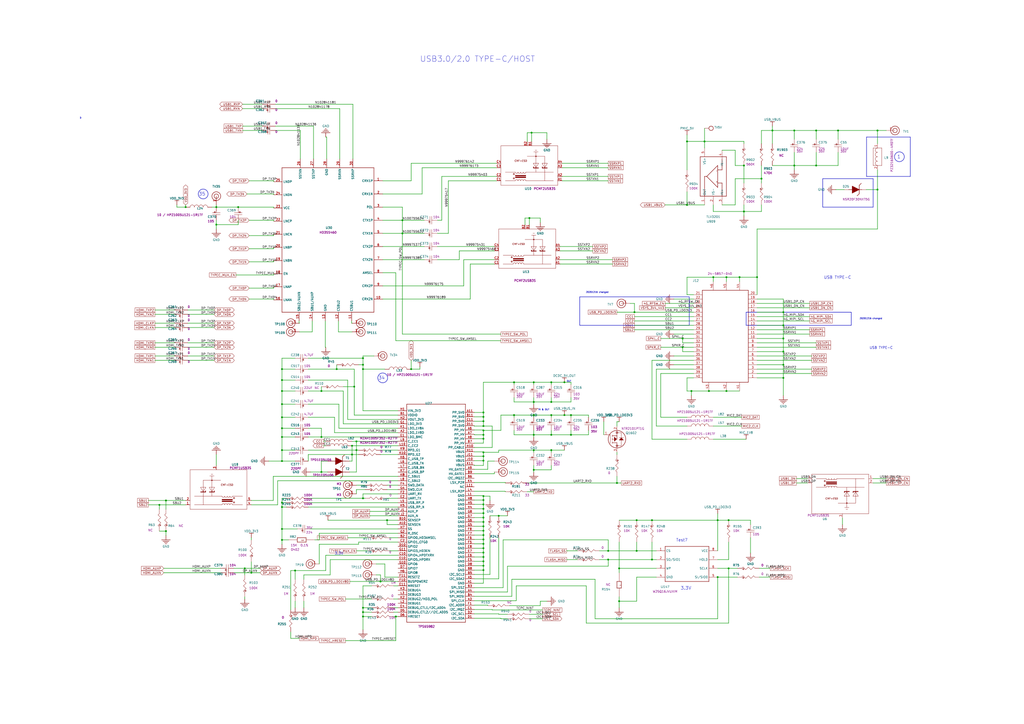
<source format=kicad_sch>
(kicad_sch (version 20241004) (generator "eeschema") (generator_version "8.99")
  (paper "A2")
  (title_block (title "Librem 5 Mainboard") (date "2024-03-21") (rev "v1.0.6") (company "Purism SPC") (comment 1 "GNU GPLv3+") (comment 2 "Copyright"))
  (circle (center 221.996 219.202) (radius 2.845) (stroke (width 0.254)))
  (circle (center 117.856 112.522) (radius 2.845) (stroke (width 0.254)))
  (circle (center 521.716 90.932) (radius 2.845) (stroke (width 0.254)))
  (text "Test7" (at 392.176 314.452 0) (effects (font (size 1.651 1.651)) (justify left bottom)))
  (text "USB TYPE-C" (at 493.776 162.052 0) (effects (font (size 1.651 1.651)) (justify right bottom)))
  (text "D" (at 46.736 68.58 0) (effects (font (size 0.889 0.889))))
  (text "1" (at 520.446 92.202 0) (effects (font (size 1.905 1.905)) (justify left bottom)))
  (text "20201216 changed" (at 505.206 184.912 0) (effects (font (size 0.889 0.889))))
  (text "34" (at 219.456 220.472 0) (effects (font (size 1.905 1.905)) (justify left bottom)))
  (text "3.3V" (at 194.056 322.072 0) (effects (font (size 1.524 1.524)) (justify left bottom)))
  (text "USB TYPE-C" (at 517.906 202.692 0) (effects (font (size 1.397 1.397)) (justify right bottom)))
  (text "IN & OUT" (at 312.166 238.252 0) (effects (font (size 0.889 0.889)) (justify left bottom)))
  (text "3.3V" (at 394.716 342.392 0) (effects (font (size 1.905 1.905)) (justify left bottom)))
  (text "20201216 changed" (at 346.456 169.672 0) (effects (font (size 0.889 0.889))))
  (text "USB3.0/2.0 TYPE-C/HOST" (at 243.586 36.322 0) (effects (font (size 3.302 3.302)) (justify left bottom)))
  (text "OUT" (at 328.676 221.742 0) (effects (font (size 0.889 0.889)) (justify left bottom)))
  (text "35" (at 115.316 113.792 0) (effects (font (size 1.905 1.905)) (justify left bottom)))
  (junction (at 210.566 211.582))
  (junction (at 460.756 96.012))
  (junction (at 163.576 248.412))
  (junction (at 401.066 226.822))
  (junction (at 352.806 319.532))
  (junction (at 205.486 224.282))
  (junction (at 441.706 103.632))
  (junction (at 421.386 160.782))
  (junction (at 429.006 160.782))
  (junction (at 229.616 357.632))
  (junction (at 163.576 291.592))
  (junction (at 454.406 211.582))
  (junction (at 280.416 247.142))
  (junction (at 319.786 252.222))
  (junction (at 509.016 109.982))
  (junction (at 298.196 240.792))
  (junction (at 486.156 75.692))
  (junction (at 280.416 320.548))
  (junction (at 163.576 261.112))
  (junction (at 309.626 221.742))
  (junction (at 163.576 226.822))
  (junction (at 280.416 241.808))
  (junction (at 416.306 301.752))
  (junction (at 398.526 118.872))
  (junction (at 163.576 313.182))
  (junction (at 195.326 214.122))
  (junction (at 206.756 261.112))
  (junction (at 280.416 318.008))
  (junction (at 359.156 329.692))
  (junction (at 309.626 252.222))
  (junction (at 163.576 294.132))
  (junction (at 421.386 226.822))
  (junction (at 395.986 196.342))
  (junction (at 327.406 221.742))
  (junction (at 378.206 324.612))
  (junction (at 448.056 75.692))
  (junction (at 204.216 258.572))
  (junction (at 141.986 329.692))
  (junction (at 319.786 233.172))
  (junction (at 163.576 253.492))
  (junction (at 210.566 289.052))
  (junction (at 309.626 261.112))
  (junction (at 280.416 310.388))
  (junction (at 280.416 254.508))
  (junction (at 280.416 307.848))
  (junction (at 280.416 325.628))
  (junction (at 280.416 323.088))
  (junction (at 395.986 201.422))
  (junction (at 307.086 126.492))
  (junction (at 454.406 181.102))
  (junction (at 308.356 76.962))
  (junction (at 233.426 127.762))
  (junction (at 411.226 226.822))
  (junction (at 280.416 305.308))
  (junction (at 145.796 332.232))
  (junction (at 309.626 272.542))
  (junction (at 206.756 256.032))
  (junction (at 413.766 160.782))
  (junction (at 319.786 261.112))
  (junction (at 186.436 273.812))
  (junction (at 280.416 297.688))
  (junction (at 280.416 264.668))
  (junction (at 280.416 239.268))
  (junction (at 454.406 196.342))
  (junction (at 186.436 226.822))
  (junction (at 125.476 130.302))
  (junction (at 280.416 300.228))
  (junction (at 280.416 328.168))
  (junction (at 224.536 301.752))
  (junction (at 352.806 324.612))
  (junction (at 280.416 315.468))
  (junction (at 280.416 295.148))
  (junction (at 359.156 348.742))
  (junction (at 280.416 330.708))
  (junction (at 331.216 252.222))
  (junction (at 454.406 188.722))
  (junction (at 331.216 240.792))
  (junction (at 107.696 120.142))
  (junction (at 210.566 207.772))
  (junction (at 163.576 242.062))
  (junction (at 280.416 287.782))
  (junction (at 473.456 75.692))
  (junction (at 210.566 352.552))
  (junction (at 210.566 357.632))
  (junction (at 422.656 301.752))
  (junction (at 163.576 214.122))
  (junction (at 280.416 292.608))
  (junction (at 280.416 302.768))
  (junction (at 378.206 301.752))
  (junction (at 96.266 290.322))
  (junction (at 422.656 329.692))
  (junction (at 92.456 292.862))
  (junction (at 280.416 262.382))
  (junction (at 280.416 249.682))
  (junction (at 163.576 306.832))
  (junction (at 163.576 267.462))
  (junction (at 439.166 160.782))
  (junction (at 408.686 82.042))
  (junction (at 431.546 122.682))
  (junction (at 204.216 263.652))
  (junction (at 431.546 96.012))
  (junction (at 289.306 299.212))
  (junction (at 171.196 330.962))
  (junction (at 280.416 244.348))
  (junction (at 186.436 253.492))
  (junction (at 309.626 233.172))
  (junction (at 220.726 337.312))
  (junction (at 280.416 290.068))
  (junction (at 327.406 240.792))
  (junction (at 125.476 120.142))
  (junction (at 398.526 82.042))
  (junction (at 233.426 135.382))
  (junction (at 369.316 319.532))
  (junction (at 238.506 214.122))
  (junction (at 319.786 221.742))
  (junction (at 280.416 312.928))
  (junction (at 357.886 280.162))
  (junction (at 280.416 267.208))
  (junction (at 280.416 252.222))
  (junction (at 473.456 96.012))
  (junction (at 298.196 221.742))
  (junction (at 416.306 334.772))
  (junction (at 454.406 203.962))
  (junction (at 138.176 120.142))
  (junction (at 309.626 240.792))
  (junction (at 210.566 355.092))
  (junction (at 319.786 240.792))
  (junction (at 163.576 220.472))
  (junction (at 368.046 181.102))
  (junction (at 96.266 308.102))
  (junction (at 509.016 75.692))
  (junction (at 460.756 75.692))
  (junction (at 454.406 219.202))
  (junction (at 210.566 214.122))
  (junction (at 369.316 301.752))
  (junction (at 163.576 234.442))
  (wire (pts (xy 101.346 206.502) (xy 89.916 206.502)) (stroke (width 0.254)))
  (wire (pts (xy 125.476 120.142) (xy 138.176 120.142)) (stroke (width 0.254)))
  (wire (pts (xy 309.626 230.632) (xy 309.626 233.172)) (stroke (width 0.254)))
  (wire (pts (xy 280.416 295.148) (xy 280.416 292.608)) (stroke (width 0.254)))
  (wire (pts (xy 313.436 351.282) (xy 313.436 348.742)) (stroke (width 0.254)))
  (wire (pts (xy 439.166 216.662) (xy 470.916 216.662)) (stroke (width 0.254)))
  (wire (pts (xy 233.426 135.382) (xy 233.426 193.802)) (stroke (width 0.254)))
  (wire (pts (xy 107.696 292.862) (xy 92.456 292.862)) (stroke (width 0.254)))
  (wire (pts (xy 383.286 216.662) (xy 402.336 216.662)) (stroke (width 0.254)))
  (wire (pts (xy 108.966 179.832) (xy 124.206 179.832)) (stroke (width 0.254)))
  (wire (pts (xy 178.816 267.462) (xy 178.816 263.652)) (stroke (width 0.254)))
  (wire (pts (xy 341.376 252.222) (xy 341.376 249.682)) (stroke (width 0.254)))
  (wire (pts (xy 280.416 249.682) (xy 290.576 249.682)) (stroke (width 0.254)))
  (wire (pts (xy 173.736 370.332) (xy 168.656 370.332)) (stroke (width 0.254)))
  (wire (pts (xy 158.75 158.75) (xy 158.75 159.512)) (stroke (width 0.254)))
  (wire (pts (xy 435.356 301.752) (xy 422.656 301.752)) (stroke (width 0.254)))
  (wire (pts (xy 416.306 319.532) (xy 416.306 301.752)) (stroke (width 0.254)))
  (wire (pts (xy 319.786 262.382) (xy 319.786 261.112)) (stroke (width 0.254)))
  (wire (pts (xy 454.406 188.722) (xy 454.406 181.102)) (stroke (width 0.254)))
  (wire (pts (xy 233.426 127.762) (xy 233.426 135.382)) (stroke (width 0.254)))
  (wire (pts (xy 275.082 244.348) (xy 280.416 244.348)) (stroke (width 0.254)))
  (wire (pts (xy 96.266 295.402) (xy 96.266 290.322)) (stroke (width 0.254)))
  (wire (pts (xy 230.886 296.672) (xy 214.376 296.672)) (stroke (width 0.254)))
  (wire (pts (xy 357.886 244.602) (xy 359.156 244.602)) (stroke (width 0.254)))
  (wire (pts (xy 280.416 252.222) (xy 280.416 249.682)) (stroke (width 0.254)))
  (wire (pts (xy 385.826 178.562) (xy 402.336 178.562)) (stroke (width 0.254)))
  (wire (pts (xy 402.336 198.882) (xy 395.986 198.882)) (stroke (width 0.254)))
  (wire (pts (xy 319.786 242.062) (xy 319.786 240.792)) (stroke (width 0.254)))
  (wire (pts (xy 431.546 122.682) (xy 441.706 122.682)) (stroke (width 0.254)))
  (wire (pts (xy 163.576 234.442) (xy 163.576 242.062)) (stroke (width 0.254)))
  (wire (pts (xy 408.686 82.042) (xy 408.686 74.422)) (stroke (width 0.254)))
  (wire (pts (xy 286.766 274.828) (xy 286.766 273.812)) (stroke (width 0.254)))
  (wire (pts (xy 398.526 82.042) (xy 398.526 78.232)) (stroke (width 0.254)))
  (wire (pts (xy 448.056 75.692) (xy 448.056 73.152)) (stroke (width 0.254)))
  (wire (pts (xy 288.036 102.362) (xy 256.286 102.362)) (stroke (width 0.254)))
  (wire (pts (xy 326.136 94.742) (xy 352.806 94.742)) (stroke (width 0.254)))
  (wire (pts (xy 285.496 353.568) (xy 285.496 353.822)) (stroke (width 0.254)))
  (wire (pts (xy 422.656 329.692) (xy 416.306 329.692)) (stroke (width 0.254)))
  (wire (pts (xy 215.646 355.092) (xy 210.566 355.092)) (stroke (width 0.254)))
  (wire (pts (xy 378.206 301.752) (xy 369.316 301.752)) (stroke (width 0.254)))
  (wire (pts (xy 191.516 324.612) (xy 191.516 333.502)) (stroke (width 0.254)))
  (wire (pts (xy 427.736 329.692) (xy 422.656 329.692)) (stroke (width 0.254)))
  (wire (pts (xy 178.816 220.472) (xy 201.676 220.472)) (stroke (width 0.254)))
  (wire (pts (xy 158.75 167.132) (xy 144.526 167.132)) (stroke (width 0.254)))
  (wire (pts (xy 408.686 118.872) (xy 398.526 118.872)) (stroke (width 0.254)))
  (wire (pts (xy 401.066 226.822) (xy 401.066 229.362)) (stroke (width 0.254)))
  (wire (pts (xy 280.416 257.048) (xy 280.416 254.508)) (stroke (width 0.254)))
  (wire (pts (xy 275.082 274.828) (xy 286.766 274.828)) (stroke (width 0.254)))
  (wire (pts (xy 319.786 233.172) (xy 309.626 233.172)) (stroke (width 0.254)))
  (wire (pts (xy 185.166 315.722) (xy 185.166 327.152)) (stroke (width 0.254)))
  (wire (pts (xy 275.082 325.628) (xy 280.416 325.628)) (stroke (width 0.254)))
  (wire (pts (xy 385.826 176.022) (xy 402.336 176.022)) (stroke (width 0.254)))
  (wire (pts (xy 167.386 313.182) (xy 163.576 313.182)) (stroke (width 0.254)))
  (wire (pts (xy 275.082 330.708) (xy 280.416 330.708)) (stroke (width 0.254)))
  (wire (pts (xy 285.496 247.142) (xy 280.416 247.142)) (stroke (width 0.254)))
  (wire (pts (xy 299.466 339.852) (xy 340.106 339.852)) (stroke (width 0.254)))
  (wire (pts (xy 228.346 339.852) (xy 230.886 339.852)) (stroke (width 0.254)))
  (wire (pts (xy 383.286 196.342) (xy 395.986 196.342)) (stroke (width 0.254)))
  (wire (pts (xy 275.082 284.988) (xy 293.116 284.988)) (stroke (width 0.254)))
  (polyline (pts (xy 432.816 188.722) (xy 493.776 188.722)) (stroke (width 0.254) (type solid)))
  (wire (pts (xy 383.286 201.422) (xy 395.986 201.422)) (stroke (width 0.254)))
  (wire (pts (xy 141.986 333.502) (xy 141.986 329.692)) (stroke (width 0.254)))
  (wire (pts (xy 275.082 259.588) (xy 285.496 259.588)) (stroke (width 0.254)))
  (wire (pts (xy 101.346 182.372) (xy 89.916 182.372)) (stroke (width 0.254)))
  (wire (pts (xy 210.566 357.632) (xy 210.566 365.252)) (stroke (width 0.254)))
  (wire (pts (xy 340.106 361.442) (xy 422.656 361.442)) (stroke (width 0.254)))
  (wire (pts (xy 163.576 214.122) (xy 163.576 207.772)) (stroke (width 0.254)))
  (wire (pts (xy 108.966 209.042) (xy 124.206 209.042)) (stroke (width 0.254)))
  (wire (pts (xy 275.082 351.028) (xy 282.956 351.028)) (stroke (width 0.254)))
  (wire (pts (xy 158.75 112.522) (xy 143.256 112.522)) (stroke (width 0.254)))
  (wire (pts (xy 211.836 283.972) (xy 206.756 283.972)) (stroke (width 0.254)))
  (wire (pts (xy 345.186 358.902) (xy 416.306 358.902)) (stroke (width 0.254)))
  (wire (pts (xy 158.75 159.512) (xy 136.906 159.512)) (stroke (width 0.254)))
  (wire (pts (xy 230.886 253.492) (xy 186.436 253.492)) (stroke (width 0.254)))
  (wire (pts (xy 289.306 261.112) (xy 309.626 261.112)) (stroke (width 0.254)))
  (wire (pts (xy 191.516 333.502) (xy 176.276 333.502)) (stroke (width 0.254)))
  (wire (pts (xy 208.026 314.452) (xy 208.026 315.722)) (stroke (width 0.254)))
  (wire (pts (xy 398.526 170.942) (xy 398.526 160.782)) (stroke (width 0.254)))
  (wire (pts (xy 215.646 357.632) (xy 210.566 357.632)) (stroke (width 0.254)))
  (wire (pts (xy 101.346 189.992) (xy 89.916 189.992)) (stroke (width 0.254)))
  (wire (pts (xy 309.626 240.792) (xy 319.786 240.792)) (stroke (width 0.254)))
  (wire (pts (xy 204.216 263.652) (xy 208.026 263.652)) (stroke (width 0.254)))
  (wire (pts (xy 213.106 311.912) (xy 201.676 311.912)) (stroke (width 0.254)))
  (wire (pts (xy 352.806 328.422) (xy 352.806 324.612)) (stroke (width 0.254)))
  (wire (pts (xy 486.156 88.392) (xy 486.156 96.012)) (stroke (width 0.254)))
  (wire (pts (xy 398.526 242.062) (xy 383.286 242.062)) (stroke (width 0.254)))
  (wire (pts (xy 230.886 347.472) (xy 228.346 347.472)) (stroke (width 0.254)))
  (wire (pts (xy 163.576 267.462) (xy 155.956 267.462)) (stroke (width 0.254)))
  (wire (pts (xy 230.886 324.612) (xy 191.516 324.612)) (stroke (width 0.254)))
  (polyline (pts (xy 336.296 188.722) (xy 399.796 188.722)) (stroke (width 0.254) (type solid)))
  (wire (pts (xy 413.766 122.682) (xy 431.546 122.682)) (stroke (width 0.254)))
  (wire (pts (xy 275.082 300.228) (xy 280.416 300.228)) (stroke (width 0.254)))
  (wire (pts (xy 280.416 287.528) (xy 280.416 287.782)) (stroke (width 0.254)))
  (wire (pts (xy 101.346 198.882) (xy 89.916 198.882)) (stroke (width 0.254)))
  (wire (pts (xy 357.886 280.162) (xy 360.426 280.162)) (stroke (width 0.254)))
  (wire (pts (xy 288.036 104.902) (xy 260.096 104.902)) (stroke (width 0.254)))
  (wire (pts (xy 181.864 73.152) (xy 181.864 92.202)) (stroke (width 0.254)))
  (wire (pts (xy 294.386 343.408) (xy 294.386 328.422)) (stroke (width 0.254)))
  (wire (pts (xy 275.082 252.222) (xy 280.416 252.222)) (stroke (width 0.254)))
  (wire (pts (xy 509.016 83.312) (xy 509.016 75.692)) (stroke (width 0.254)))
  (wire (pts (xy 158.496 290.322) (xy 145.796 290.322)) (stroke (width 0.254)))
  (wire (pts (xy 176.276 333.502) (xy 176.276 336.042)) (stroke (width 0.254)))
  (wire (pts (xy 189.484 79.502) (xy 188.976 79.502)) (stroke (width 0.254)))
  (wire (pts (xy 275.082 279.908) (xy 293.116 279.908)) (stroke (width 0.254)))
  (wire (pts (xy 398.526 160.782) (xy 413.766 160.782)) (stroke (width 0.254)))
  (wire (pts (xy 422.656 324.612) (xy 416.306 324.612)) (stroke (width 0.254)))
  (wire (pts (xy 230.886 245.872) (xy 199.136 245.872)) (stroke (width 0.254)))
  (wire (pts (xy 205.486 224.282) (xy 205.486 240.792)) (stroke (width 0.254)))
  (wire (pts (xy 275.082 305.308) (xy 280.416 305.308)) (stroke (width 0.254)))
  (wire (pts (xy 211.836 281.432) (xy 206.756 281.432)) (stroke (width 0.254)))
  (wire (pts (xy 173.482 186.182) (xy 173.482 187.452)) (stroke (width 0.254)))
  (wire (pts (xy 383.286 242.062) (xy 383.286 216.662)) (stroke (width 0.254)))
  (wire (pts (xy 161.036 292.862) (xy 145.796 292.862)) (stroke (width 0.254)))
  (wire (pts (xy 335.026 319.532) (xy 328.676 319.532)) (stroke (width 0.254)))
  (wire (pts (xy 230.886 309.372) (xy 185.166 309.372)) (stroke (width 0.254)))
  (wire (pts (xy 275.082 270.002) (xy 280.416 270.002)) (stroke (width 0.254)))
  (wire (pts (xy 230.886 357.632) (xy 229.616 357.632)) (stroke (width 0.254)))
  (wire (pts (xy 233.426 120.142) (xy 233.426 127.762)) (stroke (width 0.254)))
  (wire (pts (xy 413.766 118.872) (xy 413.766 122.682)) (stroke (width 0.254)))
  (wire (pts (xy 171.196 242.062) (xy 163.576 242.062)) (stroke (width 0.254)))
  (wire (pts (xy 352.806 313.182) (xy 352.806 319.532)) (stroke (width 0.254)))
  (wire (pts (xy 369.316 314.452) (xy 369.316 319.532)) (stroke (width 0.254)))
  (wire (pts (xy 244.856 97.282) (xy 244.856 112.522)) (stroke (width 0.254)))
  (wire (pts (xy 431.546 106.172) (xy 431.546 96.012)) (stroke (width 0.254)))
  (wire (pts (xy 448.056 75.692) (xy 448.056 83.312)) (stroke (width 0.254)))
  (wire (pts (xy 324.866 153.162) (xy 355.346 153.162)) (stroke (width 0.254)))
  (wire (pts (xy 272.796 173.482) (xy 221.996 173.482)) (stroke (width 0.254)))
  (wire (pts (xy 163.576 306.832) (xy 163.576 313.182)) (stroke (width 0.254)))
  (wire (pts (xy 416.306 334.772) (xy 427.736 334.772)) (stroke (width 0.254)))
  (wire (pts (xy 186.436 253.492) (xy 178.816 253.492)) (stroke (width 0.254)))
  (wire (pts (xy 221.996 150.622) (xy 246.126 150.622)) (stroke (width 0.254)))
  (wire (pts (xy 275.082 307.848) (xy 280.416 307.848)) (stroke (width 0.254)))
  (wire (pts (xy 210.566 339.852) (xy 210.566 352.552)) (stroke (width 0.254)))
  (wire (pts (xy 411.226 226.822) (xy 401.066 226.822)) (stroke (width 0.254)))
  (wire (pts (xy 107.696 118.872) (xy 107.696 120.142)) (stroke (width 0.254)))
  (wire (pts (xy 509.016 109.982) (xy 509.016 132.842)) (stroke (width 0.254)))
  (wire (pts (xy 416.306 301.752) (xy 422.656 301.752)) (stroke (width 0.254)))
  (wire (pts (xy 506.476 277.622) (xy 514.096 277.622)) (stroke (width 0.254)))
  (wire (pts (xy 298.196 221.742) (xy 309.626 221.742)) (stroke (width 0.254)))
  (wire (pts (xy 440.436 334.772) (xy 446.786 334.772)) (stroke (width 0.254)))
  (wire (pts (xy 294.386 328.422) (xy 352.806 328.422)) (stroke (width 0.254)))
  (wire (pts (xy 194.056 242.062) (xy 178.816 242.062)) (stroke (width 0.254)))
  (wire (pts (xy 163.576 220.472) (xy 163.576 214.122)) (stroke (width 0.254)))
  (wire (pts (xy 220.726 337.312) (xy 202.946 337.312)) (stroke (width 0.254)))
  (wire (pts (xy 460.756 96.012) (xy 460.756 98.552)) (stroke (width 0.254)))
  (wire (pts (xy 378.206 301.752) (xy 416.306 301.752)) (stroke (width 0.254)))
  (wire (pts (xy 171.196 214.122) (xy 163.576 214.122)) (stroke (width 0.254)))
  (wire (pts (xy 159.766 75.692) (xy 174.244 75.692)) (stroke (width 0.254)))
  (wire (pts (xy 309.626 273.812) (xy 309.626 272.542)) (stroke (width 0.254)))
  (wire (pts (xy 460.756 88.392) (xy 460.756 96.012)) (stroke (width 0.254)))
  (wire (pts (xy 122.936 120.142) (xy 125.476 120.142)) (stroke (width 0.254)))
  (wire (pts (xy 313.436 126.492) (xy 313.436 129.032)) (stroke (width 0.254)))
  (wire (pts (xy 402.336 191.262) (xy 368.046 191.262)) (stroke (width 0.254)))
  (wire (pts (xy 230.886 322.072) (xy 188.976 322.072)) (stroke (width 0.254)))
  (wire (pts (xy 280.416 312.928) (xy 280.416 310.388)) (stroke (width 0.254)))
  (wire (pts (xy 486.156 96.012) (xy 473.456 96.012)) (stroke (width 0.254)))
  (wire (pts (xy 194.056 242.062) (xy 194.056 250.952)) (stroke (width 0.254)))
  (wire (pts (xy 101.346 209.042) (xy 89.916 209.042)) (stroke (width 0.254)))
  (wire (pts (xy 125.476 263.652) (xy 125.476 270.002)) (stroke (width 0.254)))
  (wire (pts (xy 141.986 329.692) (xy 150.876 329.692)) (stroke (width 0.254)))
  (wire (pts (xy 298.196 252.222) (xy 309.626 252.222)) (stroke (width 0.254)))
  (wire (pts (xy 230.886 319.532) (xy 225.806 319.532)) (stroke (width 0.254)))
  (wire (pts (xy 309.626 221.742) (xy 319.786 221.742)) (stroke (width 0.254)))
  (wire (pts (xy 319.786 252.222) (xy 331.216 252.222)) (stroke (width 0.254)))
  (wire (pts (xy 331.216 242.062) (xy 331.216 240.792)) (stroke (width 0.254)))
  (wire (pts (xy 307.086 356.362) (xy 314.706 356.362)) (stroke (width 0.254)))
  (wire (pts (xy 224.536 304.292) (xy 224.536 301.752)) (stroke (width 0.254)))
  (wire (pts (xy 163.576 253.492) (xy 163.576 261.112)) (stroke (width 0.254)))
  (wire (pts (xy 210.566 286.512) (xy 210.566 289.052)) (stroke (width 0.254)))
  (wire (pts (xy 158.75 173.482) (xy 144.526 173.482)) (stroke (width 0.254)))
  (wire (pts (xy 280.416 262.128) (xy 275.082 262.128)) (stroke (width 0.254)))
  (wire (pts (xy 243.586 214.122) (xy 243.586 212.852)) (stroke (width 0.254)))
  (wire (pts (xy 158.75 151.13) (xy 158.75 151.892)) (stroke (width 0.254)))
  (wire (pts (xy 352.806 324.612) (xy 378.206 324.612)) (stroke (width 0.254)))
  (wire (pts (xy 285.496 259.588) (xy 285.496 247.142)) (stroke (width 0.254)))
  (wire (pts (xy 280.416 264.668) (xy 280.416 262.382)) (stroke (width 0.254)))
  (wire (pts (xy 308.356 82.042) (xy 308.356 76.962)) (stroke (width 0.254)))
  (wire (pts (xy 204.216 256.032) (xy 206.756 256.032)) (stroke (width 0.254)))
  (wire (pts (xy 286.766 150.622) (xy 268.986 150.622)) (stroke (width 0.254)))
  (wire (pts (xy 275.082 251.968) (xy 275.082 252.222)) (stroke (width 0.254)))
  (wire (pts (xy 324.866 143.002) (xy 343.916 143.002)) (stroke (width 0.254)))
  (wire (pts (xy 429.006 226.822) (xy 421.386 226.822)) (stroke (width 0.254)))
  (wire (pts (xy 145.796 325.882) (xy 145.796 332.232)) (stroke (width 0.254)))
  (wire (pts (xy 289.306 335.788) (xy 289.306 311.912)) (stroke (width 0.254)))
  (wire (pts (xy 108.966 187.452) (xy 124.206 187.452)) (stroke (width 0.254)))
  (wire (pts (xy 171.196 248.412) (xy 163.576 248.412)) (stroke (width 0.254)))
  (wire (pts (xy 280.416 300.228) (xy 280.416 297.688)) (stroke (width 0.254)))
  (wire (pts (xy 275.082 269.748) (xy 275.082 270.002)) (stroke (width 0.254)))
  (wire (pts (xy 506.476 280.162) (xy 514.096 280.162)) (stroke (width 0.254)))
  (wire (pts (xy 125.476 118.872) (xy 125.476 120.142)) (stroke (width 0.254)))
  (wire (pts (xy 431.546 118.872) (xy 431.546 122.682)) (stroke (width 0.254)))
  (wire (pts (xy 390.906 193.802) (xy 402.336 193.802)) (stroke (width 0.254)))
  (wire (pts (xy 238.506 94.742) (xy 238.506 104.902)) (stroke (width 0.254)))
  (wire (pts (xy 439.166 188.722) (xy 454.406 188.722)) (stroke (width 0.254)))
  (wire (pts (xy 402.336 188.722) (xy 368.046 188.722)) (stroke (width 0.254)))
  (wire (pts (xy 96.266 290.322) (xy 86.106 290.322)) (stroke (width 0.254)))
  (wire (pts (xy 380.746 247.142) (xy 398.526 247.142)) (stroke (width 0.254)))
  (wire (pts (xy 224.536 281.432) (xy 230.886 281.432)) (stroke (width 0.254)))
  (wire (pts (xy 395.986 196.342) (xy 402.336 196.342)) (stroke (width 0.254)))
  (wire (pts (xy 319.786 230.632) (xy 319.786 233.172)) (stroke (width 0.254)))
  (wire (pts (xy 395.986 201.422) (xy 402.336 201.422)) (stroke (width 0.254)))
  (wire (pts (xy 171.196 253.492) (xy 163.576 253.492)) (stroke (width 0.254)))
  (wire (pts (xy 275.082 254.508) (xy 280.416 254.508)) (stroke (width 0.254)))
  (wire (pts (xy 221.996 158.242) (xy 229.616 158.242)) (stroke (width 0.254)))
  (wire (pts (xy 210.566 214.122) (xy 210.566 238.252)) (stroke (width 0.254)))
  (wire (pts (xy 309.626 262.382) (xy 309.626 261.112)) (stroke (width 0.254)))
  (wire (pts (xy 229.616 357.632) (xy 228.346 357.632)) (stroke (width 0.254)))
  (wire (pts (xy 421.386 160.782) (xy 413.766 160.782)) (stroke (width 0.254)))
  (polyline (pts (xy 399.796 188.722) (xy 399.796 172.212)) (stroke (width 0.254) (type solid)))
  (wire (pts (xy 210.566 211.582) (xy 210.566 214.122)) (stroke (width 0.254)))
  (wire (pts (xy 435.356 311.912) (xy 435.356 320.802)) (stroke (width 0.254)))
  (wire (pts (xy 309.626 252.222) (xy 319.786 252.222)) (stroke (width 0.254)))
  (wire (pts (xy 196.342 186.182) (xy 196.342 192.532)) (stroke (width 0.254)))
  (wire (pts (xy 101.346 187.452) (xy 89.916 187.452)) (stroke (width 0.254)))
  (wire (pts (xy 347.726 324.612) (xy 352.806 324.612)) (stroke (width 0.254)))
  (wire (pts (xy 221.996 135.382) (xy 233.426 135.382)) (stroke (width 0.254)))
  (wire (pts (xy 125.476 130.302) (xy 138.176 130.302)) (stroke (width 0.254)))
  (wire (pts (xy 280.416 249.682) (xy 280.416 249.428)) (stroke (width 0.254)))
  (wire (pts (xy 168.656 370.332) (xy 168.656 366.522)) (stroke (width 0.254)))
  (wire (pts (xy 398.526 219.202) (xy 398.526 226.822)) (stroke (width 0.254)))
  (wire (pts (xy 256.286 127.762) (xy 253.746 127.762)) (stroke (width 0.254)))
  (wire (pts (xy 128.016 332.232) (xy 94.996 332.232)) (stroke (width 0.254)))
  (wire (pts (xy 280.416 302.768) (xy 280.416 300.228)) (stroke (width 0.254)))
  (wire (pts (xy 158.75 104.902) (xy 144.526 104.902)) (stroke (width 0.254)))
  (wire (pts (xy 286.766 153.162) (xy 272.796 153.162)) (stroke (width 0.254)))
  (wire (pts (xy 268.986 150.622) (xy 268.986 165.862)) (stroke (width 0.254)))
  (wire (pts (xy 439.166 196.342) (xy 454.406 196.342)) (stroke (width 0.254)))
  (wire (pts (xy 188.976 330.962) (xy 171.196 330.962)) (stroke (width 0.254)))
  (wire (pts (xy 128.016 329.692) (xy 94.996 329.692)) (stroke (width 0.254)))
  (wire (pts (xy 352.806 319.532) (xy 369.316 319.532)) (stroke (width 0.254)))
  (wire (pts (xy 298.196 223.012) (xy 298.196 221.742)) (stroke (width 0.254)))
  (wire (pts (xy 460.756 96.012) (xy 448.056 96.012)) (stroke (width 0.254)))
  (wire (pts (xy 210.566 238.252) (xy 230.886 238.252)) (stroke (width 0.254)))
  (wire (pts (xy 176.276 348.742) (xy 176.276 352.552)) (stroke (width 0.254)))
  (wire (pts (xy 275.082 241.808) (xy 280.416 241.808)) (stroke (width 0.254)))
  (wire (pts (xy 244.856 112.522) (xy 221.996 112.522)) (stroke (width 0.254)))
  (wire (pts (xy 158.75 166.37) (xy 158.75 167.132)) (stroke (width 0.254)))
  (wire (pts (xy 166.116 291.592) (xy 163.576 291.592)) (stroke (width 0.254)))
  (wire (pts (xy 186.436 224.282) (xy 186.436 226.822)) (stroke (width 0.254)))
  (wire (pts (xy 215.646 347.472) (xy 200.406 347.472)) (stroke (width 0.254)))
  (wire (pts (xy 359.156 348.742) (xy 369.316 348.742)) (stroke (width 0.254)))
  (wire (pts (xy 228.346 352.552) (xy 230.886 352.552)) (stroke (width 0.254)))
  (wire (pts (xy 468.376 280.162) (xy 462.026 280.162)) (stroke (width 0.254)))
  (wire (pts (xy 280.416 325.628) (xy 280.416 323.088)) (stroke (width 0.254)))
  (wire (pts (xy 185.166 313.182) (xy 182.626 313.182)) (stroke (width 0.254)))
  (wire (pts (xy 275.082 257.048) (xy 280.416 257.048)) (stroke (width 0.254)))
  (wire (pts (xy 230.886 289.052) (xy 224.536 289.052)) (stroke (width 0.254)))
  (wire (pts (xy 439.166 203.962) (xy 454.406 203.962)) (stroke (width 0.254)))
  (wire (pts (xy 178.816 261.112) (xy 206.756 261.112)) (stroke (width 0.254)))
  (wire (pts (xy 173.482 187.452) (xy 173.736 187.452)) (stroke (width 0.254)))
  (wire (pts (xy 416.306 358.902) (xy 416.306 334.772)) (stroke (width 0.254)))
  (wire (pts (xy 163.576 207.772) (xy 171.196 207.772)) (stroke (width 0.254)))
  (polyline (pts (xy 528.066 79.502) (xy 502.666 79.502)) (stroke (width 0.254) (type solid)))
  (wire (pts (xy 509.016 75.692) (xy 486.156 75.692)) (stroke (width 0.254)))
  (wire (pts (xy 319.786 223.012) (xy 319.786 221.742)) (stroke (width 0.254)))
  (wire (pts (xy 460.756 96.012) (xy 473.456 96.012)) (stroke (width 0.254)))
  (wire (pts (xy 307.086 126.492) (xy 307.086 130.302)) (stroke (width 0.254)))
  (wire (pts (xy 230.886 291.592) (xy 178.816 291.592)) (stroke (width 0.254)))
  (wire (pts (xy 296.926 345.948) (xy 296.926 336.042)) (stroke (width 0.254)))
  (wire (pts (xy 181.102 192.532) (xy 173.736 192.532)) (stroke (width 0.254)))
  (wire (pts (xy 275.082 345.948) (xy 296.926 345.948)) (stroke (width 0.254)))
  (wire (pts (xy 280.416 318.008) (xy 280.416 315.468)) (stroke (width 0.254)))
  (wire (pts (xy 238.506 214.122) (xy 243.586 214.122)) (stroke (width 0.254)))
  (wire (pts (xy 275.082 358.648) (xy 290.576 358.648)) (stroke (width 0.254)))
  (wire (pts (xy 473.456 96.012) (xy 473.456 88.392)) (stroke (width 0.254)))
  (wire (pts (xy 266.446 145.542) (xy 266.446 150.622)) (stroke (width 0.254)))
  (wire (pts (xy 395.986 198.882) (xy 395.986 196.342)) (stroke (width 0.254)))
  (wire (pts (xy 326.136 104.902) (xy 352.806 104.902)) (stroke (width 0.254)))
  (wire (pts (xy 280.416 330.708) (xy 280.416 338.328)) (stroke (width 0.254)))
  (wire (pts (xy 439.166 209.042) (xy 470.916 209.042)) (stroke (width 0.254)))
  (wire (pts (xy 260.096 135.382) (xy 253.746 135.382)) (stroke (width 0.254)))
  (wire (pts (xy 402.336 211.582) (xy 390.906 211.582)) (stroke (width 0.254)))
  (wire (pts (xy 331.216 233.172) (xy 319.786 233.172)) (stroke (width 0.254)))
  (wire (pts (xy 378.206 314.452) (xy 378.206 324.612)) (stroke (width 0.254)))
  (wire (pts (xy 178.816 214.122) (xy 195.326 214.122)) (stroke (width 0.254)))
  (wire (pts (xy 340.106 339.852) (xy 340.106 361.442)) (stroke (width 0.254)))
  (wire (pts (xy 341.376 240.792) (xy 341.376 242.062)) (stroke (width 0.254)))
  (wire (pts (xy 368.046 183.642) (xy 402.336 183.642)) (stroke (width 0.254)))
  (wire (pts (xy 319.786 272.542) (xy 319.786 270.002)) (stroke (width 0.254)))
  (wire (pts (xy 439.166 170.942) (xy 439.166 160.782)) (stroke (width 0.254)))
  (wire (pts (xy 101.346 201.422) (xy 89.916 201.422)) (stroke (width 0.254)))
  (wire (pts (xy 509.016 132.842) (xy 439.166 132.842)) (stroke (width 0.254)))
  (wire (pts (xy 331.216 230.632) (xy 331.216 233.172)) (stroke (width 0.254)))
  (wire (pts (xy 439.166 214.122) (xy 470.916 214.122)) (stroke (width 0.254)))
  (polyline (pts (xy 493.776 188.722) (xy 493.776 181.102)) (stroke (width 0.254) (type solid)))
  (wire (pts (xy 188.976 322.072) (xy 188.976 330.962)) (stroke (width 0.254)))
  (wire (pts (xy 357.886 263.652) (xy 357.886 262.382)) (stroke (width 0.254)))
  (wire (pts (xy 473.456 75.692) (xy 486.156 75.692)) (stroke (width 0.254)))
  (wire (pts (xy 166.116 289.052) (xy 163.576 289.052)) (stroke (width 0.254)))
  (wire (pts (xy 138.176 130.302) (xy 138.176 127.762)) (stroke (width 0.254)))
  (wire (pts (xy 439.166 198.882) (xy 473.456 198.882)) (stroke (width 0.254)))
  (wire (pts (xy 158.496 276.352) (xy 158.496 290.322)) (stroke (width 0.254)))
  (wire (pts (xy 275.082 287.528) (xy 280.416 287.528)) (stroke (width 0.254)))
  (wire (pts (xy 204.724 60.452) (xy 204.724 92.202)) (stroke (width 0.254)))
  (wire (pts (xy 488.696 300.482) (xy 488.696 304.292)) (stroke (width 0.254)))
  (wire (pts (xy 422.656 361.442) (xy 422.656 329.692)) (stroke (width 0.254)))
  (wire (pts (xy 309.626 223.012) (xy 309.626 221.742)) (stroke (width 0.254)))
  (wire (pts (xy 275.082 328.168) (xy 280.416 328.168)) (stroke (width 0.254)))
  (wire (pts (xy 441.706 122.682) (xy 441.706 118.872)) (stroke (width 0.254)))
  (wire (pts (xy 441.706 103.632) (xy 426.466 103.632)) (stroke (width 0.254)))
  (wire (pts (xy 319.786 221.742) (xy 327.406 221.742)) (stroke (width 0.254)))
  (wire (pts (xy 188.976 256.032) (xy 187.706 256.032)) (stroke (width 0.254)))
  (wire (pts (xy 280.416 221.742) (xy 298.196 221.742)) (stroke (width 0.254)))
  (wire (pts (xy 359.156 346.202) (xy 359.156 348.742)) (stroke (width 0.254)))
  (wire (pts (xy 275.082 348.488) (xy 299.466 348.488)) (stroke (width 0.254)))
  (wire (pts (xy 359.156 352.552) (xy 359.156 348.742)) (stroke (width 0.254)))
  (wire (pts (xy 293.116 284.988) (xy 293.116 285.242)) (stroke (width 0.254)))
  (wire (pts (xy 266.446 150.622) (xy 253.746 150.622)) (stroke (width 0.254)))
  (wire (pts (xy 230.886 294.132) (xy 178.816 294.132)) (stroke (width 0.254)))
  (wire (pts (xy 158.75 135.89) (xy 158.75 136.652)) (stroke (width 0.254)))
  (wire (pts (xy 108.966 189.992) (xy 124.206 189.992)) (stroke (width 0.254)))
  (wire (pts (xy 280.416 267.208) (xy 280.416 264.668)) (stroke (width 0.254)))
  (wire (pts (xy 369.316 334.772) (xy 380.746 334.772)) (stroke (width 0.254)))
  (wire (pts (xy 152.146 73.152) (xy 140.716 73.152)) (stroke (width 0.254)))
  (wire (pts (xy 439.166 193.802) (xy 469.646 193.802)) (stroke (width 0.254)))
  (wire (pts (xy 275.082 246.888) (xy 275.082 247.142)) (stroke (width 0.254)))
  (wire (pts (xy 454.406 173.482) (xy 439.166 173.482)) (stroke (width 0.254)))
  (wire (pts (xy 275.082 320.548) (xy 280.416 320.548)) (stroke (width 0.254)))
  (wire (pts (xy 280.416 254.508) (xy 280.416 252.222)) (stroke (width 0.254)))
  (wire (pts (xy 291.846 313.182) (xy 352.806 313.182)) (stroke (width 0.254)))
  (wire (pts (xy 213.106 319.532) (xy 206.756 319.532)) (stroke (width 0.254)))
  (wire (pts (xy 171.196 330.962) (xy 171.196 336.042)) (stroke (width 0.254)))
  (wire (pts (xy 223.266 334.772) (xy 230.886 334.772)) (stroke (width 0.254)))
  (wire (pts (xy 402.336 203.962) (xy 395.986 203.962)) (stroke (width 0.254)))
  (wire (pts (xy 280.416 320.548) (xy 280.416 318.008)) (stroke (width 0.254)))
  (wire (pts (xy 326.136 102.362) (xy 352.806 102.362)) (stroke (width 0.254)))
  (wire (pts (xy 369.316 348.742) (xy 369.316 334.772)) (stroke (width 0.254)))
  (wire (pts (xy 158.75 136.652) (xy 144.526 136.652)) (stroke (width 0.254)))
  (wire (pts (xy 188.722 186.182) (xy 188.722 201.422)) (stroke (width 0.254)))
  (wire (pts (xy 288.036 97.282) (xy 244.856 97.282)) (stroke (width 0.254)))
  (wire (pts (xy 229.616 158.242) (xy 229.616 197.612)) (stroke (width 0.254)))
  (wire (pts (xy 210.566 206.502) (xy 210.566 207.772)) (stroke (width 0.254)))
  (wire (pts (xy 108.966 182.372) (xy 124.206 182.372)) (stroke (width 0.254)))
  (wire (pts (xy 429.006 160.782) (xy 421.386 160.782)) (stroke (width 0.254)))
  (wire (pts (xy 454.406 181.102) (xy 439.166 181.102)) (stroke (width 0.254)))
  (polyline (pts (xy 506.476 120.142) (xy 506.476 103.632)) (stroke (width 0.254) (type solid)))
  (wire (pts (xy 402.336 214.122) (xy 380.746 214.122)) (stroke (width 0.254)))
  (wire (pts (xy 441.706 83.312) (xy 441.706 75.692)) (stroke (width 0.254)))
  (wire (pts (xy 163.576 242.062) (xy 163.576 248.412)) (stroke (width 0.254)))
  (wire (pts (xy 210.566 207.772) (xy 210.566 211.582)) (stroke (width 0.254)))
  (wire (pts (xy 489.763 109.982) (xy 484.886 109.982)) (stroke (width 0.254)))
  (wire (pts (xy 335.026 324.612) (xy 328.676 324.612)) (stroke (width 0.254)))
  (wire (pts (xy 205.486 240.792) (xy 230.886 240.792)) (stroke (width 0.254)))
  (wire (pts (xy 158.75 105.41) (xy 158.75 104.902)) (stroke (width 0.254)))
  (wire (pts (xy 454.406 219.202) (xy 454.406 211.582)) (stroke (width 0.254)))
  (wire (pts (xy 468.376 277.622) (xy 462.026 277.622)) (stroke (width 0.254)))
  (wire (pts (xy 202.743 267.462) (xy 204.216 267.462)) (stroke (width 0.254)))
  (wire (pts (xy 201.676 220.472) (xy 201.676 243.332)) (stroke (width 0.254)))
  (wire (pts (xy 178.816 248.412) (xy 186.436 248.412)) (stroke (width 0.254)))
  (wire (pts (xy 206.756 256.032) (xy 206.756 261.112)) (stroke (width 0.254)))
  (wire (pts (xy 305.816 285.242) (xy 309.626 285.242)) (stroke (width 0.254)))
  (wire (pts (xy 186.436 273.812) (xy 180.086 273.812)) (stroke (width 0.254)))
  (wire (pts (xy 275.082 323.088) (xy 280.416 323.088)) (stroke (width 0.254)))
  (wire (pts (xy 441.706 75.692) (xy 448.056 75.692)) (stroke (width 0.254)))
  (wire (pts (xy 210.566 355.092) (xy 210.566 357.632)) (stroke (width 0.254)))
  (wire (pts (xy 108.966 206.502) (xy 124.206 206.502)) (stroke (width 0.254)))
  (wire (pts (xy 159.766 60.452) (xy 204.724 60.452)) (stroke (width 0.254)))
  (wire (pts (xy 282.956 272.288) (xy 282.956 267.462)) (stroke (width 0.254)))
  (wire (pts (xy 204.216 258.572) (xy 204.216 263.652)) (stroke (width 0.254)))
  (wire (pts (xy 218.186 327.152) (xy 223.266 327.152)) (stroke (width 0.254)))
  (wire (pts (xy 309.626 253.492) (xy 309.626 252.222)) (stroke (width 0.254)))
  (wire (pts (xy 206.756 283.972) (xy 206.756 286.512)) (stroke (width 0.254)))
  (wire (pts (xy 230.886 299.212) (xy 214.376 299.212)) (stroke (width 0.254)))
  (wire (pts (xy 195.326 214.122) (xy 205.486 214.122)) (stroke (width 0.254)))
  (wire (pts (xy 380.746 329.692) (xy 359.156 329.692)) (stroke (width 0.254)))
  (wire (pts (xy 229.616 197.612) (xy 290.576 197.612)) (stroke (width 0.254)))
  (wire (pts (xy 186.436 267.462) (xy 186.436 273.812)) (stroke (width 0.254)))
  (wire (pts (xy 486.156 75.692) (xy 486.156 80.772)) (stroke (width 0.254)))
  (wire (pts (xy 203.962 186.182) (xy 203.962 187.452)) (stroke (width 0.254)))
  (wire (pts (xy 230.886 304.292) (xy 224.536 304.292)) (stroke (width 0.254)))
  (polyline (pts (xy 336.296 172.212) (xy 336.296 188.722)) (stroke (width 0.254) (type solid)))
  (wire (pts (xy 368.046 186.182) (xy 402.336 186.182)) (stroke (width 0.254)))
  (wire (pts (xy 309.626 234.442) (xy 309.626 233.172)) (stroke (width 0.254)))
  (wire (pts (xy 145.796 332.232) (xy 150.876 332.232)) (stroke (width 0.254)))
  (wire (pts (xy 368.046 181.102) (xy 357.886 181.102)) (stroke (width 0.254)))
  (wire (pts (xy 298.196 230.632) (xy 298.196 233.172)) (stroke (width 0.254)))
  (wire (pts (xy 178.816 263.652) (xy 204.216 263.652)) (stroke (width 0.254)))
  (wire (pts (xy 284.226 333.248) (xy 284.226 311.912)) (stroke (width 0.254)))
  (wire (pts (xy 280.416 297.688) (xy 280.416 295.148)) (stroke (width 0.254)))
  (wire (pts (xy 188.976 258.572) (xy 187.706 258.572)) (stroke (width 0.254)))
  (wire (pts (xy 469.646 176.022) (xy 439.166 176.022)) (stroke (width 0.254)))
  (wire (pts (xy 185.166 309.372) (xy 185.166 313.182)) (stroke (width 0.254)))
  (wire (pts (xy 290.576 358.902) (xy 294.386 358.902)) (stroke (width 0.254)))
  (wire (pts (xy 280.416 310.388) (xy 280.416 307.848)) (stroke (width 0.254)))
  (polyline (pts (xy 502.666 79.502) (xy 502.666 102.362)) (stroke (width 0.254) (type solid)))
  (wire (pts (xy 439.166 201.422) (xy 473.456 201.422)) (stroke (width 0.254)))
  (wire (pts (xy 166.116 294.132) (xy 163.576 294.132)) (stroke (width 0.254)))
  (wire (pts (xy 469.646 183.642) (xy 439.166 183.642)) (stroke (width 0.254)))
  (wire (pts (xy 275.082 335.788) (xy 289.306 335.788)) (stroke (width 0.254)))
  (wire (pts (xy 441.706 103.632) (xy 441.706 106.172)) (stroke (width 0.254)))
  (wire (pts (xy 172.466 306.832) (xy 163.576 306.832)) (stroke (width 0.254)))
  (wire (pts (xy 304.546 126.492) (xy 307.086 126.492)) (stroke (width 0.254)))
  (wire (pts (xy 190.043 273.812) (xy 186.436 273.812)) (stroke (width 0.254)))
  (wire (pts (xy 280.416 239.268) (xy 280.416 221.742)) (stroke (width 0.254)))
  (wire (pts (xy 275.082 310.388) (xy 280.416 310.388)) (stroke (width 0.254)))
  (wire (pts (xy 280.416 305.308) (xy 280.416 302.768)) (stroke (width 0.254)))
  (wire (pts (xy 260.096 104.902) (xy 260.096 135.382)) (stroke (width 0.254)))
  (wire (pts (xy 293.116 279.908) (xy 293.116 280.162)) (stroke (width 0.254)))
  (wire (pts (xy 307.086 126.492) (xy 313.436 126.492)) (stroke (width 0.254)))
  (wire (pts (xy 296.926 336.042) (xy 345.186 336.042)) (stroke (width 0.254)))
  (wire (pts (xy 368.046 176.022) (xy 368.046 181.102)) (stroke (width 0.254)))
  (wire (pts (xy 298.196 242.062) (xy 298.196 240.792)) (stroke (width 0.254)))
  (wire (pts (xy 102.616 120.142) (xy 102.616 118.872)) (stroke (width 0.254)))
  (wire (pts (xy 230.886 314.452) (xy 208.026 314.452)) (stroke (width 0.254)))
  (wire (pts (xy 380.746 319.532) (xy 369.316 319.532)) (stroke (width 0.254)))
  (polyline (pts (xy 399.796 172.212) (xy 336.296 172.212)) (stroke (width 0.254) (type solid)))
  (wire (pts (xy 101.346 179.832) (xy 89.916 179.832)) (stroke (width 0.254)))
  (wire (pts (xy 299.466 348.488) (xy 299.466 339.852)) (stroke (width 0.254)))
  (wire (pts (xy 223.266 327.152) (xy 223.266 334.772)) (stroke (width 0.254)))
  (wire (pts (xy 210.566 352.552) (xy 210.566 355.092)) (stroke (width 0.254)))
  (wire (pts (xy 163.576 291.592) (xy 163.576 294.132)) (stroke (width 0.254)))
  (wire (pts (xy 307.086 358.902) (xy 314.706 358.902)) (stroke (width 0.254)))
  (wire (pts (xy 186.436 226.822) (xy 178.816 226.822)) (stroke (width 0.254)))
  (wire (pts (xy 308.356 76.962) (xy 305.816 76.962)) (stroke (width 0.254)))
  (wire (pts (xy 171.196 234.442) (xy 163.576 234.442)) (stroke (width 0.254)))
  (wire (pts (xy 390.906 173.482) (xy 402.336 173.482)) (stroke (width 0.254)))
  (wire (pts (xy 158.75 113.03) (xy 158.75 112.522)) (stroke (width 0.254)))
  (wire (pts (xy 230.886 258.572) (xy 204.216 258.572)) (stroke (width 0.254)))
  (wire (pts (xy 163.576 294.132) (xy 163.576 306.832)) (stroke (width 0.254)))
  (wire (pts (xy 282.956 351.028) (xy 282.956 351.282)) (stroke (width 0.254)))
  (wire (pts (xy 230.886 306.832) (xy 180.086 306.832)) (stroke (width 0.254)))
  (wire (pts (xy 275.082 333.248) (xy 284.226 333.248)) (stroke (width 0.254)))
  (wire (pts (xy 359.156 314.452) (xy 359.156 329.692)) (stroke (width 0.254)))
  (wire (pts (xy 313.436 348.742) (xy 317.246 348.742)) (stroke (width 0.254)))
  (wire (pts (xy 324.866 150.622) (xy 355.346 150.622)) (stroke (width 0.254)))
  (wire (pts (xy 290.576 249.682) (xy 290.576 240.792)) (stroke (width 0.254)))
  (wire (pts (xy 308.356 76.962) (xy 317.246 76.962)) (stroke (width 0.254)))
  (wire (pts (xy 145.796 313.182) (xy 145.796 311.912)) (stroke (width 0.254)))
  (wire (pts (xy 402.336 181.102) (xy 368.046 181.102)) (stroke (width 0.254)))
  (wire (pts (xy 439.166 132.842) (xy 439.166 160.782)) (stroke (width 0.254)))
  (wire (pts (xy 460.756 75.692) (xy 448.056 75.692)) (stroke (width 0.254)))
  (wire (pts (xy 431.546 122.682) (xy 431.546 125.222)) (stroke (width 0.254)))
  (wire (pts (xy 431.546 83.312) (xy 431.546 82.042)) (stroke (width 0.254)))
  (wire (pts (xy 398.526 98.552) (xy 398.526 82.042)) (stroke (width 0.254)))
  (wire (pts (xy 429.006 163.322) (xy 429.006 160.782)) (stroke (width 0.254)))
  (wire (pts (xy 220.726 337.312) (xy 230.886 337.312)) (stroke (width 0.254)))
  (wire (pts (xy 205.486 214.122) (xy 205.486 224.282)) (stroke (width 0.254)))
  (wire (pts (xy 208.026 211.582) (xy 210.566 211.582)) (stroke (width 0.254)))
  (wire (pts (xy 163.576 289.052) (xy 163.576 291.592)) (stroke (width 0.254)))
  (polyline (pts (xy 493.776 181.102) (xy 432.816 181.102)) (stroke (width 0.254) (type solid)))
  (wire (pts (xy 230.886 301.752) (xy 224.536 301.752)) (stroke (width 0.254)))
  (wire (pts (xy 380.746 214.122) (xy 380.746 247.142)) (stroke (width 0.254)))
  (wire (pts (xy 290.576 240.792) (xy 298.196 240.792)) (stroke (width 0.254)))
  (wire (pts (xy 460.756 80.772) (xy 460.756 75.692)) (stroke (width 0.254)))
  (wire (pts (xy 275.082 318.008) (xy 280.416 318.008)) (stroke (width 0.254)))
  (wire (pts (xy 280.416 249.428) (xy 275.082 249.428)) (stroke (width 0.254)))
  (wire (pts (xy 229.616 371.602) (xy 200.406 371.602)) (stroke (width 0.254)))
  (wire (pts (xy 256.286 102.362) (xy 256.286 127.762)) (stroke (width 0.254)))
  (wire (pts (xy 275.082 343.408) (xy 294.386 343.408)) (stroke (width 0.254)))
  (wire (pts (xy 469.646 178.562) (xy 439.166 178.562)) (stroke (width 0.254)))
  (wire (pts (xy 163.576 226.822) (xy 163.576 234.442)) (stroke (width 0.254)))
  (wire (pts (xy 309.626 242.062) (xy 309.626 240.792)) (stroke (width 0.254)))
  (wire (pts (xy 319.786 249.682) (xy 319.786 252.222)) (stroke (width 0.254)))
  (wire (pts (xy 275.082 297.688) (xy 280.416 297.688)) (stroke (width 0.254)))
  (wire (pts (xy 230.886 278.892) (xy 161.036 278.892)) (stroke (width 0.254)))
  (wire (pts (xy 280.416 315.468) (xy 280.416 312.928)) (stroke (width 0.254)))
  (wire (pts (xy 152.146 75.692) (xy 140.716 75.692)) (stroke (width 0.254)))
  (wire (pts (xy 152.146 62.992) (xy 140.716 62.992)) (stroke (width 0.254)))
  (wire (pts (xy 201.676 243.332) (xy 230.886 243.332)) (stroke (width 0.254)))
  (wire (pts (xy 357.886 247.142) (xy 357.886 244.602)) (stroke (width 0.254)))
  (wire (pts (xy 280.416 307.848) (xy 280.416 305.308)) (stroke (width 0.254)))
  (wire (pts (xy 309.626 272.542) (xy 319.786 272.542)) (stroke (width 0.254)))
  (wire (pts (xy 347.726 319.532) (xy 352.806 319.532)) (stroke (width 0.254)))
  (wire (pts (xy 275.082 353.568) (xy 285.496 353.568)) (stroke (width 0.254)))
  (wire (pts (xy 289.306 299.212) (xy 294.386 299.212)) (stroke (width 0.254)))
  (wire (pts (xy 280.416 330.708) (xy 280.416 328.168)) (stroke (width 0.254)))
  (wire (pts (xy 221.996 120.142) (xy 233.426 120.142)) (stroke (width 0.254)))
  (wire (pts (xy 108.966 198.882) (xy 124.206 198.882)) (stroke (width 0.254)))
  (wire (pts (xy 174.244 75.692) (xy 174.244 92.202)) (stroke (width 0.254)))
  (wire (pts (xy 365.506 176.022) (xy 368.046 176.022)) (stroke (width 0.254)))
  (wire (pts (xy 291.846 340.868) (xy 291.846 313.182)) (stroke (width 0.254)))
  (wire (pts (xy 422.656 314.452) (xy 422.656 324.612)) (stroke (width 0.254)))
  (wire (pts (xy 275.082 315.468) (xy 280.416 315.468)) (stroke (width 0.254)))
  (wire (pts (xy 195.326 211.582) (xy 195.326 214.122)) (stroke (width 0.254)))
  (wire (pts (xy 138.176 120.142) (xy 158.75 120.142)) (stroke (width 0.254)))
  (wire (pts (xy 439.166 191.262) (xy 469.646 191.262)) (stroke (width 0.254)))
  (wire (pts (xy 280.416 270.002) (xy 280.416 267.208)) (stroke (width 0.254)))
  (wire (pts (xy 158.75 173.99) (xy 158.75 173.482)) (stroke (width 0.254)))
  (wire (pts (xy 96.266 308.102) (xy 96.266 310.642)) (stroke (width 0.254)))
  (wire (pts (xy 268.986 165.862) (xy 221.996 165.862)) (stroke (width 0.254)))
  (wire (pts (xy 92.456 292.862) (xy 86.106 292.862)) (stroke (width 0.254)))
  (wire (pts (xy 159.766 73.152) (xy 181.864 73.152)) (stroke (width 0.254)))
  (wire (pts (xy 280.416 262.382) (xy 280.416 262.128)) (stroke (width 0.254)))
  (wire (pts (xy 275.082 312.928) (xy 280.416 312.928)) (stroke (width 0.254)))
  (wire (pts (xy 280.416 292.608) (xy 280.416 290.068)) (stroke (width 0.254)))
  (wire (pts (xy 331.216 221.742) (xy 327.406 221.742)) (stroke (width 0.254)))
  (wire (pts (xy 224.536 283.972) (xy 230.886 283.972)) (stroke (width 0.254)))
  (wire (pts (xy 202.743 273.812) (xy 206.756 273.812)) (stroke (width 0.254)))
  (wire (pts (xy 190.043 267.462) (xy 186.436 267.462)) (stroke (width 0.254)))
  (wire (pts (xy 181.102 186.182) (xy 181.102 192.532)) (stroke (width 0.254)))
  (wire (pts (xy 298.196 233.172) (xy 309.626 233.172)) (stroke (width 0.254)))
  (wire (pts (xy 196.596 248.412) (xy 196.596 234.442)) (stroke (width 0.254)))
  (wire (pts (xy 168.656 330.962) (xy 168.656 353.822)) (stroke (width 0.254)))
  (wire (pts (xy 280.416 244.348) (xy 280.416 241.808)) (stroke (width 0.254)))
  (wire (pts (xy 421.386 226.822) (xy 411.226 226.822)) (stroke (width 0.254)))
  (wire (pts (xy 224.536 301.752) (xy 190.246 301.752)) (stroke (width 0.254)))
  (wire (pts (xy 331.216 223.012) (xy 331.216 221.742)) (stroke (width 0.254)))
  (wire (pts (xy 285.496 353.822) (xy 314.706 353.822)) (stroke (width 0.254)))
  (wire (pts (xy 473.456 75.692) (xy 473.456 80.772)) (stroke (width 0.254)))
  (wire (pts (xy 402.336 170.942) (xy 398.526 170.942)) (stroke (width 0.254)))
  (wire (pts (xy 413.766 254.762) (xy 432.816 254.762)) (stroke (width 0.254)))
  (polyline (pts (xy 432.816 181.102) (xy 432.816 188.722)) (stroke (width 0.254) (type solid)))
  (wire (pts (xy 125.476 127.762) (xy 125.476 130.302)) (stroke (width 0.254)))
  (wire (pts (xy 163.576 248.412) (xy 163.576 253.492)) (stroke (width 0.254)))
  (wire (pts (xy 215.646 352.552) (xy 210.566 352.552)) (stroke (width 0.254)))
  (wire (pts (xy 514.096 75.692) (xy 509.016 75.692)) (stroke (width 0.254)))
  (wire (pts (xy 284.226 287.782) (xy 280.416 287.782)) (stroke (width 0.254)))
  (wire (pts (xy 378.206 254.762) (xy 378.206 209.042)) (stroke (width 0.254)))
  (wire (pts (xy 418.846 87.122) (xy 426.466 87.122)) (stroke (width 0.254)))
  (wire (pts (xy 215.646 339.852) (xy 210.566 339.852)) (stroke (width 0.254)))
  (wire (pts (xy 288.036 94.742) (xy 238.506 94.742)) (stroke (width 0.254)))
  (wire (pts (xy 295.656 351.282) (xy 313.436 351.282)) (stroke (width 0.254)))
  (wire (pts (xy 319.786 261.112) (xy 327.406 261.112)) (stroke (width 0.254)))
  (wire (pts (xy 171.196 261.112) (xy 163.576 261.112)) (stroke (width 0.254)))
  (wire (pts (xy 345.186 336.042) (xy 345.186 358.902)) (stroke (width 0.254)))
  (wire (pts (xy 216.916 206.502) (xy 210.566 206.502)) (stroke (width 0.254)))
  (wire (pts (xy 189.484 92.202) (xy 189.484 79.502)) (stroke (width 0.254)))
  (wire (pts (xy 186.436 248.412) (xy 186.436 253.492)) (stroke (width 0.254)))
  (wire (pts (xy 135.636 329.692) (xy 141.986 329.692)) (stroke (width 0.254)))
  (wire (pts (xy 233.426 193.802) (xy 290.576 193.802)) (stroke (width 0.254)))
  (wire (pts (xy 203.962 187.452) (xy 204.216 187.452)) (stroke (width 0.254)))
  (wire (pts (xy 502.463 109.982) (xy 509.016 109.982)) (stroke (width 0.254)))
  (wire (pts (xy 454.406 196.342) (xy 454.406 188.722)) (stroke (width 0.254)))
  (wire (pts (xy 196.596 234.442) (xy 178.816 234.442)) (stroke (width 0.254)))
  (wire (pts (xy 357.886 276.352) (xy 357.886 280.162)) (stroke (width 0.254)))
  (wire (pts (xy 309.626 249.682) (xy 309.626 252.222)) (stroke (width 0.254)))
  (wire (pts (xy 280.416 262.382) (xy 289.306 262.382)) (stroke (width 0.254)))
  (wire (pts (xy 246.126 143.002) (xy 221.996 143.002)) (stroke (width 0.254)))
  (wire (pts (xy 416.306 301.752) (xy 416.306 297.942)) (stroke (width 0.254)))
  (wire (pts (xy 317.246 76.962) (xy 317.246 80.772)) (stroke (width 0.254)))
  (wire (pts (xy 233.426 135.382) (xy 246.126 135.382)) (stroke (width 0.254)))
  (wire (pts (xy 141.986 346.202) (xy 141.986 347.472)) (stroke (width 0.254)))
  (wire (pts (xy 421.386 163.322) (xy 421.386 160.782)) (stroke (width 0.254)))
  (wire (pts (xy 331.216 240.792) (xy 327.406 240.792)) (stroke (width 0.254)))
  (wire (pts (xy 509.016 98.552) (xy 509.016 109.982)) (stroke (width 0.254)))
  (wire (pts (xy 460.756 75.692) (xy 473.456 75.692)) (stroke (width 0.254)))
  (wire (pts (xy 398.526 226.822) (xy 401.066 226.822)) (stroke (width 0.254)))
  (wire (pts (xy 108.966 201.422) (xy 124.206 201.422)) (stroke (width 0.254)))
  (wire (pts (xy 298.196 240.792) (xy 309.626 240.792)) (stroke (width 0.254)))
  (wire (pts (xy 289.306 356.108) (xy 289.306 356.362)) (stroke (width 0.254)))
  (wire (pts (xy 439.166 211.582) (xy 454.406 211.582)) (stroke (width 0.254)))
  (wire (pts (xy 286.766 145.542) (xy 266.446 145.542)) (stroke (width 0.254)))
  (wire (pts (xy 426.466 96.012) (xy 431.546 96.012)) (stroke (width 0.254)))
  (wire (pts (xy 210.566 289.052) (xy 211.836 289.052)) (stroke (width 0.254)))
  (wire (pts (xy 206.756 273.812) (xy 206.756 261.112)) (stroke (width 0.254)))
  (wire (pts (xy 107.696 120.142) (xy 102.616 120.142)) (stroke (width 0.254)))
  (wire (pts (xy 188.722 201.422) (xy 188.976 201.422)) (stroke (width 0.254)))
  (wire (pts (xy 275.082 302.768) (xy 280.416 302.768)) (stroke (width 0.254)))
  (wire (pts (xy 159.766 62.992) (xy 197.104 62.992)) (stroke (width 0.254)))
  (wire (pts (xy 208.026 315.722) (xy 185.166 315.722)) (stroke (width 0.254)))
  (wire (pts (xy 171.196 267.462) (xy 163.576 267.462)) (stroke (width 0.254)))
  (wire (pts (xy 246.126 127.762) (xy 233.426 127.762)) (stroke (width 0.254)))
  (wire (pts (xy 275.082 290.068) (xy 280.416 290.068)) (stroke (width 0.254)))
  (wire (pts (xy 171.196 226.822) (xy 163.576 226.822)) (stroke (width 0.254)))
  (wire (pts (xy 402.336 206.502) (xy 390.906 206.502)) (stroke (width 0.254)))
  (wire (pts (xy 280.416 323.088) (xy 280.416 320.548)) (stroke (width 0.254)))
  (wire (pts (xy 199.136 224.282) (xy 205.486 224.282)) (stroke (width 0.254)))
  (wire (pts (xy 290.576 358.648) (xy 290.576 358.902)) (stroke (width 0.254)))
  (wire (pts (xy 439.166 206.502) (xy 470.916 206.502)) (stroke (width 0.254)))
  (wire (pts (xy 304.546 130.302) (xy 304.546 126.492)) (stroke (width 0.254)))
  (wire (pts (xy 92.456 295.402) (xy 92.456 292.862)) (stroke (width 0.254)))
  (wire (pts (xy 230.886 276.352) (xy 158.496 276.352)) (stroke (width 0.254)))
  (wire (pts (xy 431.546 82.042) (xy 408.686 82.042)) (stroke (width 0.254)))
  (polyline (pts (xy 477.266 120.142) (xy 506.476 120.142)) (stroke (width 0.254) (type solid)))
  (wire (pts (xy 275.082 292.608) (xy 280.416 292.608)) (stroke (width 0.254)))
  (wire (pts (xy 331.216 249.682) (xy 331.216 252.222)) (stroke (width 0.254)))
  (polyline (pts (xy 502.666 102.362) (xy 528.066 102.362)) (stroke (width 0.254) (type solid)))
  (wire (pts (xy 326.136 97.282) (xy 352.806 97.282)) (stroke (width 0.254)))
  (wire (pts (xy 309.626 261.112) (xy 319.786 261.112)) (stroke (width 0.254)))
  (wire (pts (xy 395.986 203.962) (xy 395.986 201.422)) (stroke (width 0.254)))
  (wire (pts (xy 305.816 280.162) (xy 357.886 280.162)) (stroke (width 0.254)))
  (wire (pts (xy 230.886 248.412) (xy 196.596 248.412)) (stroke (width 0.254)))
  (wire (pts (xy 309.626 270.002) (xy 309.626 272.542)) (stroke (width 0.254)))
  (wire (pts (xy 280.416 290.068) (xy 280.416 287.782)) (stroke (width 0.254)))
  (wire (pts (xy 230.886 263.652) (xy 220.726 263.652)) (stroke (width 0.254)))
  (wire (pts (xy 171.196 348.742) (xy 171.196 352.552)) (stroke (width 0.254)))
  (wire (pts (xy 289.306 356.362) (xy 294.386 356.362)) (stroke (width 0.254)))
  (wire (pts (xy 210.566 289.052) (xy 178.816 289.052)) (stroke (width 0.254)))
  (wire (pts (xy 107.696 290.322) (xy 96.266 290.322)) (stroke (width 0.254)))
  (wire (pts (xy 158.75 120.142) (xy 158.75 120.65)) (stroke (width 0.254)))
  (wire (pts (xy 220.726 333.502) (xy 220.726 337.312)) (stroke (width 0.254)))
  (wire (pts (xy 199.136 245.872) (xy 199.136 226.822)) (stroke (width 0.254)))
  (wire (pts (xy 163.576 313.182) (xy 163.576 315.722)) (stroke (width 0.254)))
  (wire (pts (xy 204.216 267.462) (xy 204.216 263.652)) (stroke (width 0.254)))
  (wire (pts (xy 275.082 356.108) (xy 289.306 356.108)) (stroke (width 0.254)))
  (wire (pts (xy 230.886 261.112) (xy 220.726 261.112)) (stroke (width 0.254)))
  (wire (pts (xy 435.356 304.292) (xy 435.356 301.752)) (stroke (width 0.254)))
  (wire (pts (xy 161.036 278.892) (xy 161.036 292.862)) (stroke (width 0.254)))
  (wire (pts (xy 413.766 242.062) (xy 430.276 242.062)) (stroke (width 0.254)))
  (wire (pts (xy 280.416 241.808) (xy 280.416 239.268)) (stroke (width 0.254)))
  (wire (pts (xy 158.75 143.51) (xy 158.75 144.272)) (stroke (width 0.254)))
  (wire (pts (xy 280.416 239.268) (xy 275.082 239.268)) (stroke (width 0.254)))
  (wire (pts (xy 197.104 62.992) (xy 197.104 92.202)) (stroke (width 0.254)))
  (wire (pts (xy 272.796 153.162) (xy 272.796 173.482)) (stroke (width 0.254)))
  (wire (pts (xy 439.166 160.782) (xy 429.006 160.782)) (stroke (width 0.254)))
  (wire (pts (xy 229.616 357.632) (xy 229.616 371.602)) (stroke (width 0.254)))
  (wire (pts (xy 441.706 96.012) (xy 441.706 103.632)) (stroke (width 0.254)))
  (wire (pts (xy 298.196 249.682) (xy 298.196 252.222)) (stroke (width 0.254)))
  (wire (pts (xy 152.146 60.452) (xy 140.716 60.452)) (stroke (width 0.254)))
  (wire (pts (xy 305.816 76.962) (xy 305.816 82.042)) (stroke (width 0.254)))
  (wire (pts (xy 378.206 324.612) (xy 380.746 324.612)) (stroke (width 0.254)))
  (wire (pts (xy 331.216 240.792) (xy 341.376 240.792)) (stroke (width 0.254)))
  (wire (pts (xy 454.406 229.362) (xy 454.406 219.202)) (stroke (width 0.254)))
  (wire (pts (xy 408.686 82.042) (xy 398.526 82.042)) (stroke (width 0.254)))
  (wire (pts (xy 163.576 226.822) (xy 163.576 220.472)) (stroke (width 0.254)))
  (wire (pts (xy 206.756 261.112) (xy 208.026 261.112)) (stroke (width 0.254)))
  (wire (pts (xy 426.466 87.122) (xy 426.466 96.012)) (stroke (width 0.254)))
  (wire (pts (xy 284.226 299.212) (xy 289.306 299.212)) (stroke (width 0.254)))
  (wire (pts (xy 92.456 308.102) (xy 96.266 308.102)) (stroke (width 0.254)))
  (wire (pts (xy 284.226 290.322) (xy 284.226 287.782)) (stroke (width 0.254)))
  (wire (pts (xy 230.886 256.032) (xy 206.756 256.032)) (stroke (width 0.254)))
  (wire (pts (xy 125.476 130.302) (xy 125.476 132.842)) (stroke (width 0.254)))
  (wire (pts (xy 230.886 286.512) (xy 210.566 286.512)) (stroke (width 0.254)))
  (polyline (pts (xy 477.266 103.632) (xy 477.266 120.142)) (stroke (width 0.254) (type solid)))
  (wire (pts (xy 275.082 267.208) (xy 280.416 267.208)) (stroke (width 0.254)))
  (wire (pts (xy 426.466 118.872) (xy 418.846 118.872)) (stroke (width 0.254)))
  (wire (pts (xy 158.75 151.892) (xy 144.526 151.892)) (stroke (width 0.254)))
  (polyline (pts (xy 528.066 102.362) (xy 528.066 79.502)) (stroke (width 0.254) (type solid)))
  (wire (pts (xy 398.526 111.252) (xy 398.526 118.872)) (stroke (width 0.254)))
  (wire (pts (xy 178.816 207.772) (xy 210.566 207.772)) (stroke (width 0.254)))
  (wire (pts (xy 228.346 355.092) (xy 230.886 355.092)) (stroke (width 0.254)))
  (wire (pts (xy 440.436 329.692) (xy 446.786 329.692)) (stroke (width 0.254)))
  (wire (pts (xy 426.466 103.632) (xy 426.466 118.872)) (stroke (width 0.254)))
  (wire (pts (xy 275.082 272.288) (xy 282.956 272.288)) (stroke (width 0.254)))
  (wire (pts (xy 158.75 127.762) (xy 144.526 127.762)) (stroke (width 0.254)))
  (wire (pts (xy 413.766 247.142) (xy 430.276 247.142)) (stroke (width 0.254)))
  (wire (pts (xy 398.526 254.762) (xy 378.206 254.762)) (stroke (width 0.254)))
  (wire (pts (xy 275.082 340.868) (xy 291.846 340.868)) (stroke (width 0.254)))
  (wire (pts (xy 378.206 209.042) (xy 402.336 209.042)) (stroke (width 0.254)))
  (wire (pts (xy 408.686 85.852) (xy 408.686 82.042)) (stroke (width 0.254)))
  (wire (pts (xy 218.186 333.502) (xy 220.726 333.502)) (stroke (width 0.254)))
  (wire (pts (xy 196.342 192.532) (xy 204.216 192.532)) (stroke (width 0.254)))
  (wire (pts (xy 469.646 186.182) (xy 439.166 186.182)) (stroke (width 0.254)))
  (wire (pts (xy 199.136 226.822) (xy 186.436 226.822)) (stroke (width 0.254)))
  (wire (pts (xy 350.266 252.222) (xy 350.266 244.602)) (stroke (width 0.254)))
  (wire (pts (xy 454.406 181.102) (xy 454.406 173.482)) (stroke (width 0.254)))
  (wire (pts (xy 275.082 264.668) (xy 280.416 264.668)) (stroke (width 0.254)))
  (wire (pts (xy 359.156 301.752) (xy 369.316 301.752)) (stroke (width 0.254)))
  (wire (pts (xy 319.786 240.792) (xy 327.406 240.792)) (stroke (width 0.254)))
  (wire (pts (xy 402.336 219.202) (xy 398.526 219.202)) (stroke (width 0.254)))
  (wire (pts (xy 280.416 328.168) (xy 280.416 325.628)) (stroke (width 0.254)))
  (wire (pts (xy 135.636 332.232) (xy 145.796 332.232)) (stroke (width 0.254)))
  (wire (pts (xy 280.416 247.142) (xy 280.416 244.348)) (stroke (width 0.254)))
  (wire (pts (xy 280.416 338.328) (xy 275.082 338.328)) (stroke (width 0.254)))
  (wire (pts (xy 286.766 143.002) (xy 253.746 143.002)) (stroke (width 0.254)))
  (wire (pts (xy 171.196 330.962) (xy 168.656 330.962)) (stroke (width 0.254)))
  (wire (pts (xy 359.156 332.232) (xy 359.156 329.692)) (stroke (width 0.254)))
  (wire (pts (xy 158.75 128.27) (xy 158.75 127.762)) (stroke (width 0.254)))
  (wire (pts (xy 289.306 262.382) (xy 289.306 261.112)) (stroke (width 0.254)))
  (wire (pts (xy 454.406 211.582) (xy 454.406 203.962)) (stroke (width 0.254)))
  (wire (pts (xy 238.506 209.042) (xy 238.506 214.122)) (stroke (width 0.254)))
  (wire (pts (xy 439.166 219.202) (xy 454.406 219.202)) (stroke (width 0.254)))
  (wire (pts (xy 413.766 160.782) (xy 413.766 163.322)) (stroke (width 0.254)))
  (polyline (pts (xy 506.476 103.632) (xy 477.266 103.632)) (stroke (width 0.254) (type solid)))
  (wire (pts (xy 282.956 267.462) (xy 286.766 267.462)) (stroke (width 0.254)))
  (wire (pts (xy 158.75 144.272) (xy 144.526 144.272)) (stroke (width 0.254)))
  (wire (pts (xy 275.082 295.148) (xy 280.416 295.148)) (stroke (width 0.254)))
  (wire (pts (xy 233.426 127.762) (xy 221.996 127.762)) (stroke (width 0.254)))
  (wire (pts (xy 275.082 247.142) (xy 280.416 247.142)) (stroke (width 0.254)))
  (wire (pts (xy 238.506 104.902) (xy 221.996 104.902)) (stroke (width 0.254)))
  (wire (pts (xy 171.196 220.472) (xy 163.576 220.472)) (stroke (width 0.254)))
  (wire (pts (xy 324.866 145.542) (xy 343.916 145.542)) (stroke (width 0.254)))
  (wire (pts (xy 223.266 214.122) (xy 210.566 214.122)) (stroke (width 0.254)))
  (wire (pts (xy 398.526 118.872) (xy 385.826 118.872)) (stroke (width 0.254)))
  (wire (pts (xy 225.806 311.912) (xy 230.886 311.912)) (stroke (width 0.254)))
  (wire (pts (xy 230.886 250.952) (xy 194.056 250.952)) (stroke (width 0.254)))
  (wire (pts (xy 454.406 203.962) (xy 454.406 196.342)) (stroke (width 0.254)))
  (wire (pts (xy 331.216 252.222) (xy 341.376 252.222)) (stroke (width 0.254)))
  (wire (pts (xy 163.576 261.112) (xy 163.576 267.462)) (stroke (width 0.254)))
  (label "N99975431" (at 270.256 143.002 0))
  (label "N99975417" (at 260.096 120.142 90))
  (label "N99975385" (at 233.426 150.622 0))
  (label "SSRXP2" (at 340.106 150.622 0))
  (label "USB1_TXN" (at 147.066 75.692 0))
  (label "SSTXN2" (at 335.026 145.542 0))
  (label "HDMI_AUXN" (at 111.506 332.232 0))
  (label "4G_MIPI_SCL" (at 454.406 186.182 0))
  (label "FLASH_MOSI" (at 444.246 334.772 0))
  (label "SSTXN1" (at 456.946 201.422 0))
  (label "N102841139" (at 174.244 84.582 90))
  (label "N99975460" (at 276.606 145.542 0))
  (label "USB1_RXN" (at 147.066 62.992 0))
  (label "USB1_RXP" (at 147.066 60.452 0))
  (label "DP_TX3N" (at 116.586 189.992 0))
  (label "SSRXP1" (at 340.106 94.742 0))
  (label "SSTXP1" (at 340.106 102.362 0))
  (label "HDMI_TXP0" (at 96.266 198.882 0))
  (label "I2C1_SDA" (at 310.896 358.902 0))
  (label "SSRXN2" (at 454.406 216.662 0))
  (label "SSTXP2" (at 335.026 143.002 0))
  (label "UART2_RXD" (at 332.486 280.162 0))
  (label "USB_PD_LDO3V3" (at 385.826 181.102 0))
  (label "DP_AUXP" (at 223.266 296.672 0))
  (label "N102841181" (at 182.626 60.452 0))
  (label "DP_TX2N" (at 152.146 136.652 0))
  (label "HDMI_CLKP" (at 96.266 187.452 0))
  (label "HDMI_TXP1" (at 96.266 206.502 0))
  (label "USB1_DP_CN" (at 454.406 176.022 0))
  (label "FLASH_SCK" (at 444.246 329.692 0))
  (label "FLASH_SS" (at 332.486 319.532 0))
  (label "DP_AUXN" (at 140.716 332.232 0))
  (label "USB_PD_LDO1V8D" (at 213.106 250.952 0))
  (label "TCPC_NINT" (at 299.466 353.822 0))
  (label "TYPEC_SW_AMSEL" (at 260.096 197.612 0))
  (label "DP_TX2P" (at 116.586 198.882 0))
  (label "SBU1" (at 385.826 188.722 0))
  (label "4G_MIPI_SDA" (at 454.406 183.642 0))
  (label "N99976173" (at 266.446 97.282 0))
  (label "USB1_DP" (at 464.566 280.162 0))
  (label "SSRXN2" (at 340.106 153.162 0))
  (label "SSRXN1" (at 340.106 97.282 0))
  (label "DP_TX1N" (at 152.146 151.892 0))
  (label "DP_TX2N" (at 116.586 201.422 0))
  (label "SSTXP1" (at 456.946 198.882 0))
  (label "HDMI_TXN0" (at 96.266 201.422 0))
  (label "FLASH_MISO" (at 332.486 324.612 0))
  (label "DP_TX1P" (at 116.586 206.502 0))
  (label "TYPEC_SW_POL" (at 208.026 347.472 0))
  (label "DP_TX0N" (at 116.586 182.372 0))
  (label "TYPEC_MUX_EN" (at 210.566 319.532 0))
  (label "USB1_DN_CN" (at 454.406 178.562 0))
  (label "SBU1" (at 101.346 290.322 0))
  (label "USB1_VBUS" (at 392.176 118.872 0))
  (label "SBU2" (at 100.076 292.862 0))
  (label "SSRXP1" (at 454.406 191.262 0))
  (label "CC1" (at 385.826 183.642 0))
  (label "HDMI_TXN2" (at 96.266 182.372 0))
  (label "TYPEC_HRESET" (at 215.646 371.602 0))
  (label "CC1" (at 187.706 256.032 0))
  (label "N102841136" (at 171.196 73.152 0))
  (label "N99975403" (at 271.526 102.362 0))
  (label "UART2_TXD" (at 307.086 285.242 0))
  (label "USB1_DN_CN" (at 510.286 277.622 0))
  (label "USB1_DP_CN" (at 510.286 280.162 0))
  (label "N100755622" (at 233.426 135.382 0))
  (label "DP_TX1P" (at 152.146 144.272 0))
  (label "DP_TX0P" (at 152.146 167.132 0))
  (label "N102841178" (at 178.816 62.992 0))
  (label "N99975371" (at 233.426 143.002 0))
  (label "DP_AUXP" (at 147.066 329.692 0))
  (label "4G_RFSW_EN" (at 393.446 176.022 0))
  (label "DP_TX3P" (at 116.586 187.452 0))
  (label "SBU2" (at 385.826 191.262 0))
  (label "HDMI_AUXP" (at 111.506 329.692 0))
  (label "VSYS_3V4_4V3" (at 393.446 178.562 0))
  (label "DP_TX2P" (at 152.146 127.762 0))
  (label "USB1_TXP" (at 147.066 73.152 0))
  (label "N99976189" (at 247.396 173.482 0))
  (label "USB1_DN" (at 464.566 277.622 0))
  (label "SSRXN1" (at 454.406 193.802 0))
  (label "DP_AUXN" (at 223.266 299.212 0))
  (label "DP_TX1N" (at 116.586 209.042 0))
  (label "N99976142" (at 263.906 94.742 0))
  (label "HDMI_TXN1" (at 96.266 209.042 0))
  (label "TYPEC_MUX_EN" (at 148.336 159.512 0))
  (label "DP_TX0P" (at 116.586 179.832 0))
  (label "SSTXN1" (at 340.106 104.902 0))
  (label "USB_PD_LDO1V8D" (at 211.836 337.312 0))
  (label "CC2" (at 187.706 258.572 0))
  (label "SPKL_C" (at 389.636 196.342 0))
  (label "SPKR_C" (at 389.636 201.422 0))
  (label "CC2" (at 385.826 186.182 0))
  (label "N100755624" (at 233.426 127.762 0))
  (label "SSRXP2" (at 454.406 214.122 0))
  (label "DP_TX0N" (at 152.146 173.482 0))
  (label "I2C1_SCL" (at 310.896 356.362 0))
  (label "HDMI_TXP2" (at 96.266 179.832 0))
  (label "DP_TX3N" (at 150.876 112.522 0))
  (label "TYPEC_SW_AMSEL" (at 208.026 311.912 0))
  (label "N99976175" (at 246.126 165.862 0))
  (label "SSTXP2" (at 454.406 206.502 0))
  (label "HDMI_HPD" (at 171.196 370.332 0))
  (label "TYPEC_SW_POL" (at 233.426 156.972 90))
  (label "MIC2_DAT" (at 421.386 242.062 0))
  (label "HDMI_CLKN" (at 96.266 189.992 0))
  (label "SSTXN2" (at 454.406 209.042 0))
  (label "MIC2_CLK" (at 421.386 247.142 0))
  (label "USB_PD_LDO3V3" (at 215.646 245.872 0))
  (label "DP_TX3P" (at 152.146 104.902 0))
  (global_label "SSTXN1" (shape passive) (at 473.456 201.422 0))
  (global_label "SPKL_C" (shape passive) (at 383.286 196.342 180))
  (global_label "FLASH_MISO" (shape passive) (at 328.676 324.612 180))
  (global_label "DP_AUXN" (shape passive) (at 214.376 299.212 180))
  (global_label "VDD_3V3" (shape bidirectional) (at 238.506 209.042 90))
  (global_label "SBU2" (shape passive) (at 368.046 191.262 180))
  (global_label "DP_TX0P" (shape bidirectional) (at 124.206 179.832 0))
  (global_label "DP_TX2P" (shape bidirectional) (at 144.526 127.762 180))
  (global_label "HDMI_HPD" (shape passive) (at 173.736 370.332 0))
  (global_label "HDMI_TXP1" (shape passive) (at 89.916 206.502 180))
  (global_label "DP_TX2N" (shape bidirectional) (at 144.526 136.652 180))
  (global_label "UART2_TXD" (shape passive) (at 309.626 285.242 0))
  (global_label "FLASH_SS" (shape passive) (at 328.676 319.532 180))
  (global_label "UART2_RXD" (shape passive) (at 360.426 280.162 0))
  (global_label "SSRXP2" (shape passive) (at 470.916 214.122 0))
  (global_label "SBU1" (shape passive) (at 86.106 290.322 180))
  (global_label "DP_AUXN" (shape bidirectional) (at 150.876 332.232 0))
  (global_label "HDMI_TXN1" (shape passive) (at 89.916 209.042 180))
  (global_label "DP_TX0P" (shape bidirectional) (at 144.526 167.132 180))
  (global_label "SSRXN1" (shape passive) (at 469.646 193.802 0))
  (global_label "DP_TX3P" (shape bidirectional) (at 144.526 104.902 180))
  (global_label "TYPEC_SW_POL" (shape passive) (at 290.576 193.802 0))
  (global_label "SBU1" (shape passive) (at 368.046 188.722 180))
  (global_label "SSRXP1" (shape passive) (at 352.806 94.742 0))
  (global_label "SSRXP1" (shape passive) (at 469.646 191.262 0))
  (global_label "USB1_DN" (shape passive) (at 462.026 277.622 180))
  (global_label "HDMI_TXN0" (shape passive) (at 89.916 201.422 180))
  (global_label "HDMI_AUXP" (shape input) (at 94.996 329.692 180))
  (global_label "I2C1_SDA" (shape output) (at 314.706 358.902 0))
  (global_label "SBU2" (shape passive) (at 86.106 292.862 180))
  (global_label "USB_PD_LDO3V3" (shape passive) (at 357.886 181.102 180))
  (global_label "SSRXN2" (shape passive) (at 355.346 153.162 0))
  (global_label "4G_MIPI_SDA" (shape passive) (at 469.646 183.642 0))
  (global_label "HDMI_TXP2" (shape passive) (at 89.916 179.832 180))
  (global_label "SSTXP1" (shape passive) (at 473.456 198.882 0))
  (global_label "CC2" (shape passive) (at 368.046 186.182 180))
  (global_label "TYPEC_MUX_EN" (shape passive) (at 206.756 319.532 180))
  (global_label "VSYS_3V4_4V3" (shape passive) (at 385.826 178.562 180))
  (global_label "DP_TX2N" (shape bidirectional) (at 124.206 201.422 0))
  (global_label "DP_TX0N" (shape bidirectional) (at 124.206 182.372 0))
  (global_label "CC1" (shape output) (at 187.706 256.032 180))
  (global_label "FLASH_SCK" (shape passive) (at 446.786 329.692 0))
  (global_label "SSTXP1" (shape passive) (at 352.806 102.362 0))
  (global_label "SPKR_C" (shape passive) (at 383.286 201.422 180))
  (global_label "DP_TX3N" (shape bidirectional) (at 143.256 112.522 180))
  (global_label "FLASH_MOSI" (shape passive) (at 446.786 334.772 0))
  (global_label "DP_TX0N" (shape bidirectional) (at 144.526 173.482 180))
  (global_label "SSTXN2" (shape passive) (at 343.916 145.542 0))
  (global_label "SSTXP2" (shape passive) (at 343.916 143.002 0))
  (global_label "HDMI_TXP0" (shape passive) (at 89.916 198.882 180))
  (global_label "TYPEC_MUX_EN" (shape passive) (at 136.906 159.512 180))
  (global_label "MIC2_DAT" (shape passive) (at 430.276 242.062 0))
  (global_label "USB1_DN_CN" (shape passive) (at 514.096 277.622 0))
  (global_label "USB1_DP_CN" (shape passive) (at 514.096 280.162 0))
  (global_label "DP_TX1P" (shape bidirectional) (at 144.526 144.272 180))
  (global_label "HDMI_CLKP" (shape passive) (at 89.916 187.452 180))
  (global_label "TYPEC_SW_AMSEL" (shape passive) (at 201.676 311.912 180))
  (global_label "TYPEC_SW_AMSEL" (shape passive) (at 290.576 197.612 0))
  (global_label "DP_TX1N" (shape bidirectional) (at 124.206 209.042 0))
  (global_label "USB_PD_LDO1V8D" (shape passive) (at 202.946 337.312 180))
  (global_label "CC2" (shape output) (at 187.706 258.572 180))
  (global_label "USB1_RXN" (shape bidirectional) (at 140.716 62.992 180))
  (global_label "HDMI_CLKN" (shape passive) (at 89.916 189.992 180))
  (global_label "DP_AUXP" (shape passive) (at 214.376 296.672 180))
  (global_label "USB1_TXP" (shape passive) (at 140.716 73.152 180))
  (global_label "SSTXN2" (shape passive) (at 470.916 209.042 0))
  (global_label "SSRXP2" (shape passive) (at 355.346 150.622 0))
  (global_label "USB1_RXP" (shape bidirectional) (at 140.716 60.452 180))
  (global_label "USB1_VBUS" (shape bidirectional) (at 385.826 118.872 180))
  (global_label "USB1_DP" (shape passive) (at 462.026 280.162 180))
  (global_label "DP_TX1N" (shape bidirectional) (at 144.526 151.892 180))
  (global_label "MIC2_CLK" (shape passive) (at 430.276 247.142 0))
  (global_label "SSTXP2" (shape passive) (at 470.916 206.502 0))
  (global_label "USB1_DP_CN" (shape passive) (at 469.646 176.022 0))
  (global_label "DP_TX3P" (shape bidirectional) (at 124.206 187.452 0))
  (global_label "SSRXN1" (shape passive) (at 352.806 97.282 0))
  (global_label "TYPEC_SW_POL" (shape passive) (at 200.406 347.472 180))
  (global_label "HDMI_TXN2" (shape passive) (at 89.916 182.372 180))
  (global_label "USB1_DN_CN" (shape passive) (at 469.646 178.562 0))
  (global_label "CC1" (shape passive) (at 368.046 183.642 180))
  (global_label "HDMI_AUXN" (shape input) (at 94.996 332.232 180))
  (global_label "TCPC_NINT" (shape passive) (at 314.706 353.822 0))
  (global_label "I2C1_SCL" (shape passive) (at 314.706 356.362 0))
  (global_label "USB1_TXN" (shape passive) (at 140.716 75.692 180))
  (global_label "DP_TX3N" (shape bidirectional) (at 124.206 189.992 0))
  (global_label "SSRXN2" (shape passive) (at 470.916 216.662 0))
  (global_label "DP_AUXP" (shape bidirectional) (at 150.876 329.692 0))
  (global_label "TYPEC_HRESET" (shape passive) (at 200.406 371.602 180))
  (global_label "4G_RFSW_EN" (shape passive) (at 385.826 176.022 180))
  (global_label "VDD_3V3" (shape bidirectional) (at 107.696 118.872 90))
  (global_label "DP_TX1P" (shape bidirectional) (at 124.206 206.502 0))
  (global_label "SSTXN1" (shape passive) (at 352.806 104.902 0))
  (global_label "DP_TX2P" (shape bidirectional) (at 124.206 198.882 0))
  (global_label "4G_MIPI_SCL" (shape passive) (at 469.646 186.182 0))
  (symbol (lib_id "C-12_USB_TYPE-C:root_2_mirrored_PCMF1USB3S_5P") (at 110.236 272.542 0) (unit 1)
    (property "Reference" "U18" (at 134.366 268.732 0) (effects (justify left top)))
    (property "Value" "PCMF1USB3S_5P" (effects (hide yes)))
    (property "Footprint" "WLCSP5" (effects (hide yes)))
    (property "DESCRIPTION" "IC EMI FILTER FOR DIFF CH W/ ESD PROTECTION 5V WLCSP5" (effects (hide yes)))
    (property "PCB DECAL" "WLCSP5" (effects (hide yes)))
    (property "VALUE" "PCMF1USB3S" (at 133.096 270.764 0) (effects (justify left top)))
    (property "GEOMETRY.HEIGHT" "0.6MM" (effects (hide yes)))
    (property "MFG_NAME" "NXP" (effects (hide yes)))
    (property "PCB FOOTPRINT" "WLCSP5 0.77x1.17x0.57mm" (effects (hide yes)))
  )
  (symbol (lib_id "C-12_USB_TYPE-C:root_0_MX25L1606E") (at 385.826 337.312 0) (unit 1)
    (property "Reference" "U147" (at 385.826 341.122 0) (effects (justify bottom)))
    (property "Value" "MX25L1606E" (effects (hide yes)))
    (property "Footprint" "USON2X3" (effects (hide yes)))
    (property "PCB DECAL" "USON2X3" (effects (hide yes)))
    (property "VALUE" "W25Q16JVUXIM" (at 385.826 342.392 0) (effects (justify top)))
    (property "GEOMETRY.HEIGHT" "1MM" (effects (hide yes)))
    (property "MFG_NAME" "Winbond" (effects (hide yes)))
    (property "DESCRIPTION" "IC 3V 16Mbit SPI FLASH" (effects (hide yes)))
    (property "PCB FOOTPRINT" "USON2X3MM" (effects (hide yes)))
  )
  (symbol (lib_id "C-12_USB_TYPE-C:root_1_C0201") (at 251.206 137.922 0) (unit 1)
    (property "Reference" "C372" (at 248.666 132.842 0) (effects (justify right top)))
    (property "Value" "C0201" (effects (hide yes)))
    (property "Footprint" "CAP-0201" (effects (hide yes)))
    (property "VOLTAGE" "6.3V" (effects (hide yes)))
    (property "DESCRIPTION" "CAP CER 0.1uF 6V3 20% X5R 0201" (effects (hide yes)))
    (property "PCB DECAL" "CAP-0201" (effects (hide yes)))
    (property "VALUE" "104" (at 255.016 132.842 0) (effects (justify right top)))
    (property "GEOMETRY.HEIGHT" "0.3MM" (effects (hide yes)))
    (property "PCB FOOTPRINT" "201" (effects (hide yes)))
  )
  (symbol (lib_id "C-12_USB_TYPE-C:GND") (at 309.626 273.812 0) (unit 1)
    (property "Reference" "#PWR?" (effects (hide yes)))
    (property "Value" "GND" (at 309.626 280.162 0))
  )
  (symbol (lib_id "C-12_USB_TYPE-C:GND") (at 313.436 129.032 0) (unit 1)
    (property "Reference" "#PWR?" (effects (hide yes)))
    (property "Value" "GND" (at 313.436 135.382 0))
  )
  (symbol (lib_id "C-12_USB_TYPE-C:root_2_TEST-POINT") (at 201.676 286.512 0) (unit 1)
    (property "Reference" "TP1" (at 196.596 289.052 0) (effects (justify top)))
    (property "Value" "TEST-POINT" (effects (hide yes)))
    (property "Footprint" "SIP-1PE" (effects (hide yes)))
    (property "PCB DECAL" "SIP-1PE" (effects (hide yes)))
    (property "VALUE" "M3" (at 196.596 287.782 0) (effects (justify bottom)))
    (property "GEOMETRY.HEIGHT" "0.1MM" (effects (hide yes)))
    (property "DESCRIPTION" "Z" (effects (hide yes)))
  )
  (symbol (lib_id "C-12_USB_TYPE-C:root_0_C0402") (at 317.246 228.092 0) (unit 1)
    (property "Reference" "C315" (at 321.056 225.552 0) (effects (justify left bottom)))
    (property "Value" "C0402" (effects (hide yes)))
    (property "Footprint" "CAP-0402" (effects (hide yes)))
    (property "PCB DECAL" "CAP-0402" (effects (hide yes)))
    (property "DESCRIPTION" "CAP CER 0.22uF 35V 20% X5R 0402" (effects (hide yes)))
    (property "VOLTAGE" "35V" (at 321.056 229.362 0) (effects (justify left top)))
    (property "VALUE" "224" (at 321.056 229.362 0) (effects (justify left bottom)))
    (property "GEOMETRY.HEIGHT" "0.5MM" (effects (hide yes)))
    (property "PCB FOOTPRINT" "402" (effects (hide yes)))
  )
  (symbol (lib_id "C-12_USB_TYPE-C:GND") (at 155.956 267.462 270) (unit 1)
    (property "Reference" "#PWR?" (effects (hide yes)))
    (property "Value" "GND" (at 149.606 267.462 90) (effects (justify right)))
  )
  (symbol (lib_id "C-12_USB_TYPE-C:root_1_RES_2") (at 225.806 350.012 0) (unit 1)
    (property "Reference" "R197" (at 218.186 344.932 0) (effects (justify right top)))
    (property "Value" "RES_2" (effects (hide yes)))
    (property "Footprint" "RES-0201" (effects (hide yes)))
    (property "PCB DECAL" "RES-0201" (effects (hide yes)))
    (property "DESCRIPTION" "Resistor Chip 0201 0R Ohm 1/16W 1% RALEC" (effects (hide yes)))
    (property "VALUE" "0" (at 228.346 344.932 0) (effects (justify right top)))
    (property "GEOMETRY.HEIGHT" "0.3MM" (effects (hide yes)))
    (property "PCB FOOTPRINT" "201" (effects (hide yes)))
  )
  (symbol (lib_id "C-12_USB_TYPE-C:root_1_RES_2") (at 218.186 263.652 0) (unit 1)
    (property "Reference" "R77" (at 227.076 258.572 0) (effects (justify right top)))
    (property "Value" "RES_2" (effects (hide yes)))
    (property "Footprint" "RES-0201" (effects (hide yes)))
    (property "PCB DECAL" "RES-0201" (effects (hide yes)))
    (property "DESCRIPTION" "Resistor Chip 0201 0R Ohm 1/16W 1% RALEC" (effects (hide yes)))
    (property "VALUE" "0" (at 221.996 258.572 0) (effects (justify right top)))
    (property "GEOMETRY.HEIGHT" "0.3MM" (effects (hide yes)))
    (property "PCB FOOTPRINT" "201" (effects (hide yes)))
  )
  (symbol (lib_id "C-12_USB_TYPE-C:root_1_RES_2") (at 223.266 322.072 0) (unit 1)
    (property "Reference" "R28" (at 215.646 319.532 0) (effects (justify right top)))
    (property "Value" "RES_2" (effects (hide yes)))
    (property "Footprint" "RES-0201" (effects (hide yes)))
    (property "PCB DECAL" "RES-0201" (effects (hide yes)))
    (property "DESCRIPTION" "Resistor Chip 0201 0R Ohm 1/16W 1% RALEC" (effects (hide yes)))
    (property "VALUE" "0" (at 227.076 319.532 0) (effects (justify right top)))
    (property "GEOMETRY.HEIGHT" "0.3MM" (effects (hide yes)))
    (property "PCB FOOTPRINT" "201" (effects (hide yes)))
  )
  (symbol (lib_id "C-12_USB_TYPE-C:root_1_C0201") (at 157.226 65.532 0) (unit 1)
    (property "Reference" "C362" (at 153.416 62.992 0) (effects (justify right top)))
    (property "Value" "C0201" (effects (hide yes)))
    (property "Footprint" "CAP-0201" (effects (hide yes)))
    (property "DESCRIPTION" "Resistor Chip 0201 0R Ohm 1/16W 1% RALEC" (effects (hide yes)))
    (property "PCB DECAL" "CAP-0201" (effects (hide yes)))
    (property "VALUE" "0" (at 161.036 62.992 0) (effects (justify right top)))
    (property "GEOMETRY.HEIGHT" "0.3MM" (effects (hide yes)))
    (property "PCB FOOTPRINT" "201" (effects (hide yes)))
  )
  (symbol (lib_id "C-12_USB_TYPE-C:MIC_1V8") (at 432.816 254.762 180) (unit 1)
    (property "Reference" "#PWR?" (effects (hide yes)))
    (property "Value" "MIC_1V8" (at 432.816 250.952 0))
  )
  (symbol (lib_id "C-12_USB_TYPE-C:root_1_C0201") (at 251.206 130.302 0) (unit 1)
    (property "Reference" "C371" (at 246.126 125.222 0) (effects (justify top)))
    (property "Value" "C0201" (effects (hide yes)))
    (property "Footprint" "CAP-0201" (effects (hide yes)))
    (property "VOLTAGE" "6.3V" (effects (hide yes)))
    (property "DESCRIPTION" "CAP CER 0.1uF 6V3 20% X5R 0201" (effects (hide yes)))
    (property "PCB DECAL" "CAP-0201" (effects (hide yes)))
    (property "VALUE" "104" (at 255.016 125.222 0) (effects (justify right top)))
    (property "GEOMETRY.HEIGHT" "0.3MM" (effects (hide yes)))
    (property "PCB FOOTPRINT" "201" (effects (hide yes)))
  )
  (symbol (lib_id "C-12_USB_TYPE-C:root_1_RES_2") (at 345.186 322.072 0) (unit 1)
    (property "Reference" "R73" (at 336.296 316.992 0) (effects (justify right top)))
    (property "Value" "RES_2" (effects (hide yes)))
    (property "Footprint" "RES-0201" (effects (hide yes)))
    (property "PCB DECAL" "RES-0201" (effects (hide yes)))
    (property "DESCRIPTION" "Resistor Chip 0201 0R Ohm 1/16W 1% RALEC" (effects (hide yes)))
    (property "VALUE" "0" (at 350.266 316.992 0) (effects (justify right top)))
    (property "GEOMETRY.HEIGHT" "0.3MM" (effects (hide yes)))
    (property "PCB FOOTPRINT" "201" (effects (hide yes)))
  )
  (symbol (lib_id "C-12_USB_TYPE-C:root_1_BEAD-0402") (at 411.226 249.682 0) (unit 1)
    (property "Reference" "L57" (at 420.116 244.602 0) (effects (justify right top)))
    (property "Value" "BEAD-0402" (effects (hide yes)))
    (property "Footprint" "IND-0402" (effects (hide yes)))
    (property "PCB DECAL" "IND-0402" (effects (hide yes)))
    (property "DESCRIPTION" "FB 120ohm@100MHz 100ohm@1GHz DCR0.13ohm 1.1A T:0.5mm" (effects (hide yes)))
    (property "VALUE" "HPZ1005U121-1R1TF" (at 413.766 243.332 0) (effects (justify right top)))
    (property "GEOMETRY.HEIGHT" "0.5MM" (effects (hide yes)))
    (property "MFG_NAME" "Sunlord" (effects (hide yes)))
    (property "PCB FOOTPRINT" "402" (effects (hide yes)))
  )
  (symbol (lib_id "C-12_USB_TYPE-C:root_1_C0201") (at 106.426 201.422 0) (unit 1)
    (property "Reference" "C265" (at 102.616 196.342 0) (effects (justify right top)))
    (property "Value" "C0201" (effects (hide yes)))
    (property "Footprint" "CAP-0201" (effects (hide yes)))
    (property "DESCRIPTION" "Resistor Chip 0201 0R Ohm 1/16W 1% RALEC" (effects (hide yes)))
    (property "PCB DECAL" "CAP-0201" (effects (hide yes)))
    (property "VALUE" "0" (at 110.236 196.342 0) (effects (justify right top)))
    (property "GEOMETRY.HEIGHT" "0.3MM" (effects (hide yes)))
    (property "PCB FOOTPRINT" "201" (effects (hide yes)))
  )
  (symbol (lib_id "C-12_USB_TYPE-C:GND") (at 431.546 125.222 0) (unit 1)
    (property "Reference" "#PWR?" (effects (hide yes)))
    (property "Value" "GND" (at 431.546 131.572 0))
  )
  (symbol (lib_id "C-12_USB_TYPE-C:GND") (at 125.476 263.652 180) (unit 1)
    (property "Reference" "#PWR?" (effects (hide yes)))
    (property "Value" "GND" (at 125.476 257.302 0))
  )
  (symbol (lib_id "C-12_USB_TYPE-C:root_0_C0603") (at 307.086 228.092 0) (unit 1)
    (property "Reference" "C287" (at 310.896 225.552 0) (effects (justify left bottom)))
    (property "Value" "C0603" (effects (hide yes)))
    (property "Footprint" "CAP-0603" (effects (hide yes)))
    (property "PCB DECAL" "CAP-0603" (effects (hide yes)))
    (property "DESCRIPTION" "CAP CER 10uF 35V 20% X5R 0603" (effects (hide yes)))
    (property "VOLTAGE" "35V" (at 310.896 229.362 0) (effects (justify left top)))
    (property "VALUE" "10UF" (at 310.896 229.362 0) (effects (justify left bottom)))
    (property "GEOMETRY.HEIGHT" "0.8MM" (effects (hide yes)))
    (property "PCB FOOTPRINT" "603" (effects (hide yes)))
  )
  (symbol (lib_id "C-12_USB_TYPE-C:GND") (at 176.276 352.552 0) (unit 1)
    (property "Reference" "#PWR?" (effects (hide yes)))
    (property "Value" "GND" (at 176.276 358.902 0))
  )
  (symbol (lib_id "C-12_USB_TYPE-C:root_0_TEST-POINT") (at 209.296 187.452 0) (unit 1)
    (property "Reference" "TP110" (at 215.646 188.722 0) (effects (justify bottom)))
    (property "Value" "TEST-POINT" (effects (hide yes)))
    (property "Footprint" "SIP-1PE" (effects (hide yes)))
    (property "PCB DECAL" "SIP-1PE" (effects (hide yes)))
    (property "VALUE" "M3" (effects (hide yes)))
    (property "GEOMETRY.HEIGHT" "0.1MM" (effects (hide yes)))
    (property "DESCRIPTION" "Z" (effects (hide yes)))
  )
  (symbol (lib_id "C-12_USB_TYPE-C:root_1_mirrored_C0201") (at 173.736 216.662 0) (unit 1)
    (property "Reference" "C517" (at 168.656 211.582 0) (effects (justify left top)))
    (property "Value" "C0201" (effects (hide yes)))
    (property "Footprint" "CAP-0201" (effects (hide yes)))
    (property "VOLTAGE" "6.3V" (effects (hide yes)))
    (property "DESCRIPTION" "CAP CER 1uF 6V3 20% X5R 0201" (effects (hide yes)))
    (property "PCB DECAL" "CAP-0201" (effects (hide yes)))
    (property "VALUE" "105" (at 176.276 211.582 0) (effects (justify left top)))
    (property "GEOMETRY.HEIGHT" "0.3MM" (effects (hide yes)))
    (property "PCB FOOTPRINT" "201" (effects (hide yes)))
  )
  (symbol (lib_id "C-12_USB_TYPE-C:PMIC_5V") (at 398.526 78.232 180) (unit 1)
    (property "Reference" "#PWR?" (effects (hide yes)))
    (property "Value" "PMIC_5V" (at 398.526 74.422 0))
  )
  (symbol (lib_id "C-12_USB_TYPE-C:root_1_C0201") (at 157.226 78.232 0) (unit 1)
    (property "Reference" "C368" (at 154.686 75.692 0) (effects (justify right top)))
    (property "Value" "C0201" (effects (hide yes)))
    (property "Footprint" "CAP-0201" (effects (hide yes)))
    (property "DESCRIPTION" "Resistor Chip 0201 0R Ohm 1/16W 1% RALEC" (effects (hide yes)))
    (property "PCB DECAL" "CAP-0201" (effects (hide yes)))
    (property "VALUE" "0" (at 161.036 75.692 0) (effects (justify right top)))
    (property "GEOMETRY.HEIGHT" "0.3MM" (effects (hide yes)))
    (property "PCB FOOTPRINT" "201" (effects (hide yes)))
  )
  (symbol (lib_id "C-12_USB_TYPE-C:root_1_mirrored_C0402") (at 173.736 236.982 0) (unit 1)
    (property "Reference" "C241" (at 168.656 231.902 0) (effects (justify left top)))
    (property "Value" "C0402" (effects (hide yes)))
    (property "Footprint" "CAP-0402" (effects (hide yes)))
    (property "PCB DECAL" "CAP-0402" (effects (hide yes)))
    (property "DESCRIPTION" "CAP CER 4.7uF 6V3 20% X5R 0402" (effects (hide yes)))
    (property "VOLTAGE" "6.3V" (effects (hide yes)))
    (property "VALUE" "4.7UF" (at 176.276 231.902 0) (effects (justify left top)))
    (property "GEOMETRY.HEIGHT" "0.5MM" (effects (hide yes)))
    (property "PCB FOOTPRINT" "402" (effects (hide yes)))
  )
  (symbol (lib_id "C-12_USB_TYPE-C:root_1_C0201") (at 106.426 192.532 0) (unit 1)
    (property "Reference" "C264" (at 102.616 189.992 0) (effects (justify right top)))
    (property "Value" "C0201" (effects (hide yes)))
    (property "Footprint" "CAP-0201" (effects (hide yes)))
    (property "DESCRIPTION" "Resistor Chip 0201 0R Ohm 1/16W 1% RALEC" (effects (hide yes)))
    (property "PCB DECAL" "CAP-0201" (effects (hide yes)))
    (property "VALUE" "0" (at 110.236 189.992 0) (effects (justify right top)))
    (property "GEOMETRY.HEIGHT" "0.3MM" (effects (hide yes)))
    (property "PCB FOOTPRINT" "201" (effects (hide yes)))
  )
  (symbol (lib_id "C-12_USB_TYPE-C:root_1_mirrored_C0402") (at 173.736 210.312 0) (unit 1)
    (property "Reference" "C238" (at 168.656 205.232 0) (effects (justify left top)))
    (property "Value" "C0402" (effects (hide yes)))
    (property "Footprint" "CAP-0402" (effects (hide yes)))
    (property "PCB DECAL" "CAP-0402" (effects (hide yes)))
    (property "DESCRIPTION" "CAP CER 4.7uF 6V3 20% X5R 0402" (effects (hide yes)))
    (property "VOLTAGE" "6.3V" (effects (hide yes)))
    (property "VALUE" "4.7UF" (at 176.276 205.232 0) (effects (justify left top)))
    (property "GEOMETRY.HEIGHT" "0.5MM" (effects (hide yes)))
    (property "PCB FOOTPRINT" "402" (effects (hide yes)))
  )
  (symbol (lib_id "C-12_USB_TYPE-C:root_0_C0402") (at 470.916 85.852 0) (unit 1)
    (property "Reference" "C375" (at 474.726 83.312 0) (effects (justify left bottom)))
    (property "Value" "C0402" (effects (hide yes)))
    (property "Footprint" "CAP-0402" (effects (hide yes)))
    (property "PCB DECAL" "CAP-0402" (effects (hide yes)))
    (property "DESCRIPTION" "CAP CER 2.2uF 35V 20% X5R 0402" (effects (hide yes)))
    (property "VOLTAGE" "35V" (at 474.726 87.122 0) (effects (justify left top)))
    (property "VALUE" "225" (at 474.726 87.122 0) (effects (justify left bottom)))
    (property "GEOMETRY.HEIGHT" "0.5MM" (effects (hide yes)))
    (property "PCB FOOTPRINT" "402" (effects (hide yes)))
  )
  (symbol (lib_id "C-12_USB_TYPE-C:root_2_RES_2") (at 148.336 315.722 0) (unit 1)
    (property "Reference" "R100" (at 143.256 318.262 0) (effects (justify right top)))
    (property "Value" "RES_2" (effects (hide yes)))
    (property "Footprint" "RES-0201" (effects (hide yes)))
    (property "PCB DECAL" "RES-0201" (effects (hide yes)))
    (property "DESCRIPTION" "Resistor Chip 0201 10K Ohm 1/16W 1% RALEC" (effects (hide yes)))
    (property "VALUE" "100K" (at 140.716 322.072 0))
    (property "GEOMETRY.HEIGHT" "0.3MM" (effects (hide yes)))
    (property "PCB FOOTPRINT" "201" (effects (hide yes)))
  )
  (symbol (lib_id "C-12_USB_TYPE-C:root_0_C0603") (at 295.656 247.142 0) (unit 1)
    (property "Reference" "C519" (at 299.466 244.602 0) (effects (justify left bottom)))
    (property "Value" "C0603" (effects (hide yes)))
    (property "Footprint" "CAP-0603" (effects (hide yes)))
    (property "PCB DECAL" "CAP-0603" (effects (hide yes)))
    (property "DESCRIPTION" "CAP CER 10uF 35V 20% X5R 0603" (effects (hide yes)))
    (property "VOLTAGE" "35V" (at 299.466 248.412 0) (effects (justify left top)))
    (property "VALUE" "10UF" (at 299.466 248.412 0) (effects (justify left bottom)))
    (property "GEOMETRY.HEIGHT" "0.8MM" (effects (hide yes)))
    (property "PCB FOOTPRINT" "603" (effects (hide yes)))
  )
  (symbol (lib_id "C-12_USB_TYPE-C:GND") (at 309.626 234.442 0) (unit 1)
    (property "Reference" "#PWR?" (effects (hide yes)))
    (property "Value" "GND" (at 309.626 240.792 0))
  )
  (symbol (lib_id "C-12_USB_TYPE-C:GND") (at 210.566 365.252 0) (unit 1)
    (property "Reference" "#PWR?" (effects (hide yes)))
    (property "Value" "GND" (at 210.566 371.602 0))
  )
  (symbol (lib_id "C-12_USB_TYPE-C:root_1_C0201") (at 133.096 334.772 0) (unit 1)
    (property "Reference" "C380" (at 129.286 332.232 0) (effects (justify right top)))
    (property "Value" "C0201" (effects (hide yes)))
    (property "Footprint" "CAP-0201" (effects (hide yes)))
    (property "VOLTAGE" "6.3V" (effects (hide yes)))
    (property "DESCRIPTION" "CAP CER 1uF 6V3 20% X5R 0201" (effects (hide yes)))
    (property "PCB DECAL" "CAP-0201" (effects (hide yes)))
    (property "VALUE" "104" (at 136.906 332.232 0) (effects (justify right top)))
    (property "GEOMETRY.HEIGHT" "0.3MM" (effects (hide yes)))
    (property "PCB FOOTPRINT" "201" (effects (hide yes)))
  )
  (symbol (lib_id "C-12_USB_TYPE-C:root_0_C0603") (at 317.246 247.142 0) (unit 1)
    (property "Reference" "C234" (at 321.056 244.602 0) (effects (justify left bottom)))
    (property "Value" "C0603" (effects (hide yes)))
    (property "Footprint" "CAP-0603" (effects (hide yes)))
    (property "PCB DECAL" "CAP-0603" (effects (hide yes)))
    (property "DESCRIPTION" "CAP CER 10uF 35V 20% X5R 0603" (effects (hide yes)))
    (property "VOLTAGE" "35V" (at 321.056 248.412 0) (effects (justify left top)))
    (property "VALUE" "10UF" (at 321.056 248.412 0) (effects (justify left bottom)))
    (property "GEOMETRY.HEIGHT" "0.8MM" (effects (hide yes)))
    (property "PCB FOOTPRINT" "603" (effects (hide yes)))
  )
  (symbol (lib_id "C-12_USB_TYPE-C:root_0_mirrored_TEST-POINT") (at 168.656 187.452 0) (unit 1)
    (property "Reference" "TP108" (at 162.306 188.722 0) (effects (justify bottom)))
    (property "Value" "TEST-POINT" (effects (hide yes)))
    (property "Footprint" "SIP-1PE" (effects (hide yes)))
    (property "PCB DECAL" "SIP-1PE" (effects (hide yes)))
    (property "VALUE" "M3" (effects (hide yes)))
    (property "GEOMETRY.HEIGHT" "0.1MM" (effects (hide yes)))
    (property "DESCRIPTION" "Z" (effects (hide yes)))
  )
  (symbol (lib_id "C-12_USB_TYPE-C:root_1_C0201") (at 133.096 332.232 0) (unit 1)
    (property "Reference" "C379" (at 129.286 327.152 0) (effects (justify right top)))
    (property "Value" "C0201" (effects (hide yes)))
    (property "Footprint" "CAP-0201" (effects (hide yes)))
    (property "VOLTAGE" "6.3V" (effects (hide yes)))
    (property "DESCRIPTION" "CAP CER 1uF 6V3 20% X5R 0201" (effects (hide yes)))
    (property "PCB DECAL" "CAP-0201" (effects (hide yes)))
    (property "VALUE" "104" (at 136.906 327.152 0) (effects (justify right top)))
    (property "GEOMETRY.HEIGHT" "0.3MM" (effects (hide yes)))
    (property "PCB FOOTPRINT" "201" (effects (hide yes)))
  )
  (symbol (lib_id "C-12_USB_TYPE-C:root_1_RES_2") (at 176.276 296.672 0) (unit 1)
    (property "Reference" "R245" (at 168.656 291.592 0) (effects (justify right top)))
    (property "Value" "RES_2" (effects (hide yes)))
    (property "Footprint" "RES-0201" (effects (hide yes)))
    (property "DESCRIPTION" "Resistor Chip 0201 100K Ohm 1/16W 1% RALEC" (effects (hide yes)))
    (property "PCB DECAL" "RES-0201" (effects (hide yes)))
    (property "VALUE" "100K" (at 181.356 291.592 0) (effects (justify right top)))
    (property "GEOMETRY.HEIGHT" "0.8MM" (effects (hide yes)))
    (property "PCB FOOTPRINT" "201" (effects (hide yes)))
  )
  (symbol (lib_id "C-12_USB_TYPE-C:GND") (at 359.156 352.552 0) (unit 1)
    (property "Reference" "#PWR?" (effects (hide yes)))
    (property "Value" "GND" (at 359.156 358.902 0))
  )
  (symbol (lib_id "C-12_USB_TYPE-C:root_3_C0201") (at 173.736 258.572 0) (unit 1)
    (property "Reference" "C343" (at 168.656 261.112 0) (effects (justify left bottom)))
    (property "Value" "C0201" (effects (hide yes)))
    (property "Footprint" "CAP-0201" (effects (hide yes)))
    (property "VOLTAGE" "25V" (effects (hide yes)))
    (property "DESCRIPTION" "CAP CER 180PF 6V3 20% NPO 0201" (effects (hide yes)))
    (property "PCB DECAL" "CAP-0201" (effects (hide yes)))
    (property "VALUE" "220PF" (at 167.386 263.652 0) (effects (justify left bottom)))
    (property "GEOMETRY.HEIGHT" "0.3MM" (effects (hide yes)))
    (property "PCB FOOTPRINT" "201" (effects (hide yes)))
  )
  (symbol (lib_id "C-12_USB_TYPE-C:GND") (at 188.976 79.502 180) (unit 1)
    (property "Reference" "#PWR?" (effects (hide yes)))
    (property "Value" "GND" (at 188.976 73.152 0))
  )
  (symbol (lib_id "C-12_USB_TYPE-C:root_1_RES_2") (at 304.546 358.902 0) (unit 1)
    (property "Reference" "R940" (at 295.656 353.822 0) (effects (justify right top)))
    (property "Value" "RES_2" (effects (hide yes)))
    (property "Footprint" "RES-0201" (effects (hide yes)))
    (property "DESCRIPTION" "Resistor Chip 0201 0R Ohm 1/16W 1% RALEC" (effects (hide yes)))
    (property "PCB DECAL" "RES-0201" (effects (hide yes)))
    (property "VALUE" "0" (at 308.356 353.822 0) (effects (justify right top)))
    (property "GEOMETRY.HEIGHT" "0.3MM" (effects (hide yes)))
    (property "PCB FOOTPRINT" "201" (effects (hide yes)))
  )
  (symbol (lib_id "C-12_USB_TYPE-C:root_0_RES_2") (at 429.006 93.472 0) (unit 1)
    (property "Reference" "R902" (at 432.816 93.472 0) (effects (justify left bottom)))
    (property "Value" "RES_2" (effects (hide yes)))
    (property "Footprint" "RES-0201" (effects (hide yes)))
    (property "DESCRIPTION" "Resistor Chip 0201 560K Ohm 1/16W 1% RALEC" (effects (hide yes)))
    (property "PCB DECAL" "RES-0201" (effects (hide yes)))
    (property "VALUE" "560K" (at 432.816 96.012 0) (effects (justify left bottom)))
    (property "GEOMETRY.HEIGHT" "0.8MM" (effects (hide yes)))
    (property "PCB FOOTPRINT" "201" (effects (hide yes)))
  )
  (symbol (lib_id "C-12_USB_TYPE-C:root_2_PCMF2USB3S_10P") (at 322.326 132.842 0) (unit 1)
    (property "Reference" "U13" (at 307.086 156.972 0) (effects (justify right top)))
    (property "Value" "PCMF2USB3S_10P" (effects (hide yes)))
    (property "Footprint" "WLCSP10_0P4_1P2X1P6MM_SMDP" (effects (hide yes)))
    (property "DESCRIPTION" "IC EMI FILTER FOR DIFF CH W/ ESD PROTECTION 5V WLCSP10" (effects (hide yes)))
    (property "PCB DECAL" "WLCSP10_0P4_1P2X1P6MM_SMDP" (effects (hide yes)))
    (property "VALUE" "PCMF2USB3S" (at 310.896 162.052 0) (effects (justify right top)))
    (property "GEOMETRY.HEIGHT" "0.6MM" (effects (hide yes)))
    (property "PCB FOOTPRINT" "WLCSP10 1.57x1.17x0.57mm" (effects (hide yes)))
    (property "MFG_NAME" "NXP" (effects (hide yes)))
  )
  (symbol (lib_id "C-12_USB_TYPE-C:root_2_RES_2") (at 144.526 336.042 0) (unit 1)
    (property "Reference" "R103" (at 149.606 337.312 0) (effects (justify right top)))
    (property "Value" "RES_2" (effects (hide yes)))
    (property "Footprint" "RES-0201" (effects (hide yes)))
    (property "PCB DECAL" "RES-0201" (effects (hide yes)))
    (property "DESCRIPTION" "Resistor Chip 0201 10K Ohm 1/16W 1% RALEC" (effects (hide yes)))
    (property "VALUE" "100K" (at 147.066 341.122 0))
    (property "GEOMETRY.HEIGHT" "0.3MM" (effects (hide yes)))
    (property "PCB FOOTPRINT" "201" (effects (hide yes)))
  )
  (symbol (lib_id "C-12_USB_TYPE-C:GND") (at 460.756 98.552 0) (unit 1)
    (property "Reference" "#PWR?" (effects (hide yes)))
    (property "Value" "GND" (at 460.756 104.902 0))
  )
  (symbol (lib_id "C-12_USB_TYPE-C:root_0_RES_2") (at 420.116 311.912 0) (unit 1)
    (property "Reference" "R155" (at 425.196 306.07 0) (effects (justify left bottom)))
    (property "Value" "RES_2" (effects (hide yes)))
    (property "Footprint" "RES-0201" (effects (hide yes)))
    (property "PCB DECAL" "RES-0201" (effects (hide yes)))
    (property "DESCRIPTION" "Resistor Chip 0201 10K Ohm 1/16W 1% RALEC" (effects (hide yes)))
    (property "VALUE" "10K" (at 425.196 308.61 0) (effects (justify left bottom)))
    (property "GEOMETRY.HEIGHT" "0.3MM" (effects (hide yes)))
    (property "PCB FOOTPRINT" "201" (effects (hide yes)))
  )
  (symbol (lib_id "C-12_USB_TYPE-C:root_1_CURRENT_R") (at 360.426 341.122 0) (unit 1)
    (property "Reference" "R154" (at 351.536 341.122 0) (effects (justify top)))
    (property "Value" "CURRENT_R" (effects (hide yes)))
    (property "Footprint" "3D-R0603" (effects (hide yes)))
    (property "PCB DECAL" "3D-R0603" (effects (hide yes)))
    (property "GEOMETRY.HEIGHT" "0.5MM" (effects (hide yes)))
    (property "VALUE" "NC" (at 352.806 339.852 0) (effects (justify bottom)))
    (property "DESCRIPTION" "Z" (effects (hide yes)))
  )
  (symbol (lib_id "C-12_USB_TYPE-C:root_1_TLV3201") (at 421.386 113.792 0) (unit 1)
    (property "Reference" "U909" (at 412.496 127.762 0) (effects (justify top)))
    (property "Value" "TLV3201" (at 413.766 126.492 0) (effects (justify bottom)))
    (property "Footprint" "SC70-5" (effects (hide yes)))
    (property "PCB DECAL" "SC70-5" (effects (hide yes)))
    (property "GEOMETRY.HEIGHT" "1.1MM" (effects (hide yes)))
    (property "MFG_NAME" "TI" (effects (hide yes)))
    (property "PCB FOOTPRINT" "2x1.25x1.1mm SC70-5" (effects (hide yes)))
    (property "DESCRIPTION" "IC MicroPower Push-Pull Comparators         2.7V-5.5V SC70-5" (effects (hide yes)))
    (property "VALUE" "TLV3201AIDCK" (effects (hide yes)))
  )
  (symbol (lib_id "C-12_USB_TYPE-C:GND") (at 284.226 290.322 0) (unit 1)
    (property "Reference" "#PWR?" (effects (hide yes)))
    (property "Value" "GND" (at 284.226 296.672 0))
  )
  (symbol (lib_id "C-12_USB_TYPE-C:GND") (at 390.906 211.582 270) (unit 1)
    (property "Reference" "#PWR?" (effects (hide yes)))
    (property "Value" "GND" (at 384.556 211.582 90) (effects (justify right)))
  )
  (symbol (lib_id "C-12_USB_TYPE-C:root_1_C0201") (at 157.226 62.992 0) (unit 1)
    (property "Reference" "C361" (at 153.416 57.912 0) (effects (justify right top)))
    (property "Value" "C0201" (effects (hide yes)))
    (property "Footprint" "CAP-0201" (effects (hide yes)))
    (property "DESCRIPTION" "Resistor Chip 0201 0R Ohm 1/16W 1% RALEC" (effects (hide yes)))
    (property "PCB DECAL" "CAP-0201" (effects (hide yes)))
    (property "VALUE" "0" (at 161.036 57.912 0) (effects (justify right top)))
    (property "GEOMETRY.HEIGHT" "0.3MM" (effects (hide yes)))
    (property "PCB FOOTPRINT" "201" (effects (hide yes)))
  )
  (symbol (lib_id "C-12_USB_TYPE-C:USB_PD_LDO3V3") (at 416.306 297.942 180) (unit 1)
    (property "Reference" "#PWR?" (effects (hide yes)))
    (property "Value" "USB_PD_LDO3V3" (at 416.306 294.132 0))
  )
  (symbol (lib_id "C-12_USB_TYPE-C:root_0_RES_2") (at 395.986 108.712 0) (unit 1)
    (property "Reference" "R934" (at 399.796 107.442 0) (effects (justify left bottom)))
    (property "Value" "RES_2" (effects (hide yes)))
    (property "Footprint" "RES-0201" (effects (hide yes)))
    (property "DESCRIPTION" "Resistor Chip 0201 100K Ohm 1/16W 1% RALEC" (effects (hide yes)))
    (property "PCB DECAL" "RES-0201" (effects (hide yes)))
    (property "VALUE" "100K" (at 399.796 109.982 0) (effects (justify left bottom)))
    (property "GEOMETRY.HEIGHT" "0.8MM" (effects (hide yes)))
    (property "PCB FOOTPRINT" "201" (effects (hide yes)))
  )
  (symbol (lib_id "C-12_USB_TYPE-C:GND") (at 390.906 206.502 270) (unit 1)
    (property "Reference" "#PWR?" (effects (hide yes)))
    (property "Value" "GND" (at 384.556 206.502 90) (effects (justify right)))
  )
  (symbol (lib_id "C-12_USB_TYPE-C:GND") (at 188.976 201.422 0) (unit 1)
    (property "Reference" "#PWR?" (effects (hide yes)))
    (property "Value" "GND" (at 188.976 207.772 0))
  )
  (symbol (lib_id "C-12_USB_TYPE-C:root_0_RES_2") (at 375.666 311.912 0) (unit 1)
    (property "Reference" "R248" (at 380.746 306.07 0) (effects (justify left bottom)))
    (property "Value" "RES_2" (effects (hide yes)))
    (property "Footprint" "RES-0201" (effects (hide yes)))
    (property "PCB DECAL" "RES-0201" (effects (hide yes)))
    (property "DESCRIPTION" "Resistor Chip 0201 10K Ohm 1/16W 1% RALEC" (effects (hide yes)))
    (property "VALUE" "10K" (at 380.746 308.61 0) (effects (justify left bottom)))
    (property "GEOMETRY.HEIGHT" "0.3MM" (effects (hide yes)))
    (property "PCB FOOTPRINT" "201" (effects (hide yes)))
  )
  (symbol (lib_id "C-12_USB_TYPE-C:USB_VBUS_IN") (at 327.406 240.792 180) (unit 1)
    (property "Reference" "#PWR?" (effects (hide yes)))
    (property "Value" "USB_VBUS_IN" (at 327.406 236.982 0))
  )
  (symbol (lib_id "C-12_USB_TYPE-C:root_1_RES_2") (at 303.276 282.702 0) (unit 1)
    (property "Reference" "R181" (at 302.006 281.432 0) (effects (justify right top)))
    (property "Value" "RES_2" (effects (hide yes)))
    (property "Footprint" "RES-0201" (effects (hide yes)))
    (property "PCB DECAL" "RES-0201" (effects (hide yes)))
    (property "DESCRIPTION" "Resistor Chip 0201 33R Ohm 1/16W 1% RALEC" (effects (hide yes)))
    (property "VALUE" "33" (at 307.086 280.162 0) (effects (justify right top)))
    (property "GEOMETRY.HEIGHT" "0.3MM" (effects (hide yes)))
    (property "PCB FOOTPRINT" "201" (effects (hide yes)))
  )
  (symbol (lib_id "C-12_USB_TYPE-C:root_0_C0201") (at 338.836 247.142 0) (unit 1)
    (property "Reference" "C236" (at 342.646 244.602 0) (effects (justify left bottom)))
    (property "Value" "C0201" (effects (hide yes)))
    (property "Footprint" "CAP-0201" (effects (hide yes)))
    (property "VOLTAGE" "35V" (at 342.646 250.952 0) (effects (justify left bottom)))
    (property "DESCRIPTION" "CAP CER 0.01uF 25V 20% X5R 0201" (effects (hide yes)))
    (property "PCB DECAL" "CAP-0201" (effects (hide yes)))
    (property "VALUE" "103" (at 342.646 248.412 0) (effects (justify left bottom)))
    (property "GEOMETRY.HEIGHT" "0.3MM" (effects (hide yes)))
    (property "PCB FOOTPRINT" "201" (effects (hide yes)))
  )
  (symbol (lib_id "C-12_USB_TYPE-C:root_2_mirrored_TEST-POINT") (at 221.996 206.502 0) (unit 1)
    (property "Reference" "TV34" (at 228.346 205.232 0) (effects (justify top)))
    (property "Value" "TEST-POINT" (effects (hide yes)))
    (property "Footprint" "SIP-1PE" (effects (hide yes)))
    (property "PCB DECAL" "SIP-1PE" (effects (hide yes)))
    (property "VALUE" "M3" (effects (hide yes)))
    (property "GEOMETRY.HEIGHT" "0.1MM" (effects (hide yes)))
    (property "DESCRIPTION" "Z" (effects (hide yes)))
  )
  (symbol (lib_id "C-12_USB_TYPE-C:root_1_RES_2") (at 218.186 266.192 0) (unit 1)
    (property "Reference" "R78" (at 227.076 261.112 0) (effects (justify right top)))
    (property "Value" "RES_2" (effects (hide yes)))
    (property "Footprint" "RES-0201" (effects (hide yes)))
    (property "PCB DECAL" "RES-0201" (effects (hide yes)))
    (property "DESCRIPTION" "Resistor Chip 0201 0R Ohm 1/16W 1% RALEC" (effects (hide yes)))
    (property "VALUE" "0" (at 221.996 261.112 0) (effects (justify right top)))
    (property "GEOMETRY.HEIGHT" "0.3MM" (effects (hide yes)))
    (property "PCB FOOTPRINT" "201" (effects (hide yes)))
  )
  (symbol (lib_id "C-12_USB_TYPE-C:USB_VBUS") (at 190.246 301.752 180) (unit 1)
    (property "Reference" "#PWR?" (effects (hide yes)))
    (property "Value" "USB_VBUS" (at 190.246 297.942 0))
  )
  (symbol (lib_id "C-12_USB_TYPE-C:root_0_mirrored_PCMF1USB3S_5P") (at 503.936 297.942 0) (unit 1)
    (property "Reference" "U6" (at 479.806 301.752 0) (effects (justify right bottom)))
    (property "Value" "PCMF1USB3S_5P" (effects (hide yes)))
    (property "Footprint" "WLCSP5" (effects (hide yes)))
    (property "DESCRIPTION" "IC EMI FILTER FOR DIFF CH W/ ESD PROTECTION 5V WLCSP5" (effects (hide yes)))
    (property "PCB DECAL" "WLCSP5" (effects (hide yes)))
    (property "VALUE" "PCMF1USB3S" (at 481.076 299.72 0) (effects (justify right bottom)))
    (property "GEOMETRY.HEIGHT" "0.6MM" (effects (hide yes)))
    (property "MFG_NAME" "NXP" (effects (hide yes)))
    (property "PCB FOOTPRINT" "WLCSP5 0.77x1.17x0.57mm" (effects (hide yes)))
  )
  (symbol (lib_id "C-12_USB_TYPE-C:root_1_mirrored_C0201") (at 173.736 250.952 0) (unit 1)
    (property "Reference" "C516" (at 168.656 245.872 0) (effects (justify left top)))
    (property "Value" "C0201" (effects (hide yes)))
    (property "Footprint" "CAP-0201" (effects (hide yes)))
    (property "VOLTAGE" "6.3V" (effects (hide yes)))
    (property "DESCRIPTION" "CAP CER 1uF 6V3 20% X5R 0201" (effects (hide yes)))
    (property "PCB DECAL" "CAP-0201" (effects (hide yes)))
    (property "VALUE" "105" (at 176.276 245.872 0) (effects (justify left top)))
    (property "GEOMETRY.HEIGHT" "0.3MM" (effects (hide yes)))
    (property "PCB FOOTPRINT" "201" (effects (hide yes)))
  )
  (symbol (lib_id "C-12_USB_TYPE-C:root_0_RES_2") (at 439.166 116.332 0) (unit 1)
    (property "Reference" "R904" (at 442.976 115.062 0) (effects (justify left bottom)))
    (property "Value" "RES_2" (effects (hide yes)))
    (property "Footprint" "RES-0201" (effects (hide yes)))
    (property "DESCRIPTION" "Resistor Chip 0201 100K Ohm 1/16W 1% RALEC" (effects (hide yes)))
    (property "PCB DECAL" "RES-0201" (effects (hide yes)))
    (property "VALUE" "100K" (at 442.976 117.602 0) (effects (justify left bottom)))
    (property "GEOMETRY.HEIGHT" "0.8MM" (effects (hide yes)))
    (property "PCB FOOTPRINT" "201" (effects (hide yes)))
  )
  (symbol (lib_id "C-12_USB_TYPE-C:root_2_T_POINT_R") (at 413.766 71.882 0) (unit 1)
    (property "Reference" "TV5V" (at 418.846 73.152 0) (effects (justify right top)))
    (property "Value" "T_POINT_R" (effects (hide yes)))
    (property "Footprint" "SIP-1PF" (effects (hide yes)))
    (property "DESCRIPTION" "Z" (effects (hide yes)))
    (property "PCB DECAL" "SIP-1PF" (effects (hide yes)))
  )
  (symbol (lib_id "C-12_USB_TYPE-C:root_2_mirrored_MOSFET_P") (at 352.806 249.682 0) (unit 1)
    (property "Reference" "Q1602" (at 362.966 250.444 0) (effects (justify left top)))
    (property "Value" "MOSFET_P" (effects (hide yes)))
    (property "Footprint" "SOT23-3" (effects (hide yes)))
    (property "PCB DECAL" "SOT23-3" (effects (hide yes)))
    (property "GEOMETRY.HEIGHT" "1.0MM" (effects (hide yes)))
    (property "DESCRIPTION" "TRAN PMOS POWER 79m OHM@-1.8V   DRIVE -8V SOT23" (effects (hide yes)))
    (property "PCB FOOTPRINT" "SOT23" (effects (hide yes)))
    (property "VALUE" "NTR2101PT1G" (at 360.426 247.904 0) (effects (justify left top)))
    (property "MFG_NAME" "ON" (effects (hide yes)))
  )
  (symbol (lib_id "C-12_USB_TYPE-C:root_1_RES_2") (at 345.186 327.152 0) (unit 1)
    (property "Reference" "R74" (at 336.296 322.072 0) (effects (justify right top)))
    (property "Value" "RES_2" (effects (hide yes)))
    (property "Footprint" "RES-0201" (effects (hide yes)))
    (property "PCB DECAL" "RES-0201" (effects (hide yes)))
    (property "DESCRIPTION" "Resistor Chip 0201 0R Ohm 1/16W 1% RALEC" (effects (hide yes)))
    (property "VALUE" "0" (at 350.266 322.072 0) (effects (justify right top)))
    (property "GEOMETRY.HEIGHT" "0.3MM" (effects (hide yes)))
    (property "PCB FOOTPRINT" "201" (effects (hide yes)))
  )
  (symbol (lib_id "C-12_USB_TYPE-C:GND") (at 390.906 173.482 270) (unit 1)
    (property "Reference" "#PWR?" (effects (hide yes)))
    (property "Value" "GND" (at 384.556 173.482 90) (effects (justify right)))
  )
  (symbol (lib_id "C-12_USB_TYPE-C:root_0_RES_2") (at 286.766 309.372 0) (unit 1)
    (property "Reference" "R243" (at 291.846 303.53 0) (effects (justify left bottom)))
    (property "Value" "RES_2" (effects (hide yes)))
    (property "Footprint" "RES-0201" (effects (hide yes)))
    (property "PCB DECAL" "RES-0201" (effects (hide yes)))
    (property "DESCRIPTION" "Resistor Chip 0201 10K Ohm 1/16W 1% RALEC" (effects (hide yes)))
    (property "VALUE" "10K" (at 291.846 306.07 0) (effects (justify left bottom)))
    (property "GEOMETRY.HEIGHT" "0.3MM" (effects (hide yes)))
    (property "PCB FOOTPRINT" "201" (effects (hide yes)))
  )
  (symbol (lib_id "C-12_USB_TYPE-C:root_3_C0201") (at 173.736 264.922 0) (unit 1)
    (property "Reference" "C377" (at 168.656 270.002 0) (effects (justify left bottom)))
    (property "Value" "C0201" (effects (hide yes)))
    (property "Footprint" "CAP-0201" (effects (hide yes)))
    (property "VOLTAGE" "25V" (effects (hide yes)))
    (property "DESCRIPTION" "CAP CER 180PF 6V3 20% NPO 0201" (effects (hide yes)))
    (property "PCB DECAL" "CAP-0201" (effects (hide yes)))
    (property "VALUE" "220PF" (at 168.656 272.542 0) (effects (justify left bottom)))
    (property "GEOMETRY.HEIGHT" "0.3MM" (effects (hide yes)))
    (property "PCB FOOTPRINT" "201" (effects (hide yes)))
  )
  (symbol (lib_id "C-12_USB_TYPE-C:root_1_RES_2") (at 304.546 361.442 0) (unit 1)
    (property "Reference" "R941" (at 296.926 358.902 0) (effects (justify right top)))
    (property "Value" "RES_2" (effects (hide yes)))
    (property "Footprint" "RES-0201" (effects (hide yes)))
    (property "DESCRIPTION" "Resistor Chip 0201 0R Ohm 1/16W 1% RALEC" (effects (hide yes)))
    (property "PCB DECAL" "RES-0201" (effects (hide yes)))
    (property "VALUE" "0" (at 308.356 358.902 0) (effects (justify right top)))
    (property "GEOMETRY.HEIGHT" "0.3MM" (effects (hide yes)))
    (property "PCB FOOTPRINT" "201" (effects (hide yes)))
  )
  (symbol (lib_id "C-12_USB_TYPE-C:GND") (at 180.086 273.812 270) (unit 1)
    (property "Reference" "#PWR?" (effects (hide yes)))
    (property "Value" "GND" (at 173.736 273.812 90) (effects (justify right)))
  )
  (symbol (lib_id "C-12_USB_TYPE-C:root_2_RES_2") (at 173.736 338.582 0) (unit 1)
    (property "Reference" "R251" (at 168.656 339.852 0) (effects (justify right top)))
    (property "Value" "RES_2" (effects (hide yes)))
    (property "Footprint" "RES-0201" (effects (hide yes)))
    (property "PCB DECAL" "RES-0201" (effects (hide yes)))
    (property "DESCRIPTION" "Resistor Chip 0201 1M Ohm 1/20W 1% RALEC" (effects (hide yes)))
    (property "VALUE" "1M" (at 167.386 343.662 0) (effects (justify right top)))
    (property "GEOMETRY.HEIGHT" "0.3MM" (effects (hide yes)))
    (property "PCB FOOTPRINT" "201" (effects (hide yes)))
  )
  (symbol (lib_id "C-12_USB_TYPE-C:GND") (at 317.246 80.772 0) (unit 1)
    (property "Reference" "#PWR?" (effects (hide yes)))
    (property "Value" "GND" (at 317.246 87.122 0))
  )
  (symbol (lib_id "C-12_USB_TYPE-C:USB_VBUS") (at 327.406 261.112 180) (unit 1)
    (property "Reference" "#PWR?" (effects (hide yes)))
    (property "Value" "USB_VBUS" (at 327.406 257.302 0))
  )
  (symbol (lib_id "C-12_USB_TYPE-C:root_0_C0402") (at 458.216 85.852 0) (unit 1)
    (property "Reference" "C376" (at 462.026 83.312 0) (effects (justify left bottom)))
    (property "Value" "C0402" (effects (hide yes)))
    (property "Footprint" "CAP-0402" (effects (hide yes)))
    (property "PCB DECAL" "CAP-0402" (effects (hide yes)))
    (property "DESCRIPTION" "CAP CER 0.22uF 35V 20% X5R 0402" (effects (hide yes)))
    (property "VOLTAGE" "35V" (at 462.026 87.122 0) (effects (justify left top)))
    (property "VALUE" "224" (at 462.026 87.122 0) (effects (justify left bottom)))
    (property "GEOMETRY.HEIGHT" "0.5MM" (effects (hide yes)))
    (property "PCB FOOTPRINT" "402" (effects (hide yes)))
  )
  (symbol (lib_id "C-12_USB_TYPE-C:root_1_mirrored_TEST-POINT") (at 125.476 113.792 0) (unit 1)
    (property "Reference" "TV35" (at 125.476 107.442 0) (effects (justify top)))
    (property "Value" "TEST-POINT" (effects (hide yes)))
    (property "Footprint" "SIP-1PE" (effects (hide yes)))
    (property "PCB DECAL" "SIP-1PE" (effects (hide yes)))
    (property "VALUE" "M3" (effects (hide yes)))
    (property "GEOMETRY.HEIGHT" "0.1MM" (effects (hide yes)))
    (property "DESCRIPTION" "Z" (effects (hide yes)))
  )
  (symbol (lib_id "C-12_USB_TYPE-C:root_0_mirrored_HD3SS460") (at 216.916 181.102 0) (unit 1)
    (property "Reference" "U30" (at 192.786 132.842 0) (effects (justify right bottom)))
    (property "Value" "HD3SS460" (effects (hide yes)))
    (property "Footprint" "QFN30_4P5X2P5_P4" (effects (hide yes)))
    (property "PCB DECAL" "QFN30_4P5X2P5_P4" (effects (hide yes)))
    (property "GEOMETRY.HEIGHT" "0.8MM" (effects (hide yes)))
    (property "VALUE" "HD3SS460" (at 195.326 134.112 0) (effects (justify right top)))
    (property "MFG_NAME" "TI" (effects (hide yes)))
    (property "DESCRIPTION" "IC USB TYPE-C Alternate Mode MUX IC" (effects (hide yes)))
    (property "PCB FOOTPRINT" "QFN30 2.5x4.5mm" (effects (hide yes)))
    (property "SIGPIN31" "GND" (effects (hide yes)))
  )
  (symbol (lib_id "C-12_USB_TYPE-C:VDD_3V3") (at 350.266 244.602 180) (unit 1)
    (property "Reference" "#PWR?" (effects (hide yes)))
    (property "Value" "VDD_3V3" (at 350.266 240.792 0))
  )
  (symbol (lib_id "C-12_USB_TYPE-C:root_0_mirrored_C0201") (at 140.716 125.222 0) (unit 1)
    (property "Reference" "C369" (at 136.906 122.682 0) (effects (justify right bottom)))
    (property "Value" "C0201" (effects (hide yes)))
    (property "Footprint" "CAP-0201" (effects (hide yes)))
    (property "VOLTAGE" "6.3V" (effects (hide yes)))
    (property "DESCRIPTION" "CAP CER 0.1uF 6V3 20% X5R 0201" (effects (hide yes)))
    (property "PCB DECAL" "CAP-0201" (effects (hide yes)))
    (property "VALUE" "104" (at 136.906 126.492 0) (effects (justify right bottom)))
    (property "GEOMETRY.HEIGHT" "0.3MM" (effects (hide yes)))
    (property "PCB FOOTPRINT" "201" (effects (hide yes)))
  )
  (symbol (lib_id "C-12_USB_TYPE-C:root_1_RES_2") (at 437.896 337.312 0) (unit 1)
    (property "Reference" "R76" (at 429.006 332.232 0) (effects (justify right top)))
    (property "Value" "RES_2" (effects (hide yes)))
    (property "Footprint" "RES-0201" (effects (hide yes)))
    (property "PCB DECAL" "RES-0201" (effects (hide yes)))
    (property "DESCRIPTION" "Resistor Chip 0201 0R Ohm 1/16W 1% RALEC" (effects (hide yes)))
    (property "VALUE" "0" (at 442.976 332.232 0) (effects (justify right top)))
    (property "GEOMETRY.HEIGHT" "0.3MM" (effects (hide yes)))
    (property "PCB FOOTPRINT" "201" (effects (hide yes)))
  )
  (symbol (lib_id "C-12_USB_TYPE-C:root_1_BEAD-0402") (at 411.226 257.302 0) (unit 1)
    (property "Reference" "L38" (at 421.386 252.222 0) (effects (justify right top)))
    (property "Value" "BEAD-0402" (effects (hide yes)))
    (property "Footprint" "IND-0402" (effects (hide yes)))
    (property "PCB DECAL" "IND-0402" (effects (hide yes)))
    (property "DESCRIPTION" "FB 120ohm@100MHz 100ohm@1GHz DCR0.13ohm 1.1A T:0.5mm" (effects (hide yes)))
    (property "VALUE" "HPZ1005U121-1R1TF" (at 415.036 250.952 0) (effects (justify right top)))
    (property "GEOMETRY.HEIGHT" "0.5MM" (effects (hide yes)))
    (property "MFG_NAME" "Sunlord" (effects (hide yes)))
    (property "PCB FOOTPRINT" "402" (effects (hide yes)))
  )
  (symbol (lib_id "C-12_USB_TYPE-C:root_0_TPS65983B") (at 235.966 362.712 0) (unit 1)
    (property "Reference" "U27" (at 248.666 234.696 0) (effects (justify bottom)))
    (property "Value" "TPS65983B" (effects (hide yes)))
    (property "Footprint" "BGA96_6PX6P_P5" (effects (hide yes)))
    (property "PCB DECAL" "BGA96_6PX6P_P5" (effects (hide yes)))
    (property "GEOMETRY.HEIGHT" "1MM" (effects (hide yes)))
    (property "VALUE" "TPS65982" (at 247.396 362.712 0) (effects (justify top)))
    (property "MFG_NAME" "TI" (effects (hide yes)))
    (property "PCB FOOTPRINT" "BGA96 6x6mm" (effects (hide yes)))
    (property "DESCRIPTION" "IC USB PD PHY  and  Power Switch" (effects (hide yes)))
  )
  (symbol (lib_id "C-12_USB_TYPE-C:root_1_RES_2") (at 437.896 332.232 0) (unit 1)
    (property "Reference" "R75" (at 429.006 327.152 0) (effects (justify right top)))
    (property "Value" "RES_2" (effects (hide yes)))
    (property "Footprint" "RES-0201" (effects (hide yes)))
    (property "PCB DECAL" "RES-0201" (effects (hide yes)))
    (property "DESCRIPTION" "Resistor Chip 0201 0R Ohm 1/16W 1% RALEC" (effects (hide yes)))
    (property "VALUE" "0" (at 442.976 327.152 0) (effects (justify right top)))
    (property "GEOMETRY.HEIGHT" "0.3MM" (effects (hide yes)))
    (property "PCB FOOTPRINT" "201" (effects (hide yes)))
  )
  (symbol (lib_id "C-12_USB_TYPE-C:USB_PD_LDO3V3") (at 359.156 244.602 180) (unit 1)
    (property "Reference" "#PWR?" (effects (hide yes)))
    (property "Value" "USB_PD_LDO3V3" (at 359.156 240.792 0))
  )
  (symbol (lib_id "C-12_USB_TYPE-C:root_0_C0603") (at 307.086 267.462 0) (unit 1)
    (property "Reference" "C232" (at 310.896 264.922 0) (effects (justify left bottom)))
    (property "Value" "C0603" (effects (hide yes)))
    (property "Footprint" "CAP-0603" (effects (hide yes)))
    (property "PCB DECAL" "CAP-0603" (effects (hide yes)))
    (property "DESCRIPTION" "CAP CER 10uF 35V 20% X5R 0603" (effects (hide yes)))
    (property "VOLTAGE" "35V" (at 310.896 268.732 0) (effects (justify left top)))
    (property "VALUE" "10UF" (at 310.896 268.732 0) (effects (justify left bottom)))
    (property "GEOMETRY.HEIGHT" "0.8MM" (effects (hide yes)))
    (property "PCB FOOTPRINT" "603" (effects (hide yes)))
  )
  (symbol (lib_id "C-12_USB_TYPE-C:root_1_RES_2") (at 196.596 226.822 0) (unit 1)
    (property "Reference" "R110" (at 187.706 221.742 0) (effects (justify right top)))
    (property "Value" "RES_2" (effects (hide yes)))
    (property "Footprint" "RES-0201" (effects (hide yes)))
    (property "PCB DECAL" "RES-0201" (effects (hide yes)))
    (property "DESCRIPTION" "Z Resistor Chip 0201 10K Ohm 1/16W 1% RALEC" (effects (hide yes)))
    (property "VALUE" "NC" (at 185.166 224.282 0) (effects (justify right top)))
    (property "GEOMETRY.HEIGHT" "0.3MM" (effects (hide yes)))
    (property "PCB FOOTPRINT" "201" (effects (hide yes)))
  )
  (symbol (lib_id "C-12_USB_TYPE-C:root_1_RES_2") (at 221.996 283.972 0) (unit 1)
    (property "Reference" "R79" (at 213.106 278.892 0) (effects (justify right top)))
    (property "Value" "RES_2" (effects (hide yes)))
    (property "Footprint" "RES-0201" (effects (hide yes)))
    (property "PCB DECAL" "RES-0201" (effects (hide yes)))
    (property "DESCRIPTION" "Resistor Chip 0201 0R Ohm 1/16W 1% RALEC" (effects (hide yes)))
    (property "VALUE" "0" (at 227.076 278.892 0) (effects (justify right top)))
    (property "GEOMETRY.HEIGHT" "0.3MM" (effects (hide yes)))
    (property "PCB FOOTPRINT" "201" (effects (hide yes)))
  )
  (symbol (lib_id "C-12_USB_TYPE-C:GND") (at 309.626 253.492 0) (unit 1)
    (property "Reference" "#PWR?" (effects (hide yes)))
    (property "Value" "GND" (at 309.626 259.842 0))
  )
  (symbol (lib_id "C-12_USB_TYPE-C:root_0_RES_2") (at 439.166 93.472 0) (unit 1)
    (property "Reference" "R903" (at 442.976 98.552 0) (effects (justify left bottom)))
    (property "Value" "RES_2" (effects (hide yes)))
    (property "Footprint" "RES-0201" (effects (hide yes)))
    (property "DESCRIPTION" "Resistor Chip 0201 470K Ohm 1/16W 1% RALEC" (effects (hide yes)))
    (property "PCB DECAL" "RES-0201" (effects (hide yes)))
    (property "VALUE" "470K" (at 442.976 101.092 0) (effects (justify left bottom)))
    (property "GEOMETRY.HEIGHT" "0.8MM" (effects (hide yes)))
    (property "PCB FOOTPRINT" "201" (effects (hide yes)))
  )
  (symbol (lib_id "C-12_USB_TYPE-C:root_0_mirrored_BEAD-4030") (at 511.556 96.012 0) (unit 1)
    (property "Reference" "L9" (at 515.366 92.202 0) (effects (justify right bottom)))
    (property "Value" "BEAD-4030" (effects (hide yes)))
    (property "Footprint" "PZ3216" (effects (hide yes)))
    (property "PCB DECAL" "PZ3216" (effects (hide yes)))
    (property "DESCRIPTION" "Z FB 60ohm@100MHz DCR20mohm 4A T:0.85mm" (effects (hide yes)))
    (property "VALUE" "PZ3216D600-4R0TF" (at 516.636 99.822 90) (effects (justify left top)))
    (property "GEOMETRY.HEIGHT" "1MM" (effects (hide yes)))
    (property "MFG_NAME" "Sunlord" (effects (hide yes)))
    (property "PCB FOOTPRINT" "3216" (effects (hide yes)))
  )
  (symbol (lib_id "C-12_USB_TYPE-C:root_1_RES_2") (at 225.806 342.392 0) (unit 1)
    (property "Reference" "R54" (at 215.646 337.312 0) (effects (justify top)))
    (property "Value" "RES_2" (effects (hide yes)))
    (property "Footprint" "RES-0201" (effects (hide yes)))
    (property "PCB DECAL" "RES-0201" (effects (hide yes)))
    (property "DESCRIPTION" "Resistor Chip 0201 1M Ohm 1/16W 1% RALEC" (effects (hide yes)))
    (property "VALUE" "1M" (at 229.616 337.312 0) (effects (justify right top)))
    (property "GEOMETRY.HEIGHT" "0.3MM" (effects (hide yes)))
    (property "PCB FOOTPRINT" "201" (effects (hide yes)))
  )
  (symbol (lib_id "C-12_USB_TYPE-C:root_2_BTB40-0.35-KYOCERA5857") (at 436.626 168.402 0) (unit 1)
    (property "Reference" "J12" (at 403.606 162.052 0) (effects (justify top)))
    (property "Value" "BTB40-0.35-KYOCERA5857" (effects (hide yes)))
    (property "Footprint" "BTB40-0.35-KYOCERA" (effects (hide yes)))
    (property "VALUE" "24-5857-040" (at 417.576 159.512 0) (effects (justify bottom)))
    (property "PCB FOOTPRINT" "9.95x1.9x0.8mm" (effects (hide yes)))
    (property "GEOMETRY.HEIGHT" "0.9MM" (effects (hide yes)))
    (property "DESCRIPTION" "SOCKET BTB Ä¸×ù 0.35mm  40pin ºÏ¸ß0.7mm  5857ÏµÁÐ" (effects (hide yes)))
    (property "MFG_NAME" "KYOCERA" (effects (hide yes)))
    (property "PCB DECAL" "BTB40-0.35-KYOCERA" (effects (hide yes)))
  )
  (symbol (lib_id "C-12_USB_TYPE-C:root_1_RES_2") (at 293.116 353.822 0) (unit 1)
    (property "Reference" "R153" (at 284.226 348.742 0) (effects (justify right top)))
    (property "Value" "RES_2" (effects (hide yes)))
    (property "Footprint" "RES-0201" (effects (hide yes)))
    (property "DESCRIPTION" "Z Resistor Chip 0201 0R Ohm 1/16W 1% RALEC" (effects (hide yes)))
    (property "PCB DECAL" "RES-0201" (effects (hide yes)))
    (property "VALUE" "NC" (at 296.926 348.742 0) (effects (justify right top)))
    (property "GEOMETRY.HEIGHT" "0.3MM" (effects (hide yes)))
    (property "PCB FOOTPRINT" "201" (effects (hide yes)))
  )
  (symbol (lib_id "C-12_USB_TYPE-C:root_1_BEAD-0402") (at 235.966 216.662 0) (unit 1)
    (property "Reference" "L33" (at 233.426 214.122 0) (effects (justify right top)))
    (property "Value" "BEAD-0402" (effects (hide yes)))
    (property "Footprint" "IND-0402" (effects (hide yes)))
    (property "PCB DECAL" "IND-0402" (effects (hide yes)))
    (property "DESCRIPTION" "Resistor Chip 0402 10 Ohm 1/16W 1% RALEC" (effects (hide yes)))
    (property "VALUE" "10 / HPZ1005U121-1R1TF" (at 251.206 216.662 0) (effects (justify right top)))
    (property "GEOMETRY.HEIGHT" "0.5MM" (effects (hide yes)))
    (property "PCB FOOTPRINT" "402" (effects (hide yes)))
  )
  (symbol (lib_id "C-12_USB_TYPE-C:root_0_mirrored_RES_2") (at 360.426 273.812 0) (unit 1)
    (property "Reference" "R238" (at 356.616 272.542 0) (effects (justify right bottom)))
    (property "Value" "RES_2" (effects (hide yes)))
    (property "Footprint" "RES-0201" (effects (hide yes)))
    (property "PCB DECAL" "RES-0201" (effects (hide yes)))
    (property "DESCRIPTION" "Resistor Chip 0201 0R Ohm 1/16W 1% RALEC" (effects (hide yes)))
    (property "VALUE" "0" (at 354.076 275.082 0) (effects (justify right bottom)))
    (property "GEOMETRY.HEIGHT" "0.3MM" (effects (hide yes)))
    (property "PCB FOOTPRINT" "201" (effects (hide yes)))
  )
  (symbol (lib_id "C-12_USB_TYPE-C:VDD_3V3") (at 294.386 299.212 180) (unit 1)
    (property "Reference" "#PWR?" (effects (hide yes)))
    (property "Value" "VDD_3V3" (at 294.386 295.402 0))
  )
  (symbol (lib_id "C-12_USB_TYPE-C:root_0_RES_2") (at 429.006 116.332 0) (unit 1)
    (property "Reference" "R933" (at 432.816 115.062 0) (effects (justify left bottom)))
    (property "Value" "RES_2" (effects (hide yes)))
    (property "Footprint" "RES-0201" (effects (hide yes)))
    (property "DESCRIPTION" "Resistor Chip 0201 100K Ohm 1/16W 1% RALEC" (effects (hide yes)))
    (property "PCB DECAL" "RES-0201" (effects (hide yes)))
    (property "VALUE" "100K" (at 432.816 117.602 0) (effects (justify left bottom)))
    (property "GEOMETRY.HEIGHT" "0.8MM" (effects (hide yes)))
    (property "PCB FOOTPRINT" "201" (effects (hide yes)))
  )
  (symbol (lib_id "C-12_USB_TYPE-C:GND") (at 317.246 348.742 90) (unit 1)
    (property "Reference" "#PWR?" (effects (hide yes)))
    (property "Value" "GND" (at 323.596 348.742 90) (effects (justify right)))
  )
  (symbol (lib_id "C-12_USB_TYPE-C:root_0_C0603") (at 307.086 247.142 0) (unit 1)
    (property "Reference" "C233" (at 310.896 244.602 0) (effects (justify left bottom)))
    (property "Value" "C0603" (effects (hide yes)))
    (property "Footprint" "CAP-0603" (effects (hide yes)))
    (property "PCB DECAL" "CAP-0603" (effects (hide yes)))
    (property "DESCRIPTION" "CAP CER 10uF 35V 20% X5R 0603" (effects (hide yes)))
    (property "VOLTAGE" "35V" (at 310.896 248.412 0) (effects (justify left top)))
    (property "VALUE" "10UF" (at 310.896 248.412 0) (effects (justify left bottom)))
    (property "GEOMETRY.HEIGHT" "0.8MM" (effects (hide yes)))
    (property "PCB FOOTPRINT" "603" (effects (hide yes)))
  )
  (symbol (lib_id "C-12_USB_TYPE-C:root_1_C0201") (at 106.426 203.962 0) (unit 1)
    (property "Reference" "C266" (at 102.616 201.422 0) (effects (justify right top)))
    (property "Value" "C0201" (effects (hide yes)))
    (property "Footprint" "CAP-0201" (effects (hide yes)))
    (property "DESCRIPTION" "Resistor Chip 0201 0R Ohm 1/16W 1% RALEC" (effects (hide yes)))
    (property "PCB DECAL" "CAP-0201" (effects (hide yes)))
    (property "VALUE" "0" (at 110.236 201.422 0) (effects (justify right top)))
    (property "GEOMETRY.HEIGHT" "0.3MM" (effects (hide yes)))
    (property "PCB FOOTPRINT" "201" (effects (hide yes)))
  )
  (symbol (lib_id "C-12_USB_TYPE-C:root_0_C0402") (at 328.676 247.142 0) (unit 1)
    (property "Reference" "C235" (at 332.486 244.602 0) (effects (justify left bottom)))
    (property "Value" "C0402" (effects (hide yes)))
    (property "Footprint" "CAP-0402" (effects (hide yes)))
    (property "PCB DECAL" "CAP-0402" (effects (hide yes)))
    (property "DESCRIPTION" "CAP CER 0.22uF 35V 20% X5R 0402" (effects (hide yes)))
    (property "VOLTAGE" "35V" (at 332.486 248.412 0) (effects (justify left top)))
    (property "VALUE" "224" (at 332.486 248.412 0) (effects (justify left bottom)))
    (property "GEOMETRY.HEIGHT" "0.5MM" (effects (hide yes)))
    (property "PCB FOOTPRINT" "402" (effects (hide yes)))
  )
  (symbol (lib_id "C-12_USB_TYPE-C:root_0_mirrored_TEST-POINT") (at 213.106 327.152 0) (unit 1)
    (property "Reference" "TP112" (at 206.756 329.692 0) (effects (justify bottom)))
    (property "Value" "TEST-POINT" (effects (hide yes)))
    (property "Footprint" "SIP-1PE" (effects (hide yes)))
    (property "PCB DECAL" "SIP-1PE" (effects (hide yes)))
    (property "VALUE" "M3" (effects (hide yes)))
    (property "GEOMETRY.HEIGHT" "0.1MM" (effects (hide yes)))
    (property "DESCRIPTION" "Z" (effects (hide yes)))
  )
  (symbol (lib_id "C-12_USB_TYPE-C:root_1_C0201") (at 106.426 189.992 0) (unit 1)
    (property "Reference" "C263" (at 102.616 184.912 0) (effects (justify right top)))
    (property "Value" "C0201" (effects (hide yes)))
    (property "Footprint" "CAP-0201" (effects (hide yes)))
    (property "DESCRIPTION" "Resistor Chip 0201 0R Ohm 1/16W 1% RALEC" (effects (hide yes)))
    (property "PCB DECAL" "CAP-0201" (effects (hide yes)))
    (property "VALUE" "0" (at 110.236 184.912 0) (effects (justify right top)))
    (property "GEOMETRY.HEIGHT" "0.3MM" (effects (hide yes)))
    (property "PCB FOOTPRINT" "201" (effects (hide yes)))
  )
  (symbol (lib_id "C-12_USB_TYPE-C:root_1_RES_2") (at 176.276 294.132 0) (unit 1)
    (property "Reference" "R244" (at 168.656 289.052 0) (effects (justify right top)))
    (property "Value" "RES_2" (effects (hide yes)))
    (property "Footprint" "RES-0201" (effects (hide yes)))
    (property "DESCRIPTION" "Resistor Chip 0201 100K Ohm 1/16W 1% RALEC" (effects (hide yes)))
    (property "PCB DECAL" "RES-0201" (effects (hide yes)))
    (property "VALUE" "100K" (at 181.356 289.052 0) (effects (justify right top)))
    (property "GEOMETRY.HEIGHT" "0.8MM" (effects (hide yes)))
    (property "PCB FOOTPRINT" "201" (effects (hide yes)))
  )
  (symbol (lib_id "C-12_USB_TYPE-C:root_0_C0603") (at 483.616 85.852 0) (unit 1)
    (property "Reference" "C55" (at 487.426 83.312 0) (effects (justify left bottom)))
    (property "Value" "C0603" (effects (hide yes)))
    (property "Footprint" "CAP-0603" (effects (hide yes)))
    (property "PCB DECAL" "CAP-0603" (effects (hide yes)))
    (property "DESCRIPTION" "CAP CER 10uF 35V 20% X5R 0603" (effects (hide yes)))
    (property "VOLTAGE" "35V" (at 487.426 87.122 0) (effects (justify left top)))
    (property "VALUE" "10UF" (at 487.426 87.122 0) (effects (justify left bottom)))
    (property "GEOMETRY.HEIGHT" "0.8MM" (effects (hide yes)))
    (property "PCB FOOTPRINT" "603" (effects (hide yes)))
  )
  (symbol (lib_id "C-12_USB_TYPE-C:root_1_C0201") (at 106.426 211.582 0) (unit 1)
    (property "Reference" "C268" (at 102.616 209.042 0) (effects (justify right top)))
    (property "Value" "C0201" (effects (hide yes)))
    (property "Footprint" "CAP-0201" (effects (hide yes)))
    (property "DESCRIPTION" "Resistor Chip 0201 0R Ohm 1/16W 1% RALEC" (effects (hide yes)))
    (property "PCB DECAL" "CAP-0201" (effects (hide yes)))
    (property "VALUE" "0" (at 110.236 209.042 0) (effects (justify right top)))
    (property "GEOMETRY.HEIGHT" "0.3MM" (effects (hide yes)))
    (property "PCB FOOTPRINT" "201" (effects (hide yes)))
  )
  (symbol (lib_id "C-12_USB_TYPE-C:root_1_mirrored_C0201") (at 173.736 223.012 0) (unit 1)
    (property "Reference" "C514" (at 168.656 217.932 0) (effects (justify left top)))
    (property "Value" "C0201" (effects (hide yes)))
    (property "Footprint" "CAP-0201" (effects (hide yes)))
    (property "VOLTAGE" "6.3V" (effects (hide yes)))
    (property "DESCRIPTION" "CAP CER 1uF 6V3 20% X5R 0201" (effects (hide yes)))
    (property "PCB DECAL" "CAP-0201" (effects (hide yes)))
    (property "VALUE" "105" (at 176.276 217.932 0) (effects (justify left top)))
    (property "GEOMETRY.HEIGHT" "0.3MM" (effects (hide yes)))
    (property "PCB FOOTPRINT" "201" (effects (hide yes)))
  )
  (symbol (lib_id "C-12_USB_TYPE-C:root_1_C0201") (at 251.206 153.162 0) (unit 1)
    (property "Reference" "C374" (at 248.666 148.082 0) (effects (justify right top)))
    (property "Value" "C0201" (effects (hide yes)))
    (property "Footprint" "CAP-0201" (effects (hide yes)))
    (property "VOLTAGE" "6.3V" (effects (hide yes)))
    (property "DESCRIPTION" "CAP CER 0.1uF 6V3 20% X5R 0201" (effects (hide yes)))
    (property "PCB DECAL" "CAP-0201" (effects (hide yes)))
    (property "VALUE" "104" (at 255.016 148.082 0) (effects (justify right top)))
    (property "GEOMETRY.HEIGHT" "0.3MM" (effects (hide yes)))
    (property "PCB FOOTPRINT" "201" (effects (hide yes)))
  )
  (symbol (lib_id "C-12_USB_TYPE-C:root_2_R_0.1%") (at 177.546 311.912 0) (unit 1)
    (property "Reference" "R82" (at 169.926 310.642 0) (effects (justify top)))
    (property "Value" "R_0.1%" (effects (hide yes)))
    (property "Footprint" "3D-R0402" (effects (hide yes)))
    (property "PCB DECAL" "3D-R0402" (effects (hide yes)))
    (property "GEOMETRY.HEIGHT" "0.5MM" (effects (hide yes)))
    (property "VALUE" "15K  0.1%" (at 173.736 316.992 0) (effects (justify bottom)))
    (property "DESCRIPTION" "Resistor Chip 0402 15K Ohm 1/10W 0.1% RALEC" (effects (hide yes)))
    (property "PCB FOOTPRINT" "0402" (at 171.196 319.532 0) (effects (justify bottom)))
  )
  (symbol (lib_id "C-12_USB_TYPE-C:root_1_mirrored_NSR20F30NXT5G") (at 502.666 109.982 0) (unit 1)
    (property "Reference" "D25" (at 488.696 107.442 0) (effects (justify left top)))
    (property "Value" "NSR20F30NXT5G" (effects (hide yes)))
    (property "Footprint" "NSR20F30NXT5G" (effects (hide yes)))
    (property "GEOMETRY.HEIGHT" "0.31mm" (effects (hide yes)))
    (property "VALUE" "NSR20F30NXT5G" (at 488.696 116.332 0) (effects (justify left bottom)))
    (property "PCB DECAL" "NSR20F30NXT5G" (effects (hide yes)))
  )
  (symbol (lib_id "C-12_USB_TYPE-C:root_0_TEST-POINT") (at 209.296 192.532 0) (unit 1)
    (property "Reference" "TP111" (at 215.646 193.802 0) (effects (justify bottom)))
    (property "Value" "TEST-POINT" (effects (hide yes)))
    (property "Footprint" "SIP-1PE" (effects (hide yes)))
    (property "PCB DECAL" "SIP-1PE" (effects (hide yes)))
    (property "VALUE" "M3" (effects (hide yes)))
    (property "GEOMETRY.HEIGHT" "0.1MM" (effects (hide yes)))
    (property "DESCRIPTION" "Z" (effects (hide yes)))
  )
  (symbol (lib_id "C-12_USB_TYPE-C:root_1_BEAD-0402") (at 201.676 258.572 0) (unit 1)
    (property "Reference" "L62" (at 205.486 253.492 0) (effects (justify right top)))
    (property "Value" "BEAD-0402" (effects (hide yes)))
    (property "Footprint" "IND-0402" (effects (hide yes)))
    (property "PCB DECAL" "IND-0402" (effects (hide yes)))
    (property "DESCRIPTION" "FB 3500ohm@100MHz 1600ohm@1GHz DCR1ohm 270mA T:0.5mm" (effects (hide yes)))
    (property "VALUE" "MZAH1005F352-R27TF" (at 230.886 253.492 0) (effects (justify right top)))
    (property "GEOMETRY.HEIGHT" "0.5MM" (effects (hide yes)))
    (property "MFG_NAME" "Sunlord" (effects (hide yes)))
    (property "PCB FOOTPRINT" "402" (effects (hide yes)))
  )
  (symbol (lib_id "C-12_USB_TYPE-C:GND") (at 435.356 320.802 0) (unit 1)
    (property "Reference" "#PWR?" (effects (hide yes)))
    (property "Value" "GND" (at 435.356 327.152 0))
  )
  (symbol (lib_id "C-12_USB_TYPE-C:root_1_C0201") (at 106.426 184.912 0) (unit 1)
    (property "Reference" "C262" (at 102.616 182.372 0) (effects (justify right top)))
    (property "Value" "C0201" (effects (hide yes)))
    (property "Footprint" "CAP-0201" (effects (hide yes)))
    (property "DESCRIPTION" "Resistor Chip 0201 0R Ohm 1/16W 1% RALEC" (effects (hide yes)))
    (property "PCB DECAL" "CAP-0201" (effects (hide yes)))
    (property "VALUE" "0" (at 110.236 182.372 0) (effects (justify right top)))
    (property "GEOMETRY.HEIGHT" "0.3MM" (effects (hide yes)))
    (property "PCB FOOTPRINT" "201" (effects (hide yes)))
  )
  (symbol (lib_id "C-12_USB_TYPE-C:root_1_C0201") (at 251.206 145.542 0) (unit 1)
    (property "Reference" "C373" (at 248.666 140.462 0) (effects (justify right top)))
    (property "Value" "C0201" (effects (hide yes)))
    (property "Footprint" "CAP-0201" (effects (hide yes)))
    (property "VOLTAGE" "6.3V" (effects (hide yes)))
    (property "DESCRIPTION" "CAP CER 0.1uF 6V3 20% X5R 0201" (effects (hide yes)))
    (property "PCB DECAL" "CAP-0201" (effects (hide yes)))
    (property "VALUE" "104" (at 255.016 140.462 0) (effects (justify right top)))
    (property "GEOMETRY.HEIGHT" "0.3MM" (effects (hide yes)))
    (property "PCB FOOTPRINT" "201" (effects (hide yes)))
  )
  (symbol (lib_id "C-12_USB_TYPE-C:root_1_mirrored_C0402") (at 173.736 244.602 0) (unit 1)
    (property "Reference" "C242" (at 168.656 239.522 0) (effects (justify left top)))
    (property "Value" "C0402" (effects (hide yes)))
    (property "Footprint" "CAP-0402" (effects (hide yes)))
    (property "PCB DECAL" "CAP-0402" (effects (hide yes)))
    (property "DESCRIPTION" "CAP CER 4.7uF 6V3 20% X5R 0402" (effects (hide yes)))
    (property "VOLTAGE" "6.3V" (effects (hide yes)))
    (property "VALUE" "4.7UF" (at 176.276 239.522 0) (effects (justify left top)))
    (property "GEOMETRY.HEIGHT" "0.5MM" (effects (hide yes)))
    (property "PCB FOOTPRINT" "402" (effects (hide yes)))
  )
  (symbol (lib_id "C-12_USB_TYPE-C:root_0_mirrored_TEST-POINT") (at 168.656 192.532 0) (unit 1)
    (property "Reference" "TP109" (at 162.306 193.802 0) (effects (justify bottom)))
    (property "Value" "TEST-POINT" (effects (hide yes)))
    (property "Footprint" "SIP-1PE" (effects (hide yes)))
    (property "PCB DECAL" "SIP-1PE" (effects (hide yes)))
    (property "VALUE" "M3" (effects (hide yes)))
    (property "GEOMETRY.HEIGHT" "0.1MM" (effects (hide yes)))
    (property "DESCRIPTION" "Z" (effects (hide yes)))
  )
  (symbol (lib_id "C-12_USB_TYPE-C:root_1_RES_2") (at 225.806 355.092 0) (unit 1)
    (property "Reference" "R35" (at 215.646 350.012 0) (effects (justify top)))
    (property "Value" "RES_2" (effects (hide yes)))
    (property "Footprint" "RES-0201" (effects (hide yes)))
    (property "PCB DECAL" "RES-0201" (effects (hide yes)))
    (property "DESCRIPTION" "Resistor Chip 0201 100K Ohm 1/16W 1% RALEC" (effects (hide yes)))
    (property "VALUE" "100K" (at 229.616 350.012 0) (effects (justify right top)))
    (property "GEOMETRY.HEIGHT" "0.3MM" (effects (hide yes)))
    (property "PCB FOOTPRINT" "201" (effects (hide yes)))
  )
  (symbol (lib_id "C-12_USB_TYPE-C:VDD_3V3") (at 243.586 212.852 180) (unit 1)
    (property "Reference" "#PWR?" (effects (hide yes)))
    (property "Value" "VDD_3V3" (at 243.586 209.042 0))
  )
  (symbol (lib_id "C-12_USB_TYPE-C:GND") (at 401.066 229.362 0) (unit 1)
    (property "Reference" "#PWR?" (effects (hide yes)))
    (property "Value" "GND" (at 401.066 235.712 0))
  )
  (symbol (lib_id "C-12_USB_TYPE-C:root_1_C0201") (at 106.426 209.042 0) (unit 1)
    (property "Reference" "C267" (at 102.616 203.962 0) (effects (justify right top)))
    (property "Value" "C0201" (effects (hide yes)))
    (property "Footprint" "CAP-0201" (effects (hide yes)))
    (property "DESCRIPTION" "Resistor Chip 0201 0R Ohm 1/16W 1% RALEC" (effects (hide yes)))
    (property "PCB DECAL" "CAP-0201" (effects (hide yes)))
    (property "VALUE" "0" (at 110.236 203.962 0) (effects (justify right top)))
    (property "GEOMETRY.HEIGHT" "0.3MM" (effects (hide yes)))
    (property "PCB FOOTPRINT" "201" (effects (hide yes)))
  )
  (symbol (lib_id "C-12_USB_TYPE-C:root_0_C0402") (at 317.246 267.462 0) (unit 1)
    (property "Reference" "C237" (at 321.056 264.922 0) (effects (justify left bottom)))
    (property "Value" "C0402" (effects (hide yes)))
    (property "Footprint" "CAP-0402" (effects (hide yes)))
    (property "PCB DECAL" "CAP-0402" (effects (hide yes)))
    (property "DESCRIPTION" "CAP CER 0.22uF 35V 20% X5R 0402" (effects (hide yes)))
    (property "VOLTAGE" "35V" (at 321.056 268.732 0) (effects (justify left top)))
    (property "VALUE" "224" (at 321.056 268.732 0) (effects (justify left bottom)))
    (property "GEOMETRY.HEIGHT" "0.5MM" (effects (hide yes)))
    (property "PCB FOOTPRINT" "402" (effects (hide yes)))
  )
  (symbol (lib_id "C-12_USB_TYPE-C:root_1_RES_2") (at 176.276 291.592 0) (unit 1)
    (property "Reference" "R223" (at 168.656 286.512 0) (effects (justify right top)))
    (property "Value" "RES_2" (effects (hide yes)))
    (property "Footprint" "RES-0201" (effects (hide yes)))
    (property "DESCRIPTION" "Resistor Chip 0201 100K Ohm 1/16W 1% RALEC" (effects (hide yes)))
    (property "PCB DECAL" "RES-0201" (effects (hide yes)))
    (property "VALUE" "100K" (at 181.356 286.512 0) (effects (justify right top)))
    (property "GEOMETRY.HEIGHT" "0.8MM" (effects (hide yes)))
    (property "PCB FOOTPRINT" "201" (effects (hide yes)))
  )
  (symbol (lib_id "C-12_USB_TYPE-C:GND") (at 454.406 229.362 0) (unit 1)
    (property "Reference" "#PWR?" (effects (hide yes)))
    (property "Value" "GND" (at 454.406 235.712 0))
  )
  (symbol (lib_id "C-12_USB_TYPE-C:USB_VBUS") (at 448.056 73.152 180) (unit 1)
    (property "Reference" "#PWR?" (effects (hide yes)))
    (property "Value" "USB_VBUS" (at 448.056 69.342 0))
  )
  (symbol (lib_id "C-12_USB_TYPE-C:root_0_RES_2") (at 356.616 311.912 0) (unit 1)
    (property "Reference" "R151" (at 361.696 306.07 0) (effects (justify left bottom)))
    (property "Value" "RES_2" (effects (hide yes)))
    (property "Footprint" "RES-0201" (effects (hide yes)))
    (property "PCB DECAL" "RES-0201" (effects (hide yes)))
    (property "DESCRIPTION" "Resistor Chip 0201 10K Ohm 1/16W 1% RALEC" (effects (hide yes)))
    (property "VALUE" "10K" (at 361.696 308.61 0) (effects (justify left bottom)))
    (property "GEOMETRY.HEIGHT" "0.3MM" (effects (hide yes)))
    (property "PCB FOOTPRINT" "201" (effects (hide yes)))
  )
  (symbol (lib_id "C-12_USB_TYPE-C:GND") (at 141.986 347.472 0) (unit 1)
    (property "Reference" "#PWR?" (effects (hide yes)))
    (property "Value" "GND" (at 141.986 353.822 0))
  )
  (symbol (lib_id "C-12_USB_TYPE-C:root_1_mirrored_C0603") (at 173.736 229.362 0) (unit 1)
    (property "Reference" "C240" (at 168.656 224.282 0) (effects (justify left top)))
    (property "Value" "C0603" (effects (hide yes)))
    (property "Footprint" "CAP-0603" (effects (hide yes)))
    (property "PCB DECAL" "CAP-0603" (effects (hide yes)))
    (property "DESCRIPTION" "CAP CER 22uF 6V3 20% X5R 0603" (effects (hide yes)))
    (property "VOLTAGE" "6.3V" (effects (hide yes)))
    (property "VALUE" "22UF" (at 176.276 224.282 0) (effects (justify left top)))
    (property "GEOMETRY.HEIGHT" "0.8MM" (effects (hide yes)))
    (property "PCB FOOTPRINT" "603" (effects (hide yes)))
  )
  (symbol (lib_id "C-12_USB_TYPE-C:root_0_C0603") (at 295.656 228.092 0) (unit 1)
    (property "Reference" "C518" (at 299.466 225.552 0) (effects (justify left bottom)))
    (property "Value" "C0603" (effects (hide yes)))
    (property "Footprint" "CAP-0603" (effects (hide yes)))
    (property "PCB DECAL" "CAP-0603" (effects (hide yes)))
    (property "DESCRIPTION" "CAP CER 10uF 35V 20% X5R 0603" (effects (hide yes)))
    (property "VOLTAGE" "35V" (at 299.466 229.362 0) (effects (justify left top)))
    (property "VALUE" "10UF" (at 299.466 229.362 0) (effects (justify left bottom)))
    (property "GEOMETRY.HEIGHT" "0.8MM" (effects (hide yes)))
    (property "PCB FOOTPRINT" "603" (effects (hide yes)))
  )
  (symbol (lib_id "C-12_USB_TYPE-C:root_1_mirrored_TPD1E05U06") (at 202.946 273.812 0) (unit 1)
    (property "Reference" "T2" (at 200.406 271.272 0) (effects (justify left top)))
    (property "Value" "TPD1E05U06" (effects (hide yes)))
    (property "Footprint" "X1SON" (effects (hide yes)))
    (property "VALUE" "TPD1E05U06" (at 181.356 276.352 0) (effects (justify left bottom)))
    (property "PCB DECAL" "X1SON" (effects (hide yes)))
  )
  (symbol (lib_id "C-12_USB_TYPE-C:root_0_mirrored_TEST-POINT") (at 180.086 327.152 0) (unit 1)
    (property "Reference" "TP19" (at 173.736 328.422 0) (effects (justify bottom)))
    (property "Value" "TEST-POINT" (effects (hide yes)))
    (property "Footprint" "SIP-1PE" (effects (hide yes)))
    (property "PCB DECAL" "SIP-1PE" (effects (hide yes)))
    (property "VALUE" "M3" (effects (hide yes)))
    (property "GEOMETRY.HEIGHT" "0.1MM" (effects (hide yes)))
    (property "DESCRIPTION" "Z" (effects (hide yes)))
  )
  (symbol (lib_id "C-12_USB_TYPE-C:root_0_C0201") (at 328.676 228.092 0) (unit 1)
    (property "Reference" "C316" (at 332.486 225.552 0) (effects (justify left bottom)))
    (property "Value" "C0201" (effects (hide yes)))
    (property "Footprint" "CAP-0201" (effects (hide yes)))
    (property "VOLTAGE" "35V" (at 332.486 231.902 0) (effects (justify left bottom)))
    (property "DESCRIPTION" "CAP CER 0.01uF 25V 20% X5R 0201" (effects (hide yes)))
    (property "PCB DECAL" "CAP-0201" (effects (hide yes)))
    (property "VALUE" "103" (at 332.486 229.362 0) (effects (justify left bottom)))
    (property "GEOMETRY.HEIGHT" "0.3MM" (effects (hide yes)))
    (property "PCB FOOTPRINT" "201" (effects (hide yes)))
  )
  (symbol (lib_id "C-12_USB_TYPE-C:root_2_PCMF2USB3S_10P") (at 323.596 84.582 0) (unit 1)
    (property "Reference" "U10" (at 308.356 108.712 0) (effects (justify right top)))
    (property "Value" "PCMF2USB3S_10P" (effects (hide yes)))
    (property "Footprint" "WLCSP10_0P4_1P2X1P6MM_SMDP" (effects (hide yes)))
    (property "DESCRIPTION" "IC EMI FILTER FOR DIFF CH W/ ESD PROTECTION 5V WLCSP10" (effects (hide yes)))
    (property "PCB DECAL" "WLCSP10_0P4_1P2X1P6MM_SMDP" (effects (hide yes)))
    (property "VALUE" "PCMF2USB3S" (at 322.326 108.712 0) (effects (justify right top)))
    (property "GEOMETRY.HEIGHT" "0.6MM" (effects (hide yes)))
    (property "PCB FOOTPRINT" "WLCSP10 1.57x1.17x0.57mm" (effects (hide yes)))
    (property "MFG_NAME" "NXP" (effects (hide yes)))
  )
  (symbol (lib_id "C-12_USB_TYPE-C:GND") (at 390.906 193.802 270) (unit 1)
    (property "Reference" "#PWR?" (effects (hide yes)))
    (property "Value" "GND" (at 384.556 193.802 90) (effects (justify right)))
  )
  (symbol (lib_id "C-12_USB_TYPE-C:VDD_3V3") (at 102.616 118.872 180) (unit 1)
    (property "Reference" "#PWR?" (effects (hide yes)))
    (property "Value" "VDD_3V3" (at 102.616 115.062 0))
  )
  (symbol (lib_id "C-12_USB_TYPE-C:root_1_RES_2") (at 225.806 357.632 0) (unit 1)
    (property "Reference" "R36" (at 216.916 352.552 0) (effects (justify right top)))
    (property "Value" "RES_2" (effects (hide yes)))
    (property "Footprint" "RES-0201" (effects (hide yes)))
    (property "PCB DECAL" "RES-0201" (effects (hide yes)))
    (property "DESCRIPTION" "Resistor Chip 0201 100K Ohm 1/16W 1% RALEC" (effects (hide yes)))
    (property "VALUE" "100K" (at 229.616 352.552 0) (effects (justify right top)))
    (property "GEOMETRY.HEIGHT" "0.3MM" (effects (hide yes)))
    (property "PCB FOOTPRINT" "201" (effects (hide yes)))
  )
  (symbol (lib_id "C-12_USB_TYPE-C:GND") (at 484.886 109.982 270) (unit 1)
    (property "Reference" "#PWR?" (effects (hide yes)))
    (property "Value" "GND" (at 478.536 109.982 90) (effects (justify right)))
  )
  (symbol (lib_id "C-12_USB_TYPE-C:root_2_TEST-POINT") (at 201.676 281.432 0) (unit 1)
    (property "Reference" "TP51" (at 195.326 282.702 0) (effects (justify top)))
    (property "Value" "TEST-POINT" (effects (hide yes)))
    (property "Footprint" "SIP-1PE" (effects (hide yes)))
    (property "PCB DECAL" "SIP-1PE" (effects (hide yes)))
    (property "VALUE" "M3" (at 196.596 281.432 0) (effects (justify bottom)))
    (property "GEOMETRY.HEIGHT" "0.1MM" (effects (hide yes)))
    (property "DESCRIPTION" "Z" (effects (hide yes)))
  )
  (symbol (lib_id "C-12_USB_TYPE-C:root_0_TEST-POINT") (at 519.176 75.692 0) (unit 1)
    (property "Reference" "TV1" (at 525.526 76.962 0) (effects (justify bottom)))
    (property "Value" "TEST-POINT" (effects (hide yes)))
    (property "Footprint" "SIP-1PE" (effects (hide yes)))
    (property "PCB DECAL" "SIP-1PE" (effects (hide yes)))
    (property "VALUE" "M3" (effects (hide yes)))
    (property "GEOMETRY.HEIGHT" "0.1MM" (effects (hide yes)))
    (property "DESCRIPTION" "Z" (effects (hide yes)))
  )
  (symbol (lib_id "C-12_USB_TYPE-C:DCDC_5V_OUT") (at 327.406 221.742 180) (unit 1)
    (property "Reference" "#PWR?" (effects (hide yes)))
    (property "Value" "DCDC_5V_OUT" (at 327.406 217.932 0))
  )
  (symbol (lib_id "C-12_USB_TYPE-C:root_1_RES_2") (at 223.266 314.452 0) (unit 1)
    (property "Reference" "R111" (at 215.646 311.912 0) (effects (justify right top)))
    (property "Value" "RES_2" (effects (hide yes)))
    (property "Footprint" "RES-0201" (effects (hide yes)))
    (property "PCB DECAL" "RES-0201" (effects (hide yes)))
    (property "DESCRIPTION" "Resistor Chip 0201 0R Ohm 1/16W 1% RALEC" (effects (hide yes)))
    (property "VALUE" "0" (at 227.076 311.912 0) (effects (justify right top)))
    (property "GEOMETRY.HEIGHT" "0.3MM" (effects (hide yes)))
    (property "PCB FOOTPRINT" "201" (effects (hide yes)))
  )
  (symbol (lib_id "C-12_USB_TYPE-C:root_0_RES_2") (at 445.516 93.472 0) (unit 1)
    (property "Reference" "R1903" (at 450.596 87.63 0) (effects (justify left bottom)))
    (property "Value" "RES_2" (effects (hide yes)))
    (property "Footprint" "RES-0201" (effects (hide yes)))
    (property "DESCRIPTION" "Resistor Chip 0201 10K Ohm 1/16W 1% RALEC" (effects (hide yes)))
    (property "PCB DECAL" "RES-0201" (effects (hide yes)))
    (property "VALUE" "NC" (at 451.866 90.932 0) (effects (justify left bottom)))
    (property "GEOMETRY.HEIGHT" "0.8MM" (effects (hide yes)))
    (property "PCB FOOTPRINT" "201" (effects (hide yes)))
  )
  (symbol (lib_id "C-12_USB_TYPE-C:root_1_RES_2") (at 303.276 287.782 0) (unit 1)
    (property "Reference" "R211" (at 302.006 286.512 0) (effects (justify right top)))
    (property "Value" "RES_2" (effects (hide yes)))
    (property "Footprint" "RES-0201" (effects (hide yes)))
    (property "PCB DECAL" "RES-0201" (effects (hide yes)))
    (property "DESCRIPTION" "Resistor Chip 0201 33R Ohm 1/16W 1% RALEC" (effects (hide yes)))
    (property "VALUE" "33" (at 307.086 286.512 0) (effects (justify right top)))
    (property "GEOMETRY.HEIGHT" "0.3MM" (effects (hide yes)))
    (property "PCB FOOTPRINT" "201" (effects (hide yes)))
  )
  (symbol (lib_id "C-12_USB_TYPE-C:GND") (at 163.576 315.722 0) (unit 1)
    (property "Reference" "#PWR?" (effects (hide yes)))
    (property "Value" "GND" (at 163.576 322.072 0))
  )
  (symbol (lib_id "C-12_USB_TYPE-C:root_2_RES_2") (at 98.806 297.942 0) (unit 1)
    (property "Reference" "R64" (at 101.346 304.292 0) (effects (justify right top)))
    (property "Value" "RES_2" (effects (hide yes)))
    (property "Footprint" "RES-0201" (effects (hide yes)))
    (property "PCB DECAL" "RES-0201" (effects (hide yes)))
    (property "DESCRIPTION" "Resistor Chip 0201 10K Ohm 1/16W 1% RALEC" (effects (hide yes)))
    (property "VALUE" "NC" (at 106.426 304.292 0) (effects (justify right top)))
    (property "GEOMETRY.HEIGHT" "0.3MM" (effects (hide yes)))
    (property "PCB FOOTPRINT" "201" (effects (hide yes)))
  )
  (symbol (lib_id "C-12_USB_TYPE-C:root_2_RES_2") (at 94.996 297.942 0) (unit 1)
    (property "Reference" "R63" (at 89.916 303.784 0) (effects (justify right top)))
    (property "Value" "RES_2" (effects (hide yes)))
    (property "Footprint" "RES-0201" (effects (hide yes)))
    (property "PCB DECAL" "RES-0201" (effects (hide yes)))
    (property "DESCRIPTION" "Resistor Chip 0201 10K Ohm 1/16W 1% RALEC" (effects (hide yes)))
    (property "VALUE" "NC" (at 88.646 306.832 0) (effects (justify right top)))
    (property "GEOMETRY.HEIGHT" "0.3MM" (effects (hide yes)))
    (property "PCB FOOTPRINT" "201" (effects (hide yes)))
  )
  (symbol (lib_id "C-12_USB_TYPE-C:GND") (at 488.696 304.292 0) (unit 1)
    (property "Reference" "#PWR?" (effects (hide yes)))
    (property "Value" "GND" (at 488.696 310.642 0))
  )
  (symbol (lib_id "C-12_USB_TYPE-C:root_1_BEAD-0402") (at 411.226 244.602 0) (unit 1)
    (property "Reference" "L82" (at 420.116 239.522 0) (effects (justify right top)))
    (property "Value" "BEAD-0402" (effects (hide yes)))
    (property "Footprint" "IND-0402" (effects (hide yes)))
    (property "PCB DECAL" "IND-0402" (effects (hide yes)))
    (property "DESCRIPTION" "FB 120ohm@100MHz 100ohm@1GHz DCR0.13ohm 1.1A T:0.5mm" (effects (hide yes)))
    (property "VALUE" "HPZ1005U121-1R1TF" (at 413.766 238.252 0) (effects (justify right top)))
    (property "GEOMETRY.HEIGHT" "0.5MM" (effects (hide yes)))
    (property "MFG_NAME" "Sunlord" (effects (hide yes)))
    (property "PCB FOOTPRINT" "402" (effects (hide yes)))
  )
  (symbol (lib_id "C-12_USB_TYPE-C:root_0_TEST-POINT") (at 291.846 267.462 0) (unit 1)
    (property "Reference" "TP114" (at 298.196 268.732 0) (effects (justify bottom)))
    (property "Value" "TEST-POINT" (effects (hide yes)))
    (property "Footprint" "SIP-1PE" (effects (hide yes)))
    (property "PCB DECAL" "SIP-1PE" (effects (hide yes)))
    (property "VALUE" "M3" (effects (hide yes)))
    (property "GEOMETRY.HEIGHT" "0.1MM" (effects (hide yes)))
    (property "DESCRIPTION" "Z" (effects (hide yes)))
  )
  (symbol (lib_id "C-12_USB_TYPE-C:root_1_C0402") (at 177.546 309.372 0) (unit 1)
    (property "Reference" "C378" (at 175.006 304.292 0) (effects (justify right top)))
    (property "Value" "C0402" (effects (hide yes)))
    (property "Footprint" "CAP-0402" (effects (hide yes)))
    (property "PCB DECAL" "CAP-0402" (effects (hide yes)))
    (property "DESCRIPTION" "CAP CER 0.22uF 35V 20% X5R 0402" (effects (hide yes)))
    (property "VOLTAGE" "35V" (at 181.356 306.832 0) (effects (justify right bottom)))
    (property "VALUE" "224" (at 181.356 308.102 0) (effects (justify right top)))
    (property "GEOMETRY.HEIGHT" "0.5MM" (effects (hide yes)))
    (property "PCB FOOTPRINT" "402" (effects (hide yes)))
  )
  (symbol (lib_id "C-12_USB_TYPE-C:root_2_RES_2") (at 178.816 338.582 0) (unit 1)
    (property "Reference" "R252" (at 183.896 339.852 0) (effects (justify right top)))
    (property "Value" "RES_2" (effects (hide yes)))
    (property "Footprint" "RES-0201" (effects (hide yes)))
    (property "PCB DECAL" "RES-0201" (effects (hide yes)))
    (property "DESCRIPTION" "Resistor Chip 0201 1M Ohm 1/20W 1% RALEC" (effects (hide yes)))
    (property "VALUE" "1M" (at 182.626 343.662 0) (effects (justify right top)))
    (property "GEOMETRY.HEIGHT" "0.3MM" (effects (hide yes)))
    (property "PCB FOOTPRINT" "201" (effects (hide yes)))
  )
  (symbol (lib_id "C-12_USB_TYPE-C:root_0_RES_2") (at 281.686 309.372 0) (unit 1)
    (property "Reference" "R242" (at 284.226 311.912 0) (effects (justify left bottom)))
    (property "Value" "RES_2" (effects (hide yes)))
    (property "Footprint" "RES-0201" (effects (hide yes)))
    (property "PCB DECAL" "RES-0201" (effects (hide yes)))
    (property "DESCRIPTION" "Resistor Chip 0201 10K Ohm 1/16W 1% RALEC" (effects (hide yes)))
    (property "VALUE" "10K" (at 284.226 314.452 0) (effects (justify left bottom)))
    (property "GEOMETRY.HEIGHT" "0.3MM" (effects (hide yes)))
    (property "PCB FOOTPRINT" "201" (effects (hide yes)))
  )
  (symbol (lib_id "C-12_USB_TYPE-C:root_1_mirrored_TPD1E05U06") (at 202.946 267.462 0) (unit 1)
    (property "Reference" "T1" (at 200.406 264.922 0) (effects (justify left top)))
    (property "Value" "TPD1E05U06" (effects (hide yes)))
    (property "Footprint" "X1SON" (effects (hide yes)))
    (property "VALUE" "TPD1E05U06" (at 180.086 267.462 0) (effects (justify left bottom)))
    (property "PCB DECAL" "X1SON" (effects (hide yes)))
  )
  (symbol (lib_id "C-12_USB_TYPE-C:root_1_C0201") (at 106.426 182.372 0) (unit 1)
    (property "Reference" "C261" (at 102.616 177.292 0) (effects (justify right top)))
    (property "Value" "C0201" (effects (hide yes)))
    (property "Footprint" "CAP-0201" (effects (hide yes)))
    (property "DESCRIPTION" "Resistor Chip 0201 0R Ohm 1/16W 1% RALEC" (effects (hide yes)))
    (property "PCB DECAL" "CAP-0201" (effects (hide yes)))
    (property "VALUE" "0" (at 110.236 177.292 0) (effects (justify right top)))
    (property "GEOMETRY.HEIGHT" "0.3MM" (effects (hide yes)))
    (property "PCB FOOTPRINT" "201" (effects (hide yes)))
  )
  (symbol (lib_id "C-12_USB_TYPE-C:root_0_C0201") (at 432.816 309.372 0) (unit 1)
    (property "Reference" "C393" (at 436.626 306.832 0) (effects (justify left bottom)))
    (property "Value" "C0201" (effects (hide yes)))
    (property "Footprint" "CAP-0201" (effects (hide yes)))
    (property "VOLTAGE" "6.3V" (effects (hide yes)))
    (property "DESCRIPTION" "CAP CER 1uF 6V3 20% X5R 0201" (effects (hide yes)))
    (property "PCB DECAL" "CAP-0201" (effects (hide yes)))
    (property "VALUE" "105" (at 436.626 310.642 0) (effects (justify left bottom)))
    (property "GEOMETRY.HEIGHT" "0.3MM" (effects (hide yes)))
    (property "PCB FOOTPRINT" "201" (effects (hide yes)))
  )
  (symbol (lib_id "C-12_USB_TYPE-C:root_0_RES_2") (at 366.776 311.912 0) (unit 1)
    (property "Reference" "R147" (at 371.856 306.07 0) (effects (justify left bottom)))
    (property "Value" "RES_2" (effects (hide yes)))
    (property "Footprint" "RES-0201" (effects (hide yes)))
    (property "PCB DECAL" "RES-0201" (effects (hide yes)))
    (property "DESCRIPTION" "Resistor Chip 0201 10K Ohm 1/16W 1% RALEC" (effects (hide yes)))
    (property "VALUE" "10K" (at 371.856 308.61 0) (effects (justify left bottom)))
    (property "GEOMETRY.HEIGHT" "0.3MM" (effects (hide yes)))
    (property "PCB FOOTPRINT" "201" (effects (hide yes)))
  )
  (symbol (lib_id "C-12_USB_TYPE-C:root_1_C0201") (at 157.226 75.692 0) (unit 1)
    (property "Reference" "C367" (at 154.686 70.612 0) (effects (justify right top)))
    (property "Value" "C0201" (effects (hide yes)))
    (property "Footprint" "CAP-0201" (effects (hide yes)))
    (property "DESCRIPTION" "Resistor Chip 0201 0R Ohm 1/16W 1% RALEC" (effects (hide yes)))
    (property "PCB DECAL" "CAP-0201" (effects (hide yes)))
    (property "VALUE" "0" (at 161.036 70.612 0) (effects (justify right top)))
    (property "GEOMETRY.HEIGHT" "0.3MM" (effects (hide yes)))
    (property "PCB FOOTPRINT" "201" (effects (hide yes)))
  )
  (symbol (lib_id "C-12_USB_TYPE-C:root_1_RES_2") (at 205.486 214.122 0) (unit 1)
    (property "Reference" "R45" (at 194.056 209.042 0) (effects (justify right top)))
    (property "Value" "RES_2" (effects (hide yes)))
    (property "Footprint" "RES-0201" (effects (hide yes)))
    (property "PCB DECAL" "RES-0201" (effects (hide yes)))
    (property "DESCRIPTION" "Resistor Chip 0201 0R Ohm 1/16W 1% RALEC" (effects (hide yes)))
    (property "VALUE" "0" (at 191.516 211.582 0) (effects (justify right top)))
    (property "GEOMETRY.HEIGHT" "0.3MM" (effects (hide yes)))
    (property "PCB FOOTPRINT" "201" (effects (hide yes)))
  )
  (symbol (lib_id "C-12_USB_TYPE-C:root_1_RES_2") (at 221.996 286.512 0) (unit 1)
    (property "Reference" "R80" (at 213.106 281.432 0) (effects (justify right top)))
    (property "Value" "RES_2" (effects (hide yes)))
    (property "Footprint" "RES-0201" (effects (hide yes)))
    (property "PCB DECAL" "RES-0201" (effects (hide yes)))
    (property "DESCRIPTION" "Resistor Chip 0201 0R Ohm 1/16W 1% RALEC" (effects (hide yes)))
    (property "VALUE" "0" (at 227.076 281.432 0) (effects (justify right top)))
    (property "GEOMETRY.HEIGHT" "0.3MM" (effects (hide yes)))
    (property "PCB FOOTPRINT" "201" (effects (hide yes)))
  )
  (symbol (lib_id "C-12_USB_TYPE-C:GND") (at 125.476 132.842 0) (unit 1)
    (property "Reference" "#PWR?" (effects (hide yes)))
    (property "Value" "GND" (at 125.476 139.192 0))
  )
  (symbol (lib_id "C-12_USB_TYPE-C:root_1_BEAD-0402") (at 120.396 122.682 0) (unit 1)
    (property "Reference" "L24" (at 117.856 120.142 0) (effects (justify right top)))
    (property "Value" "BEAD-0402" (effects (hide yes)))
    (property "Footprint" "IND-0402" (effects (hide yes)))
    (property "PCB DECAL" "IND-0402" (effects (hide yes)))
    (property "DESCRIPTION" "Resistor Chip 0402 10 Ohm 1/16W 1% RALEC" (effects (hide yes)))
    (property "VALUE" "10 / HPZ1005U121-1R1TF" (at 117.856 123.952 0) (effects (justify right top)))
    (property "GEOMETRY.HEIGHT" "0.5MM" (effects (hide yes)))
    (property "PCB FOOTPRINT" "402" (effects (hide yes)))
  )
  (symbol (lib_id "C-12_USB_TYPE-C:root_0_mirrored_RES_2") (at 171.196 363.982 0) (unit 1)
    (property "Reference" "R255" (at 166.116 362.712 0) (effects (justify right bottom)))
    (property "Value" "RES_2" (effects (hide yes)))
    (property "Footprint" "RES-0201" (effects (hide yes)))
    (property "PCB DECAL" "RES-0201" (effects (hide yes)))
    (property "DESCRIPTION" "Resistor Chip 0201 0  Ohm 1/20W 1% RALEC" (effects (hide yes)))
    (property "VALUE" "0" (at 164.846 358.902 0) (effects (justify right bottom)))
    (property "GEOMETRY.HEIGHT" "0.3MM" (effects (hide yes)))
    (property "PCB FOOTPRINT" "201" (effects (hide yes)))
  )
  (symbol (lib_id "C-12_USB_TYPE-C:root_1_RES_2") (at 225.806 360.172 0) (unit 1)
    (property "Reference" "R143" (at 215.646 357.632 0) (effects (justify top)))
    (property "Value" "RES_2" (effects (hide yes)))
    (property "Footprint" "RES-0201" (effects (hide yes)))
    (property "PCB DECAL" "RES-0201" (effects (hide yes)))
    (property "DESCRIPTION" "Resistor Chip 0201 10K Ohm 1/16W 1% RALEC" (effects (hide yes)))
    (property "VALUE" "10K" (at 229.616 357.632 0) (effects (justify right top)))
    (property "GEOMETRY.HEIGHT" "0.3MM" (effects (hide yes)))
    (property "PCB FOOTPRINT" "201" (effects (hide yes)))
  )
  (symbol (lib_id "C-12_USB_TYPE-C:root_1_BEAD-0402") (at 201.676 261.112 0) (unit 1)
    (property "Reference" "L63" (at 201.676 258.572 0) (effects (justify right top)))
    (property "Value" "BEAD-0402" (effects (hide yes)))
    (property "Footprint" "IND-0402" (effects (hide yes)))
    (property "PCB DECAL" "IND-0402" (effects (hide yes)))
    (property "DESCRIPTION" "FB 3500ohm@100MHz 1600ohm@1GHz DCR1ohm 270mA T:0.5mm" (effects (hide yes)))
    (property "VALUE" "MZAH1005F352-R27TF" (at 230.886 256.032 0) (effects (justify right top)))
    (property "GEOMETRY.HEIGHT" "0.5MM" (effects (hide yes)))
    (property "MFG_NAME" "Sunlord" (effects (hide yes)))
    (property "PCB FOOTPRINT" "402" (effects (hide yes)))
  )
  (symbol (lib_id "C-12_USB_TYPE-C:root_0_mirrored_TEST-POINT") (at 213.106 333.502 0) (unit 1)
    (property "Reference" "TP113" (at 206.756 334.772 0) (effects (justify bottom)))
    (property "Value" "TEST-POINT" (effects (hide yes)))
    (property "Footprint" "SIP-1PE" (effects (hide yes)))
    (property "PCB DECAL" "SIP-1PE" (effects (hide yes)))
    (property "VALUE" "M3" (effects (hide yes)))
    (property "GEOMETRY.HEIGHT" "0.1MM" (effects (hide yes)))
    (property "DESCRIPTION" "Z" (effects (hide yes)))
  )
  (symbol (lib_id "C-12_USB_TYPE-C:root_0_TEST-POINT") (at 291.846 273.812 0) (unit 1)
    (property "Reference" "TP115" (at 298.196 275.082 0) (effects (justify bottom)))
    (property "Value" "TEST-POINT" (effects (hide yes)))
    (property "Footprint" "SIP-1PE" (effects (hide yes)))
    (property "PCB DECAL" "SIP-1PE" (effects (hide yes)))
    (property "VALUE" "M3" (effects (hide yes)))
    (property "GEOMETRY.HEIGHT" "0.1MM" (effects (hide yes)))
    (property "DESCRIPTION" "Z" (effects (hide yes)))
  )
  (symbol (lib_id "C-12_USB_TYPE-C:root_1_mirrored_C0201") (at 173.736 256.032 0) (unit 1)
    (property "Reference" "C243" (at 168.656 250.952 0) (effects (justify left top)))
    (property "Value" "C0201" (effects (hide yes)))
    (property "Footprint" "CAP-0201" (effects (hide yes)))
    (property "VOLTAGE" "6.3V" (effects (hide yes)))
    (property "DESCRIPTION" "CAP CER 1uF 6V3 20% X5R 0201" (effects (hide yes)))
    (property "PCB DECAL" "CAP-0201" (effects (hide yes)))
    (property "VALUE" "105" (at 176.276 250.952 0) (effects (justify left top)))
    (property "GEOMETRY.HEIGHT" "0.3MM" (effects (hide yes)))
    (property "PCB FOOTPRINT" "201" (effects (hide yes)))
  )
  (symbol (lib_id "C-12_USB_TYPE-C:root_1_mirrored_RES_2") (at 214.376 291.592 0) (unit 1)
    (property "Reference" "R81" (at 221.996 289.052 0) (effects (justify left top)))
    (property "Value" "RES_2" (effects (hide yes)))
    (property "Footprint" "RES-0201" (effects (hide yes)))
    (property "PCB DECAL" "RES-0201" (effects (hide yes)))
    (property "DESCRIPTION" "Resistor Chip 0201 0R Ohm 1/16W 1% RALEC" (effects (hide yes)))
    (property "VALUE" "0" (at 225.806 286.512 0) (effects (justify left top)))
    (property "GEOMETRY.HEIGHT" "0.3MM" (effects (hide yes)))
    (property "PCB FOOTPRINT" "201" (effects (hide yes)))
  )
  (symbol (lib_id "C-12_USB_TYPE-C:root_0_mirrored_TEST-POINT") (at 360.426 176.022 0) (unit 1)
    (property "Reference" "TV7" (at 354.076 177.292 0) (effects (justify bottom)))
    (property "Value" "TEST-POINT" (effects (hide yes)))
    (property "Footprint" "SIP-1PE" (effects (hide yes)))
    (property "PCB DECAL" "SIP-1PE" (effects (hide yes)))
    (property "VALUE" "M3" (effects (hide yes)))
    (property "GEOMETRY.HEIGHT" "0.1MM" (effects (hide yes)))
    (property "DESCRIPTION" "Z" (effects (hide yes)))
  )
  (symbol (lib_id "C-12_USB_TYPE-C:GND") (at 96.266 310.642 0) (unit 1)
    (property "Reference" "#PWR?" (effects (hide yes)))
    (property "Value" "GND" (at 96.266 316.992 0))
  )
  (symbol (lib_id "C-12_USB_TYPE-C:root_0_C0201") (at 122.936 125.222 0) (unit 1)
    (property "Reference" "C370" (at 120.396 126.492 0) (effects (justify left bottom)))
    (property "Value" "C0201" (effects (hide yes)))
    (property "Footprint" "CAP-0201" (effects (hide yes)))
    (property "VOLTAGE" "6.3V" (effects (hide yes)))
    (property "DESCRIPTION" "CAP CER 1uF 6V3 20% X5R 0201" (effects (hide yes)))
    (property "PCB DECAL" "CAP-0201" (effects (hide yes)))
    (property "VALUE" "105" (at 120.396 129.032 0) (effects (justify left bottom)))
    (property "GEOMETRY.HEIGHT" "0.3MM" (effects (hide yes)))
    (property "PCB FOOTPRINT" "201" (effects (hide yes)))
  )
  (symbol (lib_id "C-12_USB_TYPE-C:VDD_3V3") (at 145.796 311.912 180) (unit 1)
    (property "Reference" "#PWR?" (effects (hide yes)))
    (property "Value" "VDD_3V3" (at 145.796 308.102 0))
  )
  (symbol (lib_id "C-12_USB_TYPE-C:GND") (at 171.196 352.552 0) (unit 1)
    (property "Reference" "#PWR?" (effects (hide yes)))
    (property "Value" "GND" (at 171.196 358.902 0))
  )
)
</source>
